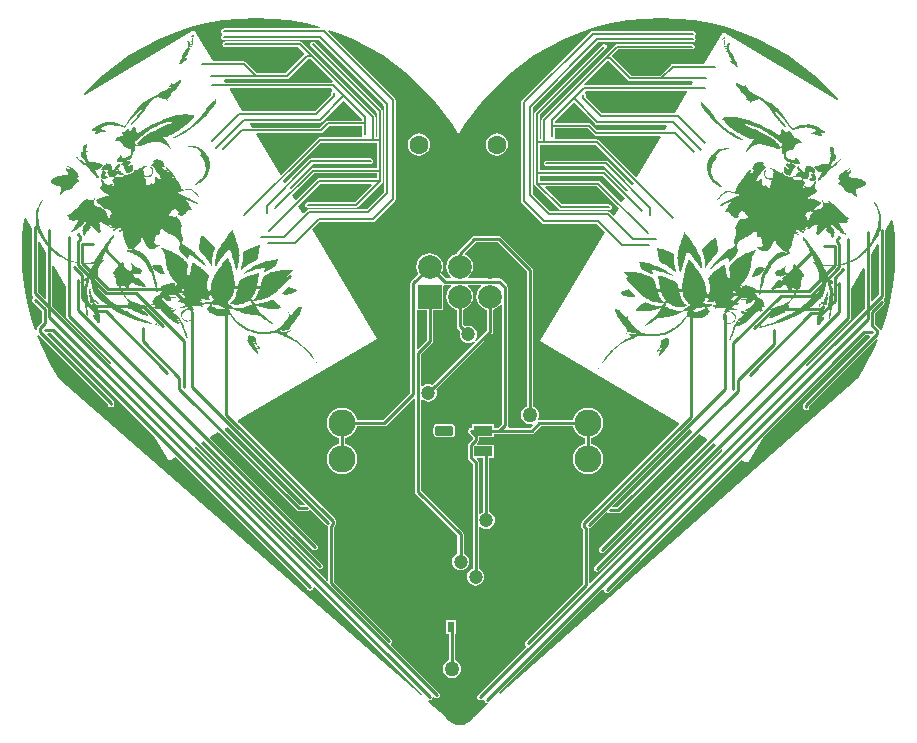
<source format=gtl>
G04 Layer_Physical_Order=1*
G04 Layer_Color=25308*
%FSLAX24Y24*%
%MOIN*%
G70*
G01*
G75*
%ADD10R,0.0236X0.0354*%
G04:AMPARAMS|DCode=11|XSize=63mil|YSize=33.5mil|CornerRadius=8.4mil|HoleSize=0mil|Usage=FLASHONLY|Rotation=0.000|XOffset=0mil|YOffset=0mil|HoleType=Round|Shape=RoundedRectangle|*
%AMROUNDEDRECTD11*
21,1,0.0630,0.0167,0,0,0.0*
21,1,0.0463,0.0335,0,0,0.0*
1,1,0.0167,0.0231,-0.0084*
1,1,0.0167,-0.0231,-0.0084*
1,1,0.0167,-0.0231,0.0084*
1,1,0.0167,0.0231,0.0084*
%
%ADD11ROUNDEDRECTD11*%
%ADD12R,0.0630X0.0335*%
%ADD13C,0.0100*%
%ADD14C,0.0079*%
%ADD15C,0.0787*%
%ADD16R,0.0787X0.0787*%
%ADD17C,0.0900*%
%ADD18C,0.0630*%
%ADD19C,0.0472*%
%ADD20C,0.0500*%
G36*
X41084Y37644D02*
X41093Y37638D01*
X41078Y37634D01*
X41062Y37630D01*
X41026Y37613D01*
X40967Y37556D01*
X40961Y37547D01*
X40955Y37537D01*
X40949Y37527D01*
X40963Y37506D01*
X40973Y37501D01*
X40988Y37504D01*
X41009Y37518D01*
X41021Y37538D01*
X41052Y37545D01*
X41061Y37540D01*
X41067Y37549D01*
X41078Y37569D01*
X41074Y37584D01*
X41084Y37578D01*
X41088Y37563D01*
X41086Y37538D01*
X41079Y37503D01*
X41050Y37455D01*
X41044Y37445D01*
X41022Y37406D01*
X41014Y37372D01*
X41028Y37350D01*
X41037Y37345D01*
X41072Y37337D01*
X41097Y37336D01*
X41142Y37322D01*
X41192Y37319D01*
X41267Y37314D01*
X41277Y37308D01*
X41312Y37300D01*
X41356Y37287D01*
X41416Y37278D01*
X41528Y37225D01*
X41567Y37202D01*
X41594Y37160D01*
X41598Y37144D01*
X41585Y37100D01*
X41568Y37071D01*
X41526Y37043D01*
X41478Y37006D01*
X41395Y36977D01*
X41380Y36973D01*
X41333Y36961D01*
X41287Y36949D01*
X41266Y36935D01*
X41260Y36926D01*
X41255Y36916D01*
X41253Y36891D01*
X41261Y36860D01*
X41265Y36845D01*
X41273Y36814D01*
X41284Y36768D01*
X41291Y36712D01*
X41285Y36702D01*
X41283Y36677D01*
X41268Y36673D01*
X41254Y36694D01*
X41244Y36700D01*
X41221Y36727D01*
X41188Y36759D01*
X41136Y36803D01*
X41126Y36809D01*
X41097Y36826D01*
X41072Y36828D01*
X41056Y36824D01*
X41041Y36820D01*
X41016Y36822D01*
X40977Y36845D01*
X40968Y36850D01*
X40939Y36868D01*
X40905Y36900D01*
X40869Y36948D01*
X40859Y36954D01*
X40855Y36969D01*
X40808Y37023D01*
X40799Y37029D01*
X40779Y37040D01*
X40727Y37084D01*
X40717Y37090D01*
X40698Y37101D01*
X40669Y37118D01*
X40665Y37134D01*
X40661Y37149D01*
X40666Y37159D01*
X40693Y37182D01*
X40699Y37192D01*
X40720Y37206D01*
X40722Y37231D01*
X40699Y37258D01*
X40689Y37263D01*
X40669Y37275D01*
X40662Y37305D01*
X40679Y37335D01*
X40684Y37344D01*
X40696Y37364D01*
X40707Y37383D01*
X40709Y37408D01*
X40715Y37418D01*
X40726Y37437D01*
X40780Y37484D01*
X40813Y37517D01*
X40870Y37548D01*
X40876Y37558D01*
X40891Y37562D01*
X40949Y37593D01*
X41022Y37628D01*
X41043Y37642D01*
X41074Y37650D01*
X41084Y37644D01*
D02*
G37*
G36*
X20494Y35559D02*
X20505Y35523D01*
X20521Y35481D01*
X20541Y35432D01*
X20556Y35383D01*
X20572Y35341D01*
X20579Y35317D01*
X20583Y35305D01*
X20608Y35221D01*
X20635Y35142D01*
X20652Y35076D01*
X20665Y35017D01*
X20681Y34975D01*
X20686Y34939D01*
X20695Y34921D01*
X20694Y34915D01*
X20704Y34840D01*
X20711Y34781D01*
X20713Y34758D01*
X20715Y34741D01*
X20714Y34735D01*
X20714Y34729D01*
X20708Y34662D01*
X20701Y34589D01*
X20696Y34556D01*
X20692Y34534D01*
X20689Y34517D01*
X20688Y34511D01*
X20675Y34434D01*
X20665Y34373D01*
X20652Y34329D01*
X20640Y34297D01*
X20637Y34275D01*
X20628Y34259D01*
X20622Y34254D01*
X20609Y34245D01*
X20602Y34241D01*
X20592Y34248D01*
X20594Y34259D01*
X20595Y34265D01*
X20590Y34300D01*
X20575Y34348D01*
X20562Y34407D01*
X20543Y34462D01*
X20530Y34521D01*
X20515Y34569D01*
X20503Y34600D01*
X20499Y34606D01*
X20500Y34612D01*
X20469Y34702D01*
X20448Y34780D01*
X20429Y34835D01*
X20414Y34883D01*
X20402Y34913D01*
X20395Y34937D01*
X20385Y34945D01*
X20386Y34950D01*
X20374Y34947D01*
X20353Y34927D01*
X20326Y34903D01*
X20305Y34878D01*
X20277Y34849D01*
X20257Y34829D01*
X20242Y34809D01*
X20236Y34804D01*
X20148Y34688D01*
X20105Y34638D01*
X20073Y34587D01*
X20044Y34546D01*
X20021Y34516D01*
X20012Y34494D01*
X20006Y34490D01*
X19919Y34350D01*
X19904Y34427D01*
X19898Y34496D01*
X19905Y34569D01*
X19919Y34653D01*
X19944Y34734D01*
X19975Y34814D01*
X20012Y34899D01*
X20096Y35056D01*
X20137Y35129D01*
X20182Y35196D01*
X20221Y35258D01*
X20258Y35308D01*
X20289Y35354D01*
X20311Y35385D01*
X20327Y35411D01*
X20333Y35415D01*
X20432Y35530D01*
X20460Y35559D01*
X20474Y35574D01*
X20480Y35579D01*
X20494Y35559D01*
D02*
G37*
G36*
X36989Y38299D02*
X36999Y38293D01*
X37015Y38297D01*
X37019Y38281D01*
X37003Y38278D01*
X36972Y38270D01*
X36916Y38263D01*
X36901Y38259D01*
X36870Y38252D01*
X36834Y38234D01*
X36772Y38218D01*
X36672Y38159D01*
X36624Y38123D01*
X36586Y38080D01*
X36580Y38070D01*
X36563Y38041D01*
X36561Y38016D01*
X36577Y38020D01*
X36592Y38024D01*
X36607Y38028D01*
X36637Y38011D01*
X36640Y37995D01*
X36635Y37986D01*
X36608Y37962D01*
X36602Y37953D01*
X36570Y37920D01*
X36531Y37877D01*
X36497Y37819D01*
X36486Y37799D01*
X36472Y37755D01*
X36452Y37676D01*
X36445Y37575D01*
X36439Y37566D01*
X36443Y37550D01*
X36443Y37485D01*
X36454Y37413D01*
X36483Y37331D01*
X36487Y37315D01*
X36524Y37267D01*
X36590Y37202D01*
X36691Y37130D01*
X36701Y37124D01*
X36720Y37112D01*
X36763Y37074D01*
X36805Y37036D01*
X36819Y37015D01*
X36813Y37005D01*
X36798Y37001D01*
X36773Y37003D01*
X36728Y37016D01*
X36660Y37056D01*
X36651Y37062D01*
X36641Y37067D01*
X36593Y37096D01*
X36536Y37155D01*
X36461Y37226D01*
X36451Y37232D01*
X36447Y37247D01*
X36410Y37295D01*
X36365Y37374D01*
X36322Y37478D01*
X36306Y37605D01*
X36305Y37736D01*
X36340Y37885D01*
X36371Y37959D01*
X36416Y38036D01*
X36422Y38046D01*
X36434Y38065D01*
X36460Y38089D01*
X36493Y38122D01*
X36579Y38201D01*
X36695Y38264D01*
X36716Y38277D01*
X36787Y38288D01*
X36879Y38311D01*
X36989Y38299D01*
D02*
G37*
G36*
X21992Y34599D02*
X21989Y34583D01*
X21977Y34545D01*
X21966Y34512D01*
X21958Y34502D01*
X21958Y34497D01*
X21946Y34464D01*
X21935Y34432D01*
X21918Y34395D01*
X21907Y34368D01*
X21906Y34363D01*
X21887Y34349D01*
X21861Y34330D01*
X21798Y34295D01*
X21768Y34283D01*
X21743Y34271D01*
X21724Y34262D01*
X21718Y34258D01*
X21668Y34232D01*
X21630Y34210D01*
X21594Y34199D01*
X21569Y34186D01*
X21551Y34183D01*
X21539Y34179D01*
X21532Y34175D01*
X21528Y34181D01*
X21529Y34187D01*
X21533Y34209D01*
X21543Y34236D01*
X21544Y34241D01*
X21545Y34247D01*
X21556Y34279D01*
X21559Y34296D01*
X21555Y34308D01*
X21556Y34313D01*
X21551Y34320D01*
X21535Y34323D01*
X21523Y34319D01*
X21517Y34320D01*
X21482Y34315D01*
X21447Y34309D01*
X21358Y34290D01*
X21316Y34280D01*
X21280Y34269D01*
X21257Y34267D01*
X21251Y34262D01*
X21184Y34239D01*
X21118Y34222D01*
X21063Y34197D01*
X21020Y34181D01*
X20978Y34166D01*
X20953Y34153D01*
X20935Y34150D01*
X20929Y34146D01*
X20782Y34085D01*
X20912Y34183D01*
X20990Y34238D01*
X21067Y34288D01*
X21143Y34332D01*
X21211Y34366D01*
X21268Y34396D01*
X21312Y34423D01*
X21337Y34436D01*
X21349Y34440D01*
X21434Y34471D01*
X21519Y34502D01*
X21598Y34529D01*
X21669Y34545D01*
X21728Y34558D01*
X21776Y34567D01*
X21805Y34574D01*
X21817Y34577D01*
X21987Y34606D01*
X21992Y34599D01*
D02*
G37*
G36*
X39580Y35606D02*
X39609Y35589D01*
X39616Y35591D01*
X39587Y35575D01*
X39533Y35555D01*
X39532Y35569D01*
X39528Y35585D01*
X39539Y35604D01*
X39560Y35618D01*
X39580Y35606D01*
D02*
G37*
G36*
X36580Y35304D02*
X36587Y35294D01*
X36598Y35267D01*
X36616Y35225D01*
X36618Y35214D01*
X36622Y35192D01*
X36628Y35153D01*
X36636Y35108D01*
X36637Y35103D01*
X36638Y35097D01*
X36643Y35064D01*
X36651Y35020D01*
X36653Y34974D01*
X36654Y34969D01*
X36650Y34957D01*
X36653Y34940D01*
X36651Y34917D01*
X36648Y34865D01*
X36646Y34848D01*
X36643Y34830D01*
X36638Y34824D01*
X36625Y34799D01*
X36601Y34772D01*
X36557Y34730D01*
X36547Y34723D01*
X36528Y34702D01*
X36499Y34669D01*
X36456Y34622D01*
X36413Y34569D01*
X36366Y34510D01*
X36321Y34439D01*
X36277Y34363D01*
X36272Y34357D01*
X36264Y34338D01*
X36250Y34319D01*
X36241Y34306D01*
X36236Y34299D01*
X36231Y34299D01*
X36235Y34305D01*
X36234Y34311D01*
X36238Y34323D01*
X36235Y34339D01*
X36236Y34368D01*
X36235Y34408D01*
X36233Y34453D01*
X36224Y34508D01*
X36219Y34570D01*
X36218Y34576D01*
X36214Y34598D01*
X36209Y34631D01*
X36203Y34665D01*
X36183Y34752D01*
X36171Y34790D01*
X36158Y34828D01*
X36151Y34838D01*
X36142Y34860D01*
X36132Y34886D01*
X36132Y34915D01*
X36131Y34921D01*
X36141Y34934D01*
X36158Y34965D01*
X36192Y34999D01*
X36198Y35000D01*
X36202Y35012D01*
X36216Y35026D01*
X36236Y35047D01*
X36285Y35095D01*
X36354Y35158D01*
X36359Y35159D01*
X36369Y35172D01*
X36389Y35187D01*
X36408Y35207D01*
X36464Y35250D01*
X36525Y35289D01*
X36530Y35296D01*
X36546Y35304D01*
X36562Y35307D01*
X36579Y35310D01*
X36580Y35304D01*
D02*
G37*
G36*
X35550Y35495D02*
X35564Y35481D01*
X35591Y35451D01*
X35691Y35337D01*
X35697Y35332D01*
X35713Y35306D01*
X35735Y35276D01*
X35766Y35230D01*
X35803Y35179D01*
X35842Y35117D01*
X35887Y35050D01*
X35928Y34978D01*
X36011Y34820D01*
X36049Y34736D01*
X36079Y34655D01*
X36104Y34574D01*
X36119Y34491D01*
X36125Y34418D01*
X36120Y34348D01*
X36104Y34271D01*
X36018Y34411D01*
X36011Y34416D01*
X36002Y34437D01*
X35980Y34467D01*
X35950Y34508D01*
X35919Y34560D01*
X35876Y34609D01*
X35788Y34726D01*
X35781Y34730D01*
X35767Y34751D01*
X35746Y34770D01*
X35718Y34800D01*
X35697Y34824D01*
X35670Y34848D01*
X35650Y34868D01*
X35638Y34871D01*
X35639Y34866D01*
X35629Y34859D01*
X35621Y34834D01*
X35609Y34804D01*
X35595Y34756D01*
X35575Y34701D01*
X35554Y34624D01*
X35524Y34533D01*
X35525Y34527D01*
X35520Y34521D01*
X35508Y34490D01*
X35494Y34442D01*
X35481Y34383D01*
X35461Y34328D01*
X35449Y34269D01*
X35434Y34221D01*
X35428Y34186D01*
X35429Y34180D01*
X35431Y34169D01*
X35421Y34162D01*
X35415Y34166D01*
X35402Y34176D01*
X35395Y34180D01*
X35387Y34196D01*
X35383Y34218D01*
X35372Y34251D01*
X35359Y34294D01*
X35349Y34355D01*
X35336Y34433D01*
X35335Y34438D01*
X35332Y34455D01*
X35328Y34477D01*
X35322Y34510D01*
X35316Y34583D01*
X35310Y34651D01*
X35309Y34656D01*
X35308Y34662D01*
X35311Y34679D01*
X35313Y34703D01*
X35320Y34761D01*
X35330Y34837D01*
X35329Y34842D01*
X35337Y34861D01*
X35343Y34896D01*
X35358Y34938D01*
X35371Y34998D01*
X35389Y35063D01*
X35415Y35142D01*
X35441Y35226D01*
X35445Y35238D01*
X35452Y35262D01*
X35468Y35305D01*
X35482Y35353D01*
X35503Y35402D01*
X35518Y35444D01*
X35529Y35481D01*
X35543Y35500D01*
X35550Y35495D01*
D02*
G37*
G36*
X41877Y36509D02*
X41886Y36504D01*
X41914Y36461D01*
X41960Y36408D01*
X41995Y36335D01*
X42009Y36314D01*
X42025Y36252D01*
X42051Y36185D01*
X42084Y36086D01*
X42088Y36071D01*
X42096Y36040D01*
X42096Y35975D01*
X42106Y35903D01*
X42105Y35813D01*
X42092Y35703D01*
X42080Y35593D01*
X42036Y35475D01*
X42030Y35465D01*
X42017Y35421D01*
X41977Y35353D01*
X41931Y35275D01*
X41874Y35178D01*
X41802Y35078D01*
X41708Y34963D01*
X41599Y34845D01*
X41593Y34835D01*
X41551Y34808D01*
X41497Y34761D01*
X41438Y34705D01*
X41347Y34640D01*
X41263Y34586D01*
X41044Y34480D01*
X41028Y34476D01*
X40992Y34459D01*
X40930Y34443D01*
X40838Y34419D01*
X40736Y34401D01*
X40624Y34388D01*
X40497Y34372D01*
X40356Y34377D01*
X40174Y34380D01*
X40259Y34212D01*
X40268Y34207D01*
X40272Y34191D01*
X40298Y34124D01*
X40343Y34045D01*
X40384Y33982D01*
X40388Y33966D01*
X40411Y33939D01*
X40444Y33907D01*
X40487Y33869D01*
X40496Y33863D01*
X40500Y33847D01*
X40514Y33826D01*
X40518Y33811D01*
X40512Y33801D01*
X40516Y33786D01*
X40535Y33774D01*
X40545Y33769D01*
X40555Y33763D01*
X40565Y33757D01*
X40580Y33761D01*
X40595Y33765D01*
X40611Y33769D01*
X40651Y33771D01*
X40661Y33766D01*
X40680Y33754D01*
X40700Y33743D01*
X40723Y33716D01*
X40717Y33706D01*
X40686Y33698D01*
X40667Y33710D01*
X40632Y33717D01*
X40623Y33723D01*
X40607Y33719D01*
X40598Y33725D01*
X40582Y33721D01*
X40572Y33726D01*
X40553Y33738D01*
X40524Y33755D01*
X40514Y33761D01*
X40495Y33772D01*
X40481Y33793D01*
X40473Y33824D01*
X40464Y33830D01*
X40460Y33845D01*
X40446Y33866D01*
X40432Y33888D01*
X40417Y33884D01*
X40415Y33858D01*
X40421Y33803D01*
X40425Y33787D01*
X40437Y33741D01*
X40453Y33679D01*
X40488Y33606D01*
X40492Y33591D01*
X40506Y33570D01*
X40508Y33529D01*
X40506Y33504D01*
X40501Y33494D01*
X40495Y33485D01*
X40499Y33469D01*
X40507Y33439D01*
X40511Y33423D01*
X40517Y33433D01*
X40518Y33458D01*
X40524Y33468D01*
X40514Y33473D01*
X40530Y33477D01*
X40538Y33447D01*
X40542Y33431D01*
X40546Y33416D01*
X40534Y33396D01*
X40529Y33387D01*
X40502Y33363D01*
X40500Y33338D01*
X40492Y33303D01*
X40479Y33259D01*
X40480Y33193D01*
X40474Y33184D01*
X40478Y33168D01*
X40473Y33093D01*
X40460Y32983D01*
X40440Y32838D01*
X40434Y32828D01*
X40432Y32803D01*
X40417Y32734D01*
X40391Y32645D01*
X40374Y32616D01*
X40366Y32581D01*
X40357Y32587D01*
X40347Y32593D01*
X40349Y32618D01*
X40369Y32762D01*
X40375Y32772D01*
X40371Y32788D01*
X40386Y32857D01*
X40391Y32932D01*
X40396Y33008D01*
X40392Y33023D01*
X40394Y33048D01*
X40390Y33064D01*
X40375Y33060D01*
X40369Y33050D01*
X40363Y33040D01*
X40367Y33025D01*
X40375Y32994D01*
X40369Y32984D01*
X40373Y32969D01*
X40346Y32946D01*
X40320Y32922D01*
X40304Y32918D01*
X40289Y32914D01*
X40273Y32910D01*
X40279Y32920D01*
X40300Y32934D01*
X40306Y32943D01*
X40317Y32963D01*
X40336Y33017D01*
X40338Y33042D01*
X40342Y33092D01*
X40356Y33162D01*
X40358Y33187D01*
X40371Y33231D01*
X40377Y33306D01*
X40384Y33407D01*
X40385Y33432D01*
X40379Y33488D01*
X40379Y33553D01*
X40369Y33625D01*
X40340Y33798D01*
X40337Y33814D01*
X40333Y33829D01*
X40322Y33900D01*
X40313Y33906D01*
X40314Y33931D01*
X40293Y33983D01*
X40289Y33998D01*
X40266Y34025D01*
X40256Y34031D01*
X40260Y34016D01*
X40268Y33985D01*
X40272Y33969D01*
X40268Y33919D01*
X40263Y33844D01*
X40256Y33744D01*
X40250Y33734D01*
X40254Y33718D01*
X40239Y33649D01*
X40219Y33570D01*
X40194Y33506D01*
X40188Y33496D01*
X40181Y33461D01*
X40173Y33427D01*
X40166Y33392D01*
X40160Y33382D01*
X40164Y33367D01*
X40158Y33357D01*
X40149Y33363D01*
X40133Y33359D01*
X40097Y33341D01*
X40085Y33322D01*
X40053Y33289D01*
X40041Y33269D01*
X40009Y33236D01*
X39949Y33180D01*
X39869Y33110D01*
X39767Y33026D01*
X39644Y32929D01*
X39502Y32843D01*
X39339Y32744D01*
X39318Y32730D01*
X39250Y32705D01*
X39147Y32661D01*
X39022Y32605D01*
X38856Y32546D01*
X38660Y32479D01*
X38438Y32413D01*
X38207Y32354D01*
X38028Y32316D01*
X38013Y32312D01*
X37997Y32308D01*
X38003Y32318D01*
X38024Y32332D01*
X38051Y32355D01*
X38074Y32394D01*
X38080Y32403D01*
X38085Y32413D01*
X38084Y32388D01*
X38093Y32382D01*
X38103Y32376D01*
X38143Y32379D01*
X38153Y32373D01*
X38184Y32381D01*
X38236Y32402D01*
X38319Y32432D01*
X38334Y32436D01*
X38386Y32457D01*
X38459Y32493D01*
X38557Y32526D01*
X38667Y32579D01*
X38797Y32645D01*
X38938Y32706D01*
X39074Y32782D01*
X39090Y32786D01*
X39132Y32814D01*
X39195Y32855D01*
X39280Y32909D01*
X39374Y32958D01*
X39470Y33032D01*
X39560Y33096D01*
X39641Y33166D01*
X39884Y33401D01*
X39890Y33411D01*
X39911Y33425D01*
X39955Y33477D01*
X40026Y33553D01*
X40072Y33630D01*
X40077Y33640D01*
X40090Y33685D01*
X40105Y33754D01*
X40120Y33824D01*
X40116Y33839D01*
X40118Y33864D01*
X40110Y33895D01*
X40091Y33906D01*
X40072Y33918D01*
X40044Y33960D01*
X40042Y34001D01*
X40036Y34056D01*
X40028Y34087D01*
X40018Y34159D01*
X39994Y34251D01*
X39964Y34334D01*
X39951Y34355D01*
X39933Y34391D01*
X39887Y34445D01*
X39844Y34483D01*
X39834Y34489D01*
X39815Y34501D01*
X39830Y34505D01*
X39855Y34503D01*
X39865Y34497D01*
X39880Y34501D01*
X39896Y34505D01*
X39901Y34515D01*
X39888Y34536D01*
X39870Y34572D01*
X39849Y34624D01*
X39839Y34630D01*
X39841Y34655D01*
X39817Y34682D01*
X39806Y34728D01*
X39743Y34843D01*
X39663Y34995D01*
X39653Y35001D01*
X39645Y35032D01*
X39600Y35111D01*
X39546Y35195D01*
X39522Y35222D01*
X39509Y35243D01*
X39499Y35249D01*
X39489Y35254D01*
X39485Y35270D01*
X39487Y35295D01*
X39489Y35320D01*
X39495Y35330D01*
X39506Y35349D01*
X39516Y35343D01*
X39525Y35338D01*
X39549Y35311D01*
X39582Y35278D01*
X39615Y35246D01*
X39665Y35177D01*
X39726Y35102D01*
X39730Y35086D01*
X39753Y35060D01*
X39790Y35012D01*
X39831Y34948D01*
X39882Y34879D01*
X39936Y34795D01*
X40049Y34610D01*
X40157Y34416D01*
X40367Y34396D01*
X40377Y34391D01*
X40392Y34395D01*
X40473Y34399D01*
X40579Y34402D01*
X40728Y34432D01*
X40897Y34475D01*
X41078Y34538D01*
X41262Y34651D01*
X41439Y34795D01*
X41445Y34805D01*
X41472Y34828D01*
X41504Y34861D01*
X41548Y34914D01*
X41598Y34976D01*
X41653Y35048D01*
X41781Y35220D01*
X41787Y35230D01*
X41804Y35259D01*
X41833Y35307D01*
X41857Y35371D01*
X41928Y35512D01*
X41964Y35596D01*
X41979Y35665D01*
X41985Y35675D01*
X41986Y35700D01*
X41990Y35750D01*
X41999Y35810D01*
X42014Y35945D01*
X42018Y36086D01*
X42024Y36096D01*
X42010Y36117D01*
X41991Y36194D01*
X41963Y36302D01*
X41906Y36427D01*
X41892Y36448D01*
X41875Y36484D01*
X41867Y36515D01*
X41877Y36509D01*
D02*
G37*
G36*
X38136Y34329D02*
X38183Y34320D01*
X38201Y34318D01*
X38213Y34314D01*
X38214Y34308D01*
X38216Y34297D01*
X38209Y34268D01*
X38201Y34249D01*
X38187Y34230D01*
X38183Y34223D01*
X38178Y34217D01*
X38164Y34197D01*
X38145Y34177D01*
X38102Y34130D01*
X38041Y34085D01*
X38035Y34084D01*
X38025Y34077D01*
X38009Y34068D01*
X37982Y34058D01*
X37929Y34038D01*
X37862Y34026D01*
X37771Y34028D01*
X37821Y34105D01*
X37859Y34180D01*
X37864Y34186D01*
X37867Y34204D01*
X37887Y34253D01*
X37890Y34265D01*
X37904Y34285D01*
X37917Y34310D01*
X37938Y34324D01*
X38073Y34330D01*
X38079Y34331D01*
X38091Y34327D01*
X38113Y34331D01*
X38136Y34329D01*
D02*
G37*
G36*
X36140Y39846D02*
X36173Y39813D01*
X36229Y39754D01*
X36420Y39524D01*
X36433Y39502D01*
X36466Y39470D01*
X36517Y39401D01*
X36577Y39326D01*
X36727Y39159D01*
X36787Y39084D01*
X36853Y39019D01*
X36863Y39013D01*
X36877Y38992D01*
X36915Y38969D01*
X36958Y38931D01*
X37010Y38887D01*
X37088Y38841D01*
X37165Y38796D01*
X37262Y38738D01*
X37272Y38733D01*
X37291Y38721D01*
X37330Y38698D01*
X37369Y38676D01*
X37456Y38624D01*
X37485Y38607D01*
X37514Y38590D01*
X37518Y38574D01*
X37512Y38565D01*
X37478Y38572D01*
X37468Y38578D01*
X37452Y38574D01*
X37423Y38591D01*
X37389Y38598D01*
X37340Y38627D01*
X37276Y38652D01*
X37209Y38692D01*
X37131Y38738D01*
X37121Y38743D01*
X37092Y38760D01*
X37054Y38783D01*
X36996Y38818D01*
X36871Y38917D01*
X36738Y39022D01*
X36718Y39034D01*
X36685Y39066D01*
X36613Y39122D01*
X36543Y39202D01*
X36534Y39208D01*
X36530Y39223D01*
X36468Y39273D01*
X36407Y39348D01*
X36337Y39428D01*
X36328Y39434D01*
X36314Y39455D01*
X36291Y39482D01*
X36258Y39515D01*
X36197Y39590D01*
X36170Y39632D01*
X36147Y39659D01*
X36143Y39674D01*
X36119Y39701D01*
X36108Y39747D01*
X36105Y39788D01*
X36101Y39803D01*
X36103Y39828D01*
X36105Y39853D01*
X36120Y39857D01*
X36140Y39846D01*
D02*
G37*
G36*
X37154Y39351D02*
X37270Y39348D01*
X37409Y39318D01*
X37558Y39283D01*
X37577Y39271D01*
X37621Y39258D01*
X37710Y39232D01*
X37813Y39184D01*
X37941Y39135D01*
X38097Y39068D01*
X38248Y38992D01*
X38413Y38895D01*
X38742Y38700D01*
X38761Y38820D01*
X38762Y38845D01*
X38776Y38890D01*
X38789Y38934D01*
X38800Y38954D01*
X38820Y38942D01*
X38849Y38925D01*
X38895Y38871D01*
X38969Y38775D01*
X38978Y38835D01*
X38984Y38845D01*
X38996Y38864D01*
X39017Y38878D01*
X39061Y38865D01*
X39071Y38859D01*
X39090Y38848D01*
X39137Y38794D01*
X39141Y38778D01*
X39155Y38757D01*
X39196Y38694D01*
X39209Y38673D01*
X39227Y38636D01*
X39264Y38588D01*
X39293Y38571D01*
X39299Y38581D01*
X39285Y38602D01*
X39277Y38633D01*
X39259Y38669D01*
X39250Y38675D01*
X39251Y38700D01*
X39224Y38742D01*
X39210Y38763D01*
X39220Y38758D01*
X39234Y38737D01*
X39271Y38689D01*
X39275Y38673D01*
X39308Y38641D01*
X39331Y38614D01*
X39366Y38606D01*
X39376Y38601D01*
X39395Y38589D01*
X39422Y38547D01*
X39452Y38464D01*
X39382Y38479D01*
X39367Y38475D01*
X39326Y38473D01*
X39290Y38455D01*
X39263Y38432D01*
X39225Y38389D01*
X39190Y38331D01*
X39185Y38322D01*
X39162Y38283D01*
X39135Y38259D01*
X39119Y38256D01*
X39110Y38261D01*
X39089Y38248D01*
X39058Y38240D01*
X39000Y38208D01*
X38985Y38204D01*
X38954Y38196D01*
X38923Y38189D01*
X38929Y38198D01*
X38925Y38214D01*
X38931Y38223D01*
X38923Y38254D01*
X38905Y38291D01*
X38889Y38352D01*
X38846Y38456D01*
X38917Y38179D01*
X38921Y38163D01*
X38924Y38123D01*
X38930Y38067D01*
X38928Y38042D01*
X38922Y38032D01*
X38917Y38023D01*
X38930Y38001D01*
X38979Y37973D01*
X38988Y37967D01*
X39017Y37950D01*
X39072Y37931D01*
X39135Y37906D01*
X39145Y37901D01*
X39180Y37893D01*
X39211Y37901D01*
X39234Y37940D01*
X39239Y37950D01*
X39241Y37975D01*
X39262Y37988D01*
X39278Y37992D01*
X39287Y37987D01*
X39297Y37981D01*
X39330Y37948D01*
X39367Y37900D01*
X39371Y37885D01*
X39394Y37858D01*
X39408Y37837D01*
X39416Y37806D01*
X39410Y37796D01*
X39395Y37792D01*
X39358Y37775D01*
X39327Y37767D01*
X39312Y37763D01*
X39287Y37765D01*
X39252Y37772D01*
X39198Y37791D01*
X39188Y37797D01*
X39179Y37803D01*
X39149Y37820D01*
X39140Y37825D01*
X39144Y37810D01*
X39173Y37793D01*
X39183Y37787D01*
X39196Y37766D01*
X39253Y37707D01*
X39256Y37691D01*
X39260Y37676D01*
X39245Y37672D01*
X39235Y37678D01*
X39220Y37674D01*
X39193Y37650D01*
X39170Y37612D01*
X39164Y37602D01*
X39147Y37573D01*
X39130Y37544D01*
X39128Y37519D01*
X39123Y37509D01*
X39127Y37494D01*
X39102Y37430D01*
X39096Y37420D01*
X39075Y37406D01*
X39054Y37393D01*
X39029Y37395D01*
X39019Y37400D01*
X39004Y37396D01*
X38950Y37415D01*
X38926Y37442D01*
X38903Y37469D01*
X38876Y37511D01*
X38864Y37557D01*
X38860Y37573D01*
X38856Y37588D01*
X38855Y37654D01*
X38857Y37679D01*
X38869Y37698D01*
X38898Y37681D01*
X38946Y37652D01*
X38956Y37647D01*
X38995Y37624D01*
X39024Y37607D01*
X39049Y37605D01*
X39045Y37620D01*
X39031Y37641D01*
X39004Y37684D01*
X38994Y37689D01*
X38961Y37722D01*
X38932Y37739D01*
X38928Y37755D01*
X38934Y37764D01*
X38940Y37774D01*
X38982Y37801D01*
X38997Y37805D01*
X39007Y37799D01*
X39026Y37788D01*
X39036Y37782D01*
X39051Y37786D01*
X39063Y37806D01*
X39059Y37821D01*
X39055Y37836D01*
X39020Y37844D01*
X39010Y37850D01*
X38995Y37846D01*
X38976Y37857D01*
X38956Y37869D01*
X38947Y37874D01*
X38937Y37880D01*
X38900Y37928D01*
X38896Y37943D01*
X38878Y37980D01*
X38866Y38026D01*
X38855Y38072D01*
X38851Y38088D01*
X38847Y38103D01*
X38833Y38124D01*
X38810Y38151D01*
X38800Y38157D01*
X38786Y38178D01*
X38782Y38193D01*
X38790Y38228D01*
X38795Y38238D01*
X38801Y38248D01*
X38803Y38273D01*
X38789Y38294D01*
X38780Y38299D01*
X38770Y38305D01*
X38745Y38307D01*
X38724Y38293D01*
X38718Y38284D01*
X38693Y38285D01*
X38643Y38289D01*
X38608Y38296D01*
X38564Y38310D01*
X38554Y38315D01*
X38509Y38328D01*
X38446Y38353D01*
X38372Y38383D01*
X38188Y38427D01*
X38094Y38443D01*
X38013Y38439D01*
X37997Y38435D01*
X37982Y38431D01*
X37936Y38419D01*
X37884Y38397D01*
X37826Y38366D01*
X37769Y38335D01*
X37699Y38284D01*
X37634Y38218D01*
X37552Y38123D01*
X37618Y38280D01*
X37624Y38290D01*
X37647Y38328D01*
X37681Y38386D01*
X37716Y38444D01*
X37721Y38454D01*
X37748Y38478D01*
X37787Y38520D01*
X37840Y38567D01*
X37846Y38577D01*
X37861Y38581D01*
X37867Y38590D01*
X37873Y38600D01*
X37848Y38602D01*
X37813Y38609D01*
X37763Y38613D01*
X37753Y38618D01*
X37738Y38614D01*
X37709Y38632D01*
X37655Y38650D01*
X37606Y38679D01*
X37533Y38709D01*
X37465Y38749D01*
X37378Y38801D01*
X37368Y38807D01*
X37339Y38824D01*
X37290Y38852D01*
X37232Y38887D01*
X37099Y38992D01*
X36974Y39091D01*
X36965Y39097D01*
X36951Y39118D01*
X36899Y39162D01*
X36848Y39231D01*
X36825Y39258D01*
X36811Y39279D01*
X36813Y39304D01*
X36834Y39318D01*
X36880Y39330D01*
X36896Y39334D01*
X36926Y39342D01*
X36982Y39348D01*
X37063Y39352D01*
X37154Y39351D01*
D02*
G37*
G36*
X36881Y42007D02*
X36895Y41986D01*
X36912Y41950D01*
X36906Y41940D01*
X36910Y41925D01*
X36909Y41900D01*
X36903Y41890D01*
X36897Y41880D01*
X36895Y41855D01*
X36907Y41809D01*
X36911Y41794D01*
X36910Y41768D01*
X36908Y41743D01*
X36898Y41749D01*
X36888Y41755D01*
X36879Y41761D01*
X36867Y41741D01*
X36862Y41732D01*
X36881Y41720D01*
X36900Y41709D01*
X36916Y41713D01*
X36925Y41707D01*
X36920Y41697D01*
X36914Y41687D01*
X36903Y41668D01*
X36916Y41647D01*
X36926Y41641D01*
X36930Y41626D01*
X36941Y41645D01*
X36947Y41655D01*
X36945Y41695D01*
X36947Y41721D01*
X36954Y41755D01*
X36965Y41775D01*
X37008Y41802D01*
X37013Y41812D01*
X37044Y41820D01*
X37054Y41814D01*
X37052Y41789D01*
X37035Y41760D01*
X37029Y41750D01*
X37032Y41710D01*
X37032Y41644D01*
X37036Y41563D01*
X37040Y41548D01*
X37047Y41492D01*
X37058Y41445D01*
X37076Y41409D01*
X37082Y41419D01*
X37087Y41428D01*
X37076Y41474D01*
X37062Y41496D01*
X37060Y41536D01*
X37052Y41567D01*
X37061Y41561D01*
X37071Y41555D01*
X37089Y41519D01*
X37135Y41465D01*
X37163Y41423D01*
X37194Y41365D01*
X37198Y41350D01*
X37212Y41329D01*
X37241Y41246D01*
X37280Y41158D01*
X37298Y41121D01*
X37306Y41090D01*
X37310Y41075D01*
X37314Y41059D01*
X37327Y41038D01*
X37316Y41019D01*
X37301Y41015D01*
X37275Y41017D01*
X37256Y41028D01*
X37246Y41034D01*
X37227Y41045D01*
X37180Y41099D01*
X37171Y41105D01*
X37157Y41126D01*
X37128Y41143D01*
X37099Y41160D01*
X37089Y41166D01*
X37070Y41177D01*
X37051Y41189D01*
X37047Y41204D01*
X37052Y41214D01*
X37058Y41224D01*
X37093Y41216D01*
X37102Y41210D01*
X37118Y41214D01*
X37133Y41218D01*
X37149Y41222D01*
X37145Y41238D01*
X37131Y41259D01*
X37098Y41291D01*
X37094Y41307D01*
X37071Y41334D01*
X37038Y41366D01*
X37024Y41387D01*
X37014Y41393D01*
X37016Y41418D01*
X37022Y41428D01*
X37012Y41434D01*
X37003Y41439D01*
X36993Y41445D01*
X36983Y41451D01*
X36985Y41476D01*
X36991Y41485D01*
X36987Y41501D01*
X36967Y41512D01*
X36958Y41518D01*
X36948Y41524D01*
X36944Y41539D01*
X36965Y41553D01*
X36971Y41562D01*
X36977Y41572D01*
X36982Y41582D01*
X36963Y41593D01*
X36953Y41599D01*
X36934Y41610D01*
X36905Y41628D01*
X36887Y41664D01*
X36883Y41680D01*
X36870Y41701D01*
X36858Y41747D01*
X36851Y41803D01*
X36847Y41818D01*
X36849Y41843D01*
X36857Y41878D01*
X36868Y41897D01*
X36884Y41901D01*
X36889Y41911D01*
X36901Y41930D01*
X36891Y41936D01*
X36872Y41948D01*
X36851Y41934D01*
X36835Y41930D01*
X36820Y41926D01*
X36810Y41932D01*
X36806Y41947D01*
X36818Y41967D01*
X36829Y41986D01*
X36850Y42000D01*
X36871Y42013D01*
X36881Y42007D01*
D02*
G37*
G36*
X37279Y40492D02*
X37304Y40490D01*
X37314Y40485D01*
X37333Y40473D01*
X37362Y40456D01*
X37401Y40433D01*
X37420Y40422D01*
X37449Y40405D01*
X37498Y40376D01*
X37533Y40368D01*
X37542Y40363D01*
X37563Y40376D01*
X37575Y40396D01*
X37604Y40444D01*
X37594Y40384D01*
X37589Y40375D01*
X37597Y40344D01*
X37599Y40303D01*
X37611Y40257D01*
X37615Y40242D01*
X37628Y40221D01*
X37652Y40194D01*
X37675Y40167D01*
X37681Y40177D01*
X37667Y40198D01*
X37655Y40244D01*
X37651Y40259D01*
X37628Y40286D01*
X37620Y40317D01*
X37622Y40342D01*
X37631Y40336D01*
X37649Y40300D01*
X37653Y40284D01*
X37667Y40263D01*
X37709Y40225D01*
X37771Y40175D01*
X37791Y40164D01*
X37820Y40147D01*
X37858Y40124D01*
X37917Y40089D01*
X37984Y40049D01*
X38072Y39998D01*
X38184Y39945D01*
X38193Y39939D01*
X38223Y39922D01*
X38271Y39893D01*
X38339Y39853D01*
X38484Y39767D01*
X38628Y39656D01*
X38637Y39651D01*
X38651Y39630D01*
X38694Y39591D01*
X38731Y39543D01*
X38781Y39474D01*
X38841Y39399D01*
X38970Y39219D01*
X39134Y38965D01*
X39153Y38954D01*
X39174Y38968D01*
X39195Y38981D01*
X39211Y38985D01*
X39253Y39013D01*
X39311Y39044D01*
X39403Y39068D01*
X39419Y39072D01*
X39480Y39087D01*
X39561Y39092D01*
X39648Y39106D01*
X39663Y39110D01*
X39708Y39097D01*
X39768Y39088D01*
X39828Y39078D01*
X39837Y39073D01*
X39882Y39059D01*
X39930Y39031D01*
X40004Y39000D01*
X40139Y38920D01*
X40149Y38915D01*
X40168Y38903D01*
X40197Y38886D01*
X40217Y38875D01*
X40226Y38869D01*
X40230Y38853D01*
X40219Y38834D01*
X40207Y38815D01*
X40202Y38805D01*
X40177Y38807D01*
X40152Y38809D01*
X40117Y38816D01*
X40107Y38822D01*
X40078Y38839D01*
X40072Y38829D01*
X40082Y38824D01*
X40096Y38802D01*
X40105Y38797D01*
X40119Y38776D01*
X40127Y38745D01*
X40125Y38720D01*
X40119Y38710D01*
X40098Y38696D01*
X40073Y38698D01*
X40019Y38717D01*
X40009Y38723D01*
X39990Y38734D01*
X39936Y38753D01*
X39926Y38759D01*
X39901Y38761D01*
X39841Y38770D01*
X39832Y38775D01*
X39816Y38772D01*
X39781Y38779D01*
X39777Y38794D01*
X39773Y38810D01*
X39795Y38823D01*
X39847Y38845D01*
X39941Y38894D01*
X39863Y38940D01*
X39844Y38951D01*
X39790Y38970D01*
X39710Y38991D01*
X39610Y38998D01*
X39600Y39003D01*
X39585Y38999D01*
X39514Y38989D01*
X39417Y38981D01*
X39309Y38953D01*
X39125Y38906D01*
X39019Y39059D01*
X39010Y39065D01*
X38992Y39101D01*
X38955Y39149D01*
X38899Y39209D01*
X38879Y39220D01*
X38852Y39263D01*
X38805Y39316D01*
X38759Y39370D01*
X38749Y39376D01*
X38735Y39397D01*
X38683Y39441D01*
X38607Y39512D01*
X38545Y39561D01*
X38522Y39588D01*
X38503Y39600D01*
X38487Y39596D01*
X38497Y39590D01*
X38514Y39553D01*
X38551Y39505D01*
X38602Y39436D01*
X38682Y39350D01*
X38691Y39344D01*
X38715Y39318D01*
X38742Y39275D01*
X38775Y39243D01*
X38849Y39147D01*
X38886Y39099D01*
X38909Y39072D01*
X38913Y39057D01*
X38927Y39035D01*
X38941Y39014D01*
X38945Y38999D01*
X38919Y39001D01*
X38890Y39018D01*
X38857Y39050D01*
X38848Y39056D01*
X38815Y39089D01*
X38772Y39127D01*
X38721Y39196D01*
X38702Y39207D01*
X38675Y39250D01*
X38618Y39309D01*
X38558Y39384D01*
X38548Y39390D01*
X38544Y39405D01*
X38517Y39447D01*
X38470Y39501D01*
X38429Y39564D01*
X38426Y39580D01*
X38408Y39616D01*
X38371Y39664D01*
X38334Y39712D01*
X38324Y39718D01*
X38291Y39751D01*
X38249Y39789D01*
X38202Y39843D01*
X38192Y39848D01*
X38182Y39854D01*
X38134Y39883D01*
X38086Y39911D01*
X38047Y39934D01*
X38037Y39940D01*
X38022Y39936D01*
X37991Y39928D01*
X37954Y39910D01*
X37816Y39875D01*
X37810Y39865D01*
X37789Y39851D01*
X37731Y39820D01*
X37726Y39810D01*
X37710Y39806D01*
X37700Y39812D01*
X37706Y39822D01*
X37718Y39841D01*
X37723Y39851D01*
X37719Y39866D01*
X37706Y39887D01*
X37667Y39910D01*
X37657Y39916D01*
X37623Y39923D01*
X37603Y39935D01*
X37609Y39945D01*
X37615Y39954D01*
X37616Y39979D01*
X37608Y40010D01*
X37599Y40016D01*
X37581Y40052D01*
X37548Y40085D01*
X37496Y40129D01*
X37476Y40140D01*
X37439Y40188D01*
X37383Y40248D01*
X37328Y40332D01*
X37319Y40338D01*
X37315Y40353D01*
X37278Y40401D01*
X37256Y40453D01*
X37252Y40469D01*
X37254Y40494D01*
X37260Y40504D01*
X37279Y40492D01*
D02*
G37*
G36*
X40477Y38342D02*
X40496Y38331D01*
X40520Y38304D01*
X40528Y38273D01*
X40530Y38232D01*
X40534Y38217D01*
X40526Y38182D01*
X40544Y38146D01*
X40571Y38103D01*
X40585Y38082D01*
X40597Y38036D01*
X40591Y37961D01*
X40553Y37918D01*
X40515Y37875D01*
X40509Y37866D01*
X40477Y37833D01*
X40454Y37794D01*
X40441Y37750D01*
X40435Y37740D01*
X40439Y37724D01*
X40433Y37715D01*
X40443Y37709D01*
X40464Y37723D01*
X40491Y37746D01*
X40539Y37783D01*
X40544Y37793D01*
X40571Y37816D01*
X40613Y37843D01*
X40656Y37871D01*
X40661Y37880D01*
X40683Y37894D01*
X40709Y37917D01*
X40746Y37935D01*
X40761Y37939D01*
X40788Y37962D01*
X40804Y37966D01*
X40646Y37811D01*
X40641Y37801D01*
X40620Y37787D01*
X40587Y37754D01*
X40555Y37721D01*
X40549Y37712D01*
X40528Y37698D01*
X40491Y37680D01*
X40464Y37657D01*
X40449Y37653D01*
X40433Y37649D01*
X40407Y37626D01*
X40374Y37593D01*
X40368Y37583D01*
X40342Y37560D01*
X40292Y37498D01*
X40286Y37488D01*
X40280Y37478D01*
X40236Y37426D01*
X40171Y37360D01*
X40106Y37294D01*
X40100Y37284D01*
X40085Y37280D01*
X40052Y37247D01*
X40010Y37220D01*
X39989Y37206D01*
X39979Y37212D01*
X39981Y37237D01*
X39983Y37262D01*
X40000Y37291D01*
X40023Y37330D01*
X40051Y37378D01*
X40057Y37388D01*
X40063Y37398D01*
X40101Y37441D01*
X40136Y37499D01*
X40141Y37508D01*
X40137Y37524D01*
X40128Y37529D01*
X40118Y37535D01*
X40103Y37531D01*
X40097Y37521D01*
X40091Y37512D01*
X40076Y37508D01*
X40051Y37510D01*
X40025Y37511D01*
X40016Y37517D01*
X39996Y37529D01*
X39958Y37551D01*
X39921Y37599D01*
X39911Y37605D01*
X39888Y37632D01*
X39874Y37653D01*
X39876Y37678D01*
X39882Y37688D01*
X39912Y37696D01*
X39964Y37717D01*
X40057Y37741D01*
X40072Y37745D01*
X40134Y37761D01*
X40205Y37771D01*
X40271Y37772D01*
X40357Y37786D01*
X40387Y37925D01*
X40389Y37950D01*
X40402Y37994D01*
X40421Y38048D01*
X40425Y38099D01*
X40415Y38104D01*
X40396Y38116D01*
X40374Y38102D01*
X40369Y38092D01*
X40359Y38098D01*
X40365Y38108D01*
X40370Y38118D01*
X40392Y38131D01*
X40397Y38141D01*
X40414Y38170D01*
X40412Y38210D01*
X40391Y38262D01*
X40381Y38268D01*
X40383Y38293D01*
X40379Y38309D01*
X40381Y38334D01*
X40386Y38343D01*
X40392Y38353D01*
X40417Y38351D01*
X40432Y38355D01*
X40477Y38342D01*
D02*
G37*
G36*
X16860Y34428D02*
X16873Y34384D01*
X16880Y34349D01*
X16886Y34339D01*
X16892Y34330D01*
X16946Y34283D01*
X16967Y34269D01*
X16972Y34260D01*
X17030Y34228D01*
X17071Y34226D01*
X17100Y34243D01*
X17113Y34264D01*
X17129Y34326D01*
X17127Y34351D01*
X17122Y34361D01*
X17098Y34490D01*
X17189Y34401D01*
X17253Y34360D01*
X17268Y34356D01*
X17274Y34346D01*
X17311Y34329D01*
X17341Y34321D01*
X17372Y34313D01*
X17424Y34291D01*
X17457Y34258D01*
X17468Y34239D01*
X17460Y34208D01*
X17439Y34156D01*
X17429Y34150D01*
X17419Y34145D01*
X17380Y34122D01*
X17336Y34109D01*
X17311Y34107D01*
X17301Y34101D01*
X17255Y34113D01*
X17209Y34125D01*
X17172Y34142D01*
X17157Y34146D01*
X17111Y34158D01*
X17090Y34172D01*
X17080Y34166D01*
X17101Y34153D01*
X17128Y34129D01*
X17143Y34125D01*
X17149Y34116D01*
X17197Y34079D01*
X17203Y34069D01*
X17214Y34050D01*
X17210Y34034D01*
X17206Y34019D01*
X17196Y34013D01*
X17183Y33992D01*
X17194Y33973D01*
X17200Y33963D01*
X17225Y33965D01*
X17270Y33978D01*
X17279Y33984D01*
X17289Y33989D01*
X17324Y33997D01*
X17339Y33993D01*
X17360Y33979D01*
X17387Y33956D01*
X17425Y33913D01*
X17452Y33890D01*
X17464Y33870D01*
X17552Y33766D01*
X17569Y33737D01*
X17580Y33717D01*
X17586Y33707D01*
X17578Y33677D01*
X17574Y33661D01*
X17534Y33663D01*
X17497Y33681D01*
X17482Y33685D01*
X17445Y33703D01*
X17414Y33711D01*
X17399Y33715D01*
X17389Y33709D01*
X17349Y33711D01*
X17297Y33733D01*
X17255Y33760D01*
X17239Y33764D01*
X17233Y33774D01*
X17170Y33815D01*
X17128Y33842D01*
X17097Y33850D01*
X17093Y33834D01*
X17079Y33813D01*
X17066Y33792D01*
X17062Y33777D01*
X17044Y33675D01*
X17026Y33638D01*
X17022Y33623D01*
X16967Y33538D01*
X16930Y33646D01*
X16901Y33695D01*
X16884Y33724D01*
X16863Y33738D01*
X16857Y33747D01*
X16842Y33751D01*
X16832Y33746D01*
X16828Y33730D01*
X16830Y33705D01*
X16805Y33703D01*
X16789Y33707D01*
X16784Y33717D01*
X16778Y33727D01*
X16768Y33721D01*
X16770Y33696D01*
X16772Y33671D01*
X16791Y33617D01*
X16787Y33601D01*
X16792Y33591D01*
X16823Y33518D01*
X16863Y33450D01*
X16935Y33349D01*
X16974Y33307D01*
X17000Y33283D01*
X17022Y33270D01*
X17027Y33260D01*
X17106Y33215D01*
X17185Y33170D01*
X17350Y33111D01*
X17427Y33091D01*
X17479Y33070D01*
X17520Y33068D01*
X17535Y33064D01*
X17618Y33034D01*
X17664Y33022D01*
X17695Y33014D01*
X17701Y33005D01*
X17676Y33003D01*
X17660Y33007D01*
X17585Y33001D01*
X17540Y32988D01*
X17506Y32981D01*
X17496Y32975D01*
X17473Y32948D01*
X17474Y32923D01*
X17480Y32913D01*
X17486Y32904D01*
X17522Y32886D01*
X17538Y32882D01*
X17553Y32878D01*
X17569Y32874D01*
X17601Y32841D01*
X17618Y32812D01*
X17624Y32803D01*
X17647Y32764D01*
X17658Y32744D01*
X17664Y32735D01*
X17654Y32729D01*
X17645Y32723D01*
X17629Y32727D01*
X17620Y32722D01*
X17558Y32737D01*
X17543Y32741D01*
X17527Y32745D01*
X17444Y32775D01*
X17408Y32792D01*
X17393Y32796D01*
X17200Y32879D01*
X17173Y32902D01*
X17141Y32935D01*
X17124Y32964D01*
X17118Y32974D01*
X17116Y32999D01*
X17105Y33018D01*
X17095Y33013D01*
X17091Y32997D01*
X17097Y32987D01*
X17089Y32957D01*
X17079Y32951D01*
X17073Y32961D01*
X17058Y32965D01*
X17043Y32969D01*
X17033Y32963D01*
X17023Y32957D01*
X17004Y32946D01*
X16988Y32950D01*
X16983Y32959D01*
X16981Y32984D01*
X16983Y33025D01*
X16991Y33056D01*
X16995Y33071D01*
X17007Y33117D01*
X17009Y33158D01*
X17013Y33173D01*
X17007Y33183D01*
X16990Y33212D01*
X16973Y33241D01*
X16956Y33270D01*
X16950Y33280D01*
X16918Y33313D01*
X16901Y33342D01*
X16868Y33375D01*
X16862Y33385D01*
X16828Y33443D01*
X16799Y33491D01*
X16776Y33530D01*
X16771Y33540D01*
X16742Y33588D01*
X16719Y33627D01*
X16708Y33646D01*
X16702Y33656D01*
X16685Y33685D01*
X16679Y33694D01*
X16664Y33698D01*
X16648Y33702D01*
X16631Y33731D01*
X16614Y33761D01*
X16608Y33770D01*
X16599Y33830D01*
X16596Y33880D01*
X16588Y33915D01*
X16592Y33930D01*
X16594Y33971D01*
X16583Y33990D01*
X16571Y34010D01*
X16562Y34004D01*
X16546Y34008D01*
X16541Y34018D01*
X16545Y34033D01*
X16549Y34048D01*
X16556Y34079D01*
X16545Y34099D01*
X16539Y34108D01*
X16530Y34103D01*
X16499Y34110D01*
X16503Y34126D01*
X16497Y34136D01*
X16501Y34151D01*
X16550Y34245D01*
X16573Y34272D01*
X16577Y34287D01*
X16614Y34335D01*
X16657Y34374D01*
X16671Y34395D01*
X16680Y34400D01*
X16742Y34450D01*
X16766Y34477D01*
X16775Y34483D01*
X16822Y34536D01*
X16860Y34428D01*
D02*
G37*
G36*
X17933Y34406D02*
X17945Y34410D01*
X17950Y34409D01*
X18086Y34403D01*
X18106Y34388D01*
X18119Y34363D01*
X18133Y34344D01*
X18137Y34332D01*
X18157Y34283D01*
X18160Y34265D01*
X18164Y34259D01*
X18203Y34184D01*
X18253Y34107D01*
X18161Y34105D01*
X18095Y34116D01*
X18041Y34137D01*
X18014Y34147D01*
X17999Y34155D01*
X17989Y34163D01*
X17983Y34164D01*
X17922Y34208D01*
X17879Y34256D01*
X17859Y34276D01*
X17845Y34295D01*
X17841Y34302D01*
X17836Y34308D01*
X17822Y34328D01*
X17814Y34346D01*
X17808Y34376D01*
X17810Y34387D01*
X17811Y34393D01*
X17823Y34396D01*
X17840Y34399D01*
X17887Y34408D01*
X17910Y34410D01*
X17933Y34406D01*
D02*
G37*
G36*
X18143Y34975D02*
X18148Y34974D01*
X18154Y34973D01*
X18192Y34961D01*
X18235Y34948D01*
X18321Y34917D01*
X18359Y34905D01*
X18390Y34888D01*
X18412Y34879D01*
X18417Y34878D01*
X18481Y34850D01*
X18538Y34817D01*
X18585Y34792D01*
X18627Y34768D01*
X18664Y34750D01*
X18690Y34735D01*
X18704Y34721D01*
X18710Y34720D01*
X18751Y34690D01*
X18791Y34660D01*
X18816Y34639D01*
X18821Y34633D01*
X18826Y34632D01*
X18865Y34591D01*
X18894Y34558D01*
X18913Y34537D01*
X18918Y34531D01*
X18951Y34491D01*
X18974Y34459D01*
X18981Y34434D01*
X18980Y34429D01*
X18982Y34406D01*
X18984Y34383D01*
X18980Y34326D01*
X18976Y34304D01*
X18973Y34282D01*
X18971Y34271D01*
X18970Y34265D01*
X18958Y34193D01*
X18951Y34120D01*
X18952Y34057D01*
X18950Y34030D01*
X19028Y34076D01*
X19067Y34099D01*
X19069Y34112D01*
X19073Y34168D01*
X19081Y34218D01*
X19088Y34257D01*
X19092Y34279D01*
X19094Y34290D01*
X19103Y34345D01*
X19111Y34390D01*
X19116Y34423D01*
X19120Y34445D01*
X19124Y34467D01*
X19125Y34479D01*
X19126Y34484D01*
X19139Y34493D01*
X19157Y34496D01*
X19173Y34488D01*
X19178Y34487D01*
X19215Y34469D01*
X19257Y34445D01*
X19333Y34392D01*
X19368Y34363D01*
X19394Y34348D01*
X19415Y34333D01*
X19419Y34326D01*
X19469Y34284D01*
X19514Y34248D01*
X19554Y34212D01*
X19578Y34185D01*
X19603Y34164D01*
X19618Y34150D01*
X19621Y34138D01*
X19627Y34137D01*
X19679Y34043D01*
X19645Y33803D01*
X19633Y33737D01*
X19629Y33675D01*
X19625Y33619D01*
X19625Y33605D01*
X19636Y33599D01*
X19651Y33595D01*
X19657Y33585D01*
X19674Y33556D01*
X19686Y33537D01*
X19701Y33533D01*
X19722Y33519D01*
X19742Y33502D01*
X19742Y33502D01*
X19740Y33525D01*
X19745Y33553D01*
X19750Y33615D01*
X19748Y33638D01*
X19752Y33660D01*
X19754Y33677D01*
X19755Y33682D01*
X19769Y33765D01*
X19775Y33799D01*
X19780Y33826D01*
X19783Y33848D01*
X19792Y33864D01*
X19794Y33875D01*
X19795Y33881D01*
X19822Y33945D01*
X19850Y34008D01*
X19867Y34040D01*
X19876Y34061D01*
X19885Y34077D01*
X19886Y34082D01*
X19925Y34150D01*
X19964Y34211D01*
X19986Y34236D01*
X19995Y34258D01*
X20009Y34272D01*
X20010Y34278D01*
X20063Y34355D01*
X20092Y34390D01*
X20114Y34420D01*
X20130Y34446D01*
X20144Y34466D01*
X20157Y34475D01*
X20158Y34481D01*
X20324Y34687D01*
X20378Y34535D01*
X20418Y34431D01*
X20446Y34330D01*
X20471Y34240D01*
X20492Y34162D01*
X20510Y34097D01*
X20518Y34044D01*
X20524Y34014D01*
X20528Y34002D01*
X20542Y33914D01*
X20551Y33833D01*
X20550Y33759D01*
X20551Y33702D01*
X20549Y33651D01*
X20548Y33617D01*
X20545Y33594D01*
X20544Y33589D01*
X20527Y33523D01*
X20511Y33463D01*
X20486Y33416D01*
X20461Y33369D01*
X20438Y33333D01*
X20422Y33307D01*
X20407Y33287D01*
X20401Y33282D01*
X20359Y33238D01*
X20313Y33200D01*
X20267Y33168D01*
X20249Y33157D01*
X20267Y33149D01*
X20350Y33119D01*
X20398Y33082D01*
X20419Y33069D01*
X20479Y33012D01*
X20501Y32974D01*
X20604Y32968D01*
X20689Y32965D01*
X20730Y32970D01*
X20765Y32975D01*
X20788Y32977D01*
X20812Y32985D01*
X20825Y32988D01*
X20830Y32987D01*
X20902Y33009D01*
X20957Y33029D01*
X20988Y33046D01*
X21001Y33055D01*
X21034Y33078D01*
X21052Y33087D01*
X21060Y33097D01*
X21065Y33096D01*
X21101Y33073D01*
X21136Y33044D01*
X21166Y33016D01*
X21175Y33003D01*
X21181Y33002D01*
X21186Y32997D01*
X21152Y33044D01*
X21139Y33089D01*
X21116Y33128D01*
X21105Y33147D01*
X21099Y33157D01*
X21056Y33264D01*
X21007Y33225D01*
X20955Y33189D01*
X20911Y33162D01*
X20861Y33136D01*
X20813Y33121D01*
X20730Y33101D01*
X20665Y33089D01*
X20636Y33089D01*
X20619Y33086D01*
X20607Y33088D01*
X20602Y33089D01*
X20562Y33090D01*
X20529Y33095D01*
X20507Y33099D01*
X20496Y33101D01*
X20462Y33106D01*
X20440Y33110D01*
X20430Y33118D01*
X20424Y33119D01*
X20414Y33126D01*
X20410Y33132D01*
X20405Y33139D01*
X20406Y33144D01*
X20413Y33155D01*
X20427Y33169D01*
X20440Y33179D01*
X20447Y33183D01*
X20501Y33231D01*
X20543Y33281D01*
X20559Y33307D01*
X20568Y33328D01*
X20576Y33338D01*
X20577Y33344D01*
X20595Y33386D01*
X20608Y33430D01*
X20631Y33529D01*
X20643Y33567D01*
X20648Y33600D01*
X20652Y33622D01*
X20654Y33633D01*
X20700Y33871D01*
X20791Y33941D01*
X20829Y33963D01*
X20873Y33984D01*
X20909Y33995D01*
X20916Y34005D01*
X20922Y34004D01*
X20989Y34033D01*
X21044Y34052D01*
X21069Y34065D01*
X21087Y34068D01*
X21100Y34077D01*
X21105Y34076D01*
X21267Y34123D01*
X21309Y34133D01*
X21332Y34135D01*
X21344Y34138D01*
X21349Y34137D01*
X21354Y34131D01*
X21359Y34124D01*
X21358Y34090D01*
X21351Y34046D01*
X21342Y33990D01*
X21332Y33935D01*
X21325Y33891D01*
X21319Y33857D01*
X21318Y33852D01*
X21317Y33846D01*
X21307Y33785D01*
X21299Y33735D01*
X21286Y33692D01*
X21279Y33653D01*
X21274Y33625D01*
X21266Y33610D01*
X21264Y33598D01*
X21263Y33593D01*
X21242Y33534D01*
X21222Y33486D01*
X21205Y33454D01*
X21199Y33450D01*
X21198Y33444D01*
X21153Y33378D01*
X21111Y33320D01*
X21131Y33280D01*
X21151Y33246D01*
X21195Y33291D01*
X21252Y33355D01*
X21296Y33416D01*
X21312Y33442D01*
X21321Y33463D01*
X21329Y33479D01*
X21330Y33485D01*
X21369Y33581D01*
X21388Y33623D01*
X21402Y33672D01*
X21409Y33711D01*
X21420Y33743D01*
X21423Y33765D01*
X21424Y33771D01*
X21441Y33837D01*
X21456Y33891D01*
X21470Y33940D01*
X21481Y33972D01*
X21491Y33999D01*
X21494Y34016D01*
X21501Y34021D01*
X21502Y34026D01*
X21516Y34046D01*
X21541Y34059D01*
X21592Y34091D01*
X21617Y34103D01*
X21636Y34112D01*
X21648Y34115D01*
X21654Y34120D01*
X21752Y34161D01*
X21849Y34190D01*
X21944Y34214D01*
X22032Y34227D01*
X22109Y34243D01*
X22167Y34250D01*
X22190Y34252D01*
X22207Y34249D01*
X22213Y34254D01*
X22219Y34253D01*
X22264Y34251D01*
X22305Y34256D01*
X22328Y34257D01*
X22339Y34255D01*
X22379Y34254D01*
X22401Y34251D01*
X22417Y34248D01*
X22423Y34247D01*
X22485Y34242D01*
X22389Y34144D01*
X22353Y34105D01*
X22325Y34070D01*
X22301Y34034D01*
X22295Y34029D01*
X22294Y34023D01*
X22255Y33962D01*
X22229Y33909D01*
X22221Y33893D01*
X22212Y33878D01*
X22205Y33867D01*
X22204Y33862D01*
X22141Y33758D01*
X22074Y33667D01*
X22009Y33587D01*
X21941Y33518D01*
X21887Y33470D01*
X21841Y33433D01*
X21808Y33410D01*
X21795Y33400D01*
X21694Y33343D01*
X21596Y33303D01*
X21494Y33269D01*
X21404Y33244D01*
X21322Y33229D01*
X21258Y33223D01*
X21234Y33216D01*
X21217Y33219D01*
X21205Y33215D01*
X21199Y33216D01*
X21170Y33213D01*
X21193Y33173D01*
X21216Y33135D01*
X21217Y33133D01*
X21275Y33123D01*
X21338Y33124D01*
X21402Y33130D01*
X21430Y33131D01*
X21454Y33139D01*
X21467Y33142D01*
X21472Y33141D01*
X21555Y33161D01*
X21622Y33184D01*
X21646Y33192D01*
X21670Y33199D01*
X21677Y33209D01*
X21683Y33208D01*
X21732Y33229D01*
X21768Y33240D01*
X21791Y33241D01*
X21797Y33240D01*
X21813Y33238D01*
X21835Y33228D01*
X21881Y33198D01*
X21902Y33188D01*
X21917Y33175D01*
X21927Y33167D01*
X21933Y33166D01*
X21988Y33123D01*
X22028Y33087D01*
X22053Y33066D01*
X22063Y33059D01*
X22091Y33025D01*
X22105Y33006D01*
X22114Y32993D01*
X22113Y32987D01*
X22100Y32978D01*
X22088Y32975D01*
X22070Y32966D01*
X22064Y32967D01*
X22035Y32961D01*
X22000Y32955D01*
X21976Y32948D01*
X21970Y32949D01*
X21964Y32950D01*
X21832Y32944D01*
X21769Y32943D01*
X21714Y32952D01*
X21663Y32955D01*
X21624Y32962D01*
X21602Y32965D01*
X21591Y32967D01*
X21524Y32978D01*
X21465Y33000D01*
X21411Y33015D01*
X21368Y33033D01*
X21337Y33050D01*
X21316Y33059D01*
X21301Y33073D01*
X21295Y33074D01*
X21226Y33118D01*
X21302Y32989D01*
X21375Y32888D01*
X21398Y32850D01*
X21430Y32817D01*
X21436Y32807D01*
X21442Y32797D01*
X21495Y32751D01*
X21555Y32694D01*
X21689Y32578D01*
X21743Y32531D01*
X21791Y32494D01*
X21833Y32467D01*
X21839Y32457D01*
X21835Y32442D01*
X21819Y32446D01*
X21794Y32444D01*
X21779Y32448D01*
X21721Y32479D01*
X21652Y32530D01*
X21589Y32571D01*
X21573Y32575D01*
X21567Y32584D01*
X21466Y32668D01*
X21405Y32724D01*
X21384Y32723D01*
X21368Y32725D01*
X21350Y32723D01*
X21306Y32730D01*
X21271Y32730D01*
X21260Y32732D01*
X21255Y32733D01*
X21187Y32739D01*
X21121Y32750D01*
X21093Y32755D01*
X21071Y32758D01*
X21060Y32760D01*
X21054Y32761D01*
X20999Y32771D01*
X20954Y32778D01*
X20911Y32791D01*
X20878Y32797D01*
X20850Y32801D01*
X20829Y32811D01*
X20818Y32813D01*
X20812Y32814D01*
X20747Y32836D01*
X20689Y32863D01*
X20662Y32873D01*
X20641Y32882D01*
X20631Y32890D01*
X20626Y32891D01*
X20506Y32950D01*
X20503Y32949D01*
X20478Y32947D01*
X20432Y32959D01*
X20391Y32961D01*
X20376Y32965D01*
X20366Y32967D01*
X20373Y32950D01*
X20381Y32926D01*
X20388Y32902D01*
X20392Y32890D01*
X20391Y32885D01*
X20392Y32862D01*
X20396Y32850D01*
X20395Y32844D01*
X20400Y32835D01*
X20461Y32754D01*
X20517Y32682D01*
X20561Y32630D01*
X20567Y32620D01*
X20572Y32610D01*
X20664Y32521D01*
X20754Y32457D01*
X20797Y32429D01*
X20824Y32406D01*
X20845Y32393D01*
X20850Y32383D01*
X20971Y32311D01*
X21096Y32254D01*
X21189Y32230D01*
X21204Y32226D01*
X21220Y32222D01*
X21383Y32188D01*
X21530Y32183D01*
X21580Y32187D01*
X21630Y32190D01*
X21661Y32182D01*
X21671Y32188D01*
X21756Y32199D01*
X21816Y32208D01*
X21850Y32216D01*
X21860Y32222D01*
X21905Y32235D01*
X21943Y32258D01*
X21963Y32269D01*
X21972Y32275D01*
X22116Y32386D01*
X22163Y32439D01*
X22176Y32460D01*
X22186Y32466D01*
X22237Y32535D01*
X22250Y32556D01*
X22260Y32562D01*
X22291Y32620D01*
X22314Y32647D01*
X22318Y32662D01*
X22334Y32658D01*
X22330Y32643D01*
X22326Y32627D01*
X22332Y32618D01*
X22333Y32592D01*
X22345Y32573D01*
X22355Y32579D01*
X22353Y32604D01*
X22357Y32619D01*
X22369Y32731D01*
X22362Y32766D01*
X22366Y32781D01*
X22339Y32870D01*
X22425Y32725D01*
X22480Y32809D01*
X22536Y32869D01*
X22583Y32923D01*
X22625Y32961D01*
X22645Y32972D01*
X22683Y32995D01*
X22712Y33012D01*
X22757Y33026D01*
X22782Y33027D01*
X22784Y33002D01*
X22782Y32962D01*
X22762Y32885D01*
X22727Y32812D01*
X22723Y32796D01*
X22713Y32791D01*
X22637Y32654D01*
X22553Y32552D01*
X22526Y32510D01*
X22493Y32478D01*
X22479Y32456D01*
X22469Y32451D01*
X22442Y32408D01*
X22419Y32382D01*
X22407Y32335D01*
X22393Y32314D01*
X22399Y32305D01*
X22401Y32280D01*
X22397Y32264D01*
X22372Y32262D01*
X22362Y32257D01*
X22327Y32249D01*
X22302Y32247D01*
X22277Y32246D01*
X22262Y32250D01*
X22233Y32232D01*
X22213Y32221D01*
X22203Y32215D01*
X22169Y32208D01*
X22138Y32216D01*
X22117Y32229D01*
X22111Y32239D01*
X22094Y32268D01*
X22084Y32262D01*
X22074Y32257D01*
X22082Y32222D01*
X22103Y32208D01*
X22140Y32191D01*
X22180Y32188D01*
X22271Y32190D01*
X22296Y32192D01*
X22306Y32197D01*
X22464Y32239D01*
X22358Y32176D01*
X22309Y32147D01*
X22295Y32126D01*
X22276Y32114D01*
X22288Y32095D01*
X22314Y32072D01*
X22335Y32058D01*
X22351Y32054D01*
X22387Y32037D01*
X22430Y32009D01*
X22514Y31955D01*
X22556Y31927D01*
X22593Y31910D01*
X22614Y31896D01*
X22620Y31886D01*
X22737Y31799D01*
X22833Y31725D01*
X22865Y31692D01*
X22892Y31668D01*
X22908Y31665D01*
X22913Y31655D01*
X22973Y31598D01*
X23022Y31536D01*
X23118Y31397D01*
X23168Y31335D01*
X23196Y31286D01*
X23219Y31248D01*
X23225Y31238D01*
X23410Y30968D01*
X23259Y31180D01*
X23165Y31294D01*
X23077Y31399D01*
X22995Y31494D01*
X22924Y31570D01*
X22859Y31636D01*
X22821Y31679D01*
X22779Y31706D01*
X22773Y31716D01*
X22692Y31786D01*
X22608Y31840D01*
X22529Y31885D01*
X22466Y31926D01*
X22408Y31957D01*
X22372Y31975D01*
X22350Y31989D01*
X22335Y31993D01*
X22289Y32004D01*
X22243Y32016D01*
X22212Y32024D01*
X22196Y32028D01*
X22118Y32073D01*
X22096Y32087D01*
X22081Y32091D01*
X22014Y32116D01*
X21993Y32130D01*
X21977Y32134D01*
X21921Y32140D01*
X21906Y32144D01*
X21896Y32138D01*
X21636Y32115D01*
X21495Y32110D01*
X21358Y32121D01*
X21240Y32143D01*
X21133Y32171D01*
X21050Y32200D01*
X20982Y32226D01*
X20946Y32243D01*
X20931Y32247D01*
X20825Y32315D01*
X20729Y32389D01*
X20643Y32469D01*
X20566Y32555D01*
X20501Y32621D01*
X20457Y32673D01*
X20434Y32712D01*
X20423Y32731D01*
X20378Y32806D01*
X20364Y32792D01*
X20318Y32760D01*
X20276Y32744D01*
X20263Y32735D01*
X20257Y32736D01*
X20163Y32718D01*
X20077Y32715D01*
X20037Y32716D01*
X20008Y32715D01*
X19986Y32719D01*
X19981Y32720D01*
X19904Y32739D01*
X19839Y32761D01*
X19782Y32794D01*
X19741Y32818D01*
X19711Y32845D01*
X19687Y32872D01*
X19678Y32885D01*
X19673Y32892D01*
X19633Y32956D01*
X19663Y33002D01*
X19679Y33028D01*
X19692Y33037D01*
X19694Y33048D01*
X19717Y33084D01*
X19727Y33097D01*
X19655Y33101D01*
X19640Y33105D01*
X19625Y33109D01*
X19602Y33115D01*
X19452Y33091D01*
X19466Y33068D01*
X19472Y33058D01*
X19499Y33035D01*
X19510Y33015D01*
X19516Y33005D01*
X19506Y33000D01*
X19485Y33013D01*
X19470Y33017D01*
X19402Y33043D01*
X19372Y33051D01*
X19366Y33061D01*
X19341Y33059D01*
X19300Y33061D01*
X19266Y33054D01*
X19250Y33057D01*
X19181Y33043D01*
X19115Y33043D01*
X19071Y33030D01*
X19045Y33028D01*
X18831Y32993D01*
X18771Y32984D01*
X18746Y32982D01*
X18721Y32980D01*
X18715Y32990D01*
X18744Y33007D01*
X18779Y33014D01*
X18828Y33043D01*
X18872Y33056D01*
X18916Y33069D01*
X18951Y33077D01*
X18961Y33083D01*
X19020Y33105D01*
X19008Y33107D01*
X19002Y33108D01*
X18925Y33121D01*
X18864Y33131D01*
X18837Y33141D01*
X18820Y33144D01*
X18809Y33146D01*
X18804Y33147D01*
X18749Y33162D01*
X18710Y33168D01*
X18689Y33178D01*
X18684Y33179D01*
X18620Y33206D01*
X18722Y33235D01*
X18751Y33241D01*
X18776Y33254D01*
X18788Y33258D01*
X18795Y33263D01*
X18820Y33275D01*
X18833Y33285D01*
X18839Y33289D01*
X18840Y33295D01*
X18853Y33304D01*
X18867Y33319D01*
X18880Y33328D01*
X18886Y33333D01*
X18918Y33350D01*
X18930Y33355D01*
X18905Y33376D01*
X18890Y33380D01*
X18847Y33407D01*
X18826Y33421D01*
X18805Y33435D01*
X18825Y33469D01*
X18824Y33469D01*
X18760Y33462D01*
X18697Y33461D01*
X18641Y33465D01*
X18632Y33466D01*
X18632Y33463D01*
X18653Y33449D01*
X18649Y33434D01*
X18639Y33428D01*
X18630Y33423D01*
X18585Y33409D01*
X18525Y33400D01*
X18469Y33406D01*
X18454Y33410D01*
X18444Y33404D01*
X18394Y33401D01*
X18369Y33399D01*
X18334Y33392D01*
X18340Y33382D01*
X18473Y33356D01*
X18579Y33353D01*
X18610Y33345D01*
X18600Y33340D01*
X18571Y33323D01*
X18536Y33315D01*
X18511Y33313D01*
X18496Y33317D01*
X18461Y33310D01*
X18436Y33308D01*
X18426Y33302D01*
X18422Y33287D01*
X18428Y33277D01*
X18424Y33262D01*
X18422Y33221D01*
X18418Y33206D01*
X18398Y33195D01*
X18383Y33199D01*
X18341Y33226D01*
X18325Y33230D01*
X18320Y33239D01*
X18291Y33288D01*
X18270Y33302D01*
X18249Y33315D01*
X18245Y33300D01*
X18256Y33280D01*
X18273Y33251D01*
X18279Y33242D01*
X18291Y33222D01*
X18275Y33226D01*
X18248Y33250D01*
X18243Y33259D01*
X18237Y33269D01*
X18183Y33316D01*
X18147Y33333D01*
X18131Y33337D01*
X18122Y33331D01*
X18118Y33316D01*
X18125Y33281D01*
X18169Y33229D01*
X18203Y33171D01*
X18219Y33167D01*
X18225Y33157D01*
X18317Y33068D01*
X18401Y33013D01*
X18459Y32982D01*
X18480Y32968D01*
X18511Y32960D01*
X18516Y32951D01*
X18522Y32941D01*
X18497Y32939D01*
X18482Y32943D01*
X18395Y32957D01*
X18374Y32971D01*
X18358Y32975D01*
X18327Y32983D01*
X18333Y32973D01*
X18339Y32963D01*
X18375Y32946D01*
X18412Y32928D01*
X18437Y32930D01*
X18452Y32926D01*
X18503Y32930D01*
X18543Y32927D01*
X18563Y32939D01*
X18572Y32944D01*
X18592Y32956D01*
X18601Y32962D01*
X18607Y32952D01*
X18603Y32937D01*
X18593Y32931D01*
X18547Y32877D01*
X18527Y32866D01*
X18518Y32860D01*
X18498Y32849D01*
X18479Y32837D01*
X18485Y32827D01*
X18500Y32823D01*
X18573Y32788D01*
X18642Y32738D01*
X18696Y32691D01*
X18702Y32681D01*
X18707Y32672D01*
X18776Y32555D01*
X18829Y32443D01*
X18852Y32404D01*
X18865Y32360D01*
X18867Y32335D01*
X18873Y32325D01*
X18929Y32163D01*
X18948Y32109D01*
X18956Y32074D01*
X18962Y32064D01*
X18967Y32054D01*
X18984Y32025D01*
X18986Y32000D01*
X18982Y31985D01*
X18973Y31979D01*
X18963Y31973D01*
X18942Y31987D01*
X18925Y32016D01*
X18883Y32109D01*
X18864Y32163D01*
X18856Y32198D01*
X18849Y32233D01*
X18843Y32242D01*
X18788Y32380D01*
X18745Y32498D01*
X18722Y32536D01*
X18710Y32556D01*
X18699Y32575D01*
X18693Y32585D01*
X18647Y32662D01*
X18603Y32715D01*
X18571Y32748D01*
X18565Y32757D01*
X18550Y32761D01*
X18561Y32742D01*
X18578Y32713D01*
X18590Y32694D01*
X18624Y32635D01*
X18636Y32616D01*
X18641Y32606D01*
X18676Y32548D01*
X18677Y32523D01*
X18683Y32514D01*
X18708Y32450D01*
X18610Y32483D01*
X18536Y32518D01*
X18458Y32563D01*
X18404Y32610D01*
X18389Y32614D01*
X18383Y32624D01*
X18297Y32703D01*
X18226Y32779D01*
X18166Y32835D01*
X18161Y32845D01*
X18155Y32855D01*
X18122Y32888D01*
X18096Y32911D01*
X18084Y32931D01*
X18069Y32934D01*
X18053Y32938D01*
X18044Y32933D01*
X18034Y32927D01*
X18018Y32931D01*
X18005Y32975D01*
X17986Y33030D01*
X17990Y33045D01*
X17985Y33055D01*
X17977Y33089D01*
X17975Y33115D01*
X17960Y33118D01*
X17956Y33103D01*
X17948Y33072D01*
X17956Y33037D01*
X17952Y33022D01*
X17959Y32987D01*
X17961Y32962D01*
X17947Y32941D01*
X17937Y32935D01*
X17916Y32949D01*
X17880Y32967D01*
X17859Y32980D01*
X17843Y32984D01*
X17822Y32998D01*
X17816Y33008D01*
X17832Y33004D01*
X17863Y32996D01*
X17882Y33007D01*
X17911Y33024D01*
X17909Y33049D01*
X17904Y33059D01*
X17882Y33073D01*
X17852Y33081D01*
X17827Y33079D01*
X17811Y33083D01*
X17786Y33081D01*
X17771Y33085D01*
X17775Y33100D01*
X17804Y33118D01*
X17827Y33144D01*
X17841Y33166D01*
X17845Y33181D01*
X17858Y33202D01*
X17853Y33212D01*
X17833Y33200D01*
X17824Y33195D01*
X17814Y33189D01*
X17808Y33199D01*
X17822Y33220D01*
X17839Y33256D01*
X17853Y33277D01*
X17904Y33347D01*
X17942Y33369D01*
X17962Y33381D01*
X17987Y33383D01*
X18006Y33394D01*
X18016Y33400D01*
X18026Y33405D01*
X18039Y33427D01*
X18053Y33448D01*
X18047Y33457D01*
X18051Y33473D01*
X18080Y33490D01*
X18109Y33507D01*
X18152Y33545D01*
X18191Y33568D01*
X18217Y33584D01*
X18190Y33598D01*
X18148Y33623D01*
X18127Y33632D01*
X18117Y33639D01*
X18060Y33672D01*
X18123Y33707D01*
X18148Y33720D01*
X18173Y33733D01*
X18197Y33740D01*
X18203Y33745D01*
X18245Y33755D01*
X18275Y33767D01*
X18299Y33774D01*
X18311Y33778D01*
X18353Y33788D01*
X18383Y33800D01*
X18408Y33807D01*
X18431Y33809D01*
X18454Y33811D01*
X18459Y33810D01*
X18486Y33799D01*
X18510Y33773D01*
X18511Y33772D01*
X18567Y33816D01*
X18595Y33845D01*
X18557Y33879D01*
X18523Y33919D01*
X18499Y33945D01*
X18475Y33972D01*
X18466Y33985D01*
X18462Y33992D01*
X18403Y34082D01*
X18359Y34163D01*
X18347Y34194D01*
X18334Y34219D01*
X18331Y34231D01*
X18326Y34237D01*
X18311Y34285D01*
X18298Y34339D01*
X18276Y34445D01*
X18267Y34492D01*
X18261Y34528D01*
X18259Y34551D01*
X18256Y34563D01*
X18238Y34663D01*
X18213Y34747D01*
X18190Y34813D01*
X18169Y34862D01*
X18148Y34906D01*
X18130Y34932D01*
X18121Y34945D01*
X18116Y34951D01*
X18107Y34964D01*
X18108Y34970D01*
X18109Y34975D01*
X18121Y34979D01*
X18143Y34975D01*
D02*
G37*
G36*
X38133Y37846D02*
X38167Y37838D01*
X38177Y37832D01*
X38200Y37805D01*
X38183Y37776D01*
X38162Y37763D01*
X38156Y37753D01*
X38126Y37745D01*
X38135Y37739D01*
X38151Y37743D01*
X38191Y37746D01*
X38211Y37734D01*
X38224Y37713D01*
X38234Y37707D01*
X38242Y37677D01*
X38246Y37661D01*
X38234Y37642D01*
X38208Y37618D01*
X38175Y37585D01*
X38142Y37552D01*
X38137Y37543D01*
X38081Y37471D01*
X38032Y37409D01*
X37997Y37351D01*
X37969Y37302D01*
X37961Y37268D01*
X37944Y37238D01*
X37942Y37213D01*
X37931Y37194D01*
X37935Y37179D01*
X37950Y37183D01*
X37971Y37196D01*
X37992Y37210D01*
X38019Y37233D01*
X38035Y37237D01*
X38067Y37270D01*
X38098Y37278D01*
X38119Y37292D01*
X38129Y37286D01*
X38123Y37276D01*
X38127Y37261D01*
X38121Y37251D01*
X38130Y37155D01*
X38138Y37124D01*
X38142Y37109D01*
X38154Y37062D01*
X38157Y37047D01*
X38171Y37026D01*
X38187Y37030D01*
X38202Y37034D01*
X38208Y37044D01*
X38213Y37053D01*
X38235Y37067D01*
X38260Y37065D01*
X38289Y37048D01*
X38298Y37042D01*
X38331Y37010D01*
X38355Y36983D01*
X38363Y36952D01*
X38372Y36946D01*
X38396Y36919D01*
X38405Y36914D01*
X38411Y36923D01*
X38407Y36939D01*
X38411Y36989D01*
X38407Y37004D01*
X38412Y37014D01*
X38412Y37080D01*
X38414Y37105D01*
X38419Y37114D01*
X38429Y37174D01*
X38440Y37194D01*
X38446Y37203D01*
X38486Y37271D01*
X38409Y37251D01*
X38349Y37261D01*
X38304Y37274D01*
X38266Y37297D01*
X38242Y37323D01*
X38221Y37375D01*
X38207Y37397D01*
X38201Y37452D01*
X38199Y37493D01*
X38208Y37553D01*
X38231Y37592D01*
X38246Y37596D01*
X38267Y37609D01*
X38277Y37603D01*
X38281Y37588D01*
X38270Y37569D01*
X38264Y37559D01*
X38239Y37495D01*
X38226Y37451D01*
X38224Y37426D01*
X38228Y37410D01*
X38246Y37374D01*
X38279Y37341D01*
X38308Y37324D01*
X38318Y37318D01*
X38362Y37305D01*
X38397Y37298D01*
X38422Y37296D01*
X38437Y37300D01*
X38474Y37317D01*
X38489Y37321D01*
X38501Y37341D01*
X38497Y37356D01*
X38493Y37372D01*
X38489Y37387D01*
X38495Y37397D01*
X38492Y37437D01*
X38494Y37462D01*
X38506Y37482D01*
X38511Y37491D01*
X38519Y37526D01*
X38505Y37547D01*
X38507Y37572D01*
X38497Y37578D01*
X38458Y37601D01*
X38424Y37608D01*
X38399Y37610D01*
X38389Y37616D01*
X38364Y37618D01*
X38339Y37619D01*
X38344Y37629D01*
X38370Y37627D01*
X38385Y37631D01*
X38435Y37628D01*
X38485Y37624D01*
X38520Y37617D01*
X38530Y37611D01*
X38627Y37554D01*
X38685Y37519D01*
X38729Y37506D01*
X38739Y37501D01*
X38768Y37483D01*
X38783Y37487D01*
X38789Y37497D01*
X38795Y37507D01*
X38800Y37516D01*
X38820Y37505D01*
X38834Y37484D01*
X38843Y37478D01*
X38870Y37436D01*
X38904Y37403D01*
X38933Y37386D01*
X38942Y37380D01*
X38987Y37367D01*
X39031Y37354D01*
X39066Y37347D01*
X39081Y37351D01*
X39132Y37347D01*
X39151Y37336D01*
X39174Y37309D01*
X39178Y37293D01*
X39192Y37272D01*
X39205Y37251D01*
X39221Y37255D01*
X39231Y37249D01*
X39271Y37252D01*
X39337Y37252D01*
X39377Y37254D01*
X39402Y37252D01*
X39497Y37262D01*
X39489Y37267D01*
X39475Y37288D01*
X39413Y37337D01*
X39404Y37343D01*
X39384Y37355D01*
X39374Y37360D01*
X39359Y37356D01*
X39344Y37352D01*
X39313Y37344D01*
X39257Y37338D01*
X39242Y37334D01*
X39207Y37342D01*
X39172Y37349D01*
X39162Y37355D01*
X39168Y37365D01*
X39174Y37374D01*
X39205Y37382D01*
X39220Y37386D01*
X39247Y37410D01*
X39275Y37458D01*
X39287Y37477D01*
X39314Y37501D01*
X39341Y37524D01*
X39354Y37503D01*
X39368Y37482D01*
X39372Y37466D01*
X39382Y37461D01*
X39391Y37455D01*
X39407Y37459D01*
X39428Y37473D01*
X39433Y37482D01*
X39424Y37488D01*
X39404Y37499D01*
X39395Y37505D01*
X39379Y37501D01*
X39375Y37517D01*
X39391Y37520D01*
X39396Y37530D01*
X39377Y37542D01*
X39367Y37547D01*
X39358Y37553D01*
X39329Y37570D01*
X39321Y37601D01*
X39311Y37607D01*
X39307Y37622D01*
X39297Y37628D01*
X39288Y37634D01*
X39278Y37639D01*
X39284Y37649D01*
X39301Y37678D01*
X39307Y37688D01*
X39322Y37692D01*
X39337Y37696D01*
X39353Y37700D01*
X39367Y37678D01*
X39390Y37652D01*
X39437Y37598D01*
X39446Y37592D01*
X39460Y37571D01*
X39507Y37517D01*
X39526Y37506D01*
X39551Y37504D01*
X39568Y37533D01*
X39572Y37583D01*
X39568Y37599D01*
X39569Y37624D01*
X39583Y37668D01*
X39590Y37703D01*
X39596Y37713D01*
X39611Y37717D01*
X39631Y37705D01*
X39650Y37694D01*
X39681Y37702D01*
X39717Y37719D01*
X39723Y37729D01*
X39748Y37727D01*
X39758Y37722D01*
X39762Y37706D01*
X39760Y37681D01*
X39754Y37672D01*
X39753Y37646D01*
X39747Y37637D01*
X39762Y37641D01*
X39768Y37650D01*
X39774Y37660D01*
X39779Y37670D01*
X39795Y37674D01*
X39820Y37672D01*
X39839Y37661D01*
X39876Y37613D01*
X39880Y37597D01*
X39884Y37582D01*
X39888Y37566D01*
X39877Y37547D01*
X39871Y37537D01*
X39906Y37530D01*
X39915Y37524D01*
X39925Y37518D01*
X39904Y37505D01*
X39889Y37501D01*
X39852Y37483D01*
X39837Y37479D01*
X39856Y37468D01*
X39885Y37451D01*
X39889Y37435D01*
X39899Y37429D01*
X39907Y37399D01*
X39919Y37352D01*
X39921Y37312D01*
X39925Y37297D01*
X39922Y37181D01*
X39914Y37146D01*
X39918Y37131D01*
X39912Y37121D01*
X39901Y37102D01*
X39894Y37067D01*
X39892Y37042D01*
X39896Y37026D01*
X39892Y36976D01*
X39916Y36949D01*
X39935Y36938D01*
X39945Y36932D01*
X39974Y36915D01*
X39972Y36890D01*
X39960Y36870D01*
X39955Y36861D01*
X39874Y36791D01*
X39799Y36730D01*
X39726Y36695D01*
X39711Y36691D01*
X39705Y36682D01*
X39617Y36642D01*
X39711Y36626D01*
X39752Y36628D01*
X39787Y36620D01*
X39821Y36613D01*
X39831Y36607D01*
X39876Y36594D01*
X39914Y36571D01*
X39949Y36564D01*
X39959Y36558D01*
X40023Y36533D01*
X40052Y36516D01*
X40077Y36514D01*
X40086Y36509D01*
X40099Y36508D01*
X40102Y36513D01*
X40115Y36513D01*
X40112Y36507D01*
X40099Y36508D01*
X40085Y36484D01*
X40062Y36445D01*
X40056Y36435D01*
X40039Y36406D01*
X40027Y36387D01*
X40016Y36367D01*
X40006Y36373D01*
X39997Y36379D01*
X39966Y36371D01*
X39933Y36338D01*
X39901Y36305D01*
X39857Y36252D01*
X39828Y36204D01*
X39820Y36189D01*
X39832Y36189D01*
X39878Y36200D01*
X39899Y36214D01*
X39911Y36234D01*
X39917Y36243D01*
X39922Y36253D01*
X39949Y36276D01*
X39990Y36278D01*
X39999Y36273D01*
X40015Y36277D01*
X40076Y36293D01*
X40113Y36310D01*
X40130Y36339D01*
X40153Y36378D01*
X40162Y36438D01*
X40158Y36453D01*
X40166Y36488D01*
X40165Y36508D01*
X40152Y36509D01*
X40142Y36515D01*
X40115Y36513D01*
X40123Y36526D01*
X40129Y36536D01*
X40134Y36546D01*
X40136Y36571D01*
X40146Y36565D01*
X40156Y36559D01*
X40163Y36528D01*
X40165Y36508D01*
X40177Y36507D01*
X40231Y36488D01*
X40297Y36489D01*
X40307Y36483D01*
X40347Y36485D01*
X40362Y36489D01*
X40368Y36499D01*
X40354Y36520D01*
X40345Y36526D01*
X40341Y36541D01*
X40347Y36551D01*
X40362Y36555D01*
X40372Y36549D01*
X40401Y36532D01*
X40430Y36515D01*
X40468Y36492D01*
X40511Y36454D01*
X40564Y36410D01*
X40573Y36404D01*
X40587Y36383D01*
X40620Y36350D01*
X40663Y36312D01*
X40762Y36214D01*
X40884Y36090D01*
X40894Y36084D01*
X40907Y36063D01*
X40975Y36023D01*
X40985Y36017D01*
X40995Y36011D01*
X41033Y35989D01*
X41105Y35999D01*
X40999Y35930D01*
X40984Y35926D01*
X40957Y35903D01*
X40936Y35890D01*
X40945Y35884D01*
X40961Y35888D01*
X40970Y35882D01*
X40986Y35886D01*
X40995Y35880D01*
X40999Y35865D01*
X40994Y35855D01*
X40973Y35842D01*
X40936Y35824D01*
X40880Y35818D01*
X40865Y35814D01*
X40824Y35812D01*
X40789Y35819D01*
X40755Y35827D01*
X40745Y35832D01*
X40720Y35834D01*
X40705Y35830D01*
X40689Y35826D01*
X40683Y35816D01*
X40697Y35795D01*
X40719Y35743D01*
X40746Y35701D01*
X40773Y35659D01*
X40783Y35653D01*
X40787Y35638D01*
X40818Y35580D01*
X40865Y35526D01*
X40911Y35473D01*
X40921Y35467D01*
X40925Y35452D01*
X40945Y35440D01*
X40939Y35430D01*
X40923Y35426D01*
X40889Y35434D01*
X40825Y35459D01*
X40776Y35487D01*
X40734Y35525D01*
X40724Y35531D01*
X40705Y35543D01*
X40681Y35569D01*
X40643Y35592D01*
X40567Y35663D01*
X40497Y35744D01*
X40493Y35759D01*
X40470Y35786D01*
X40442Y35828D01*
X40429Y35849D01*
X40419Y35855D01*
X40413Y35845D01*
X40417Y35830D01*
X40411Y35820D01*
X40415Y35805D01*
X40419Y35789D01*
X40437Y35753D01*
X40441Y35738D01*
X40445Y35722D01*
X40480Y35649D01*
X40490Y35643D01*
X40513Y35617D01*
X40531Y35580D01*
X40548Y35543D01*
X40543Y35534D01*
X40551Y35503D01*
X40543Y35468D01*
X40530Y35424D01*
X40524Y35414D01*
X40517Y35379D01*
X40503Y35335D01*
X40486Y35306D01*
X40471Y35302D01*
X40461Y35308D01*
X40453Y35338D01*
X40449Y35354D01*
X40445Y35369D01*
X40432Y35390D01*
X40422Y35396D01*
X40412Y35402D01*
X40424Y35421D01*
X40420Y35436D01*
X40396Y35463D01*
X40387Y35469D01*
X40377Y35475D01*
X40352Y35477D01*
X40337Y35473D01*
X40342Y35482D01*
X40338Y35498D01*
X40340Y35523D01*
X40328Y35569D01*
X40324Y35584D01*
X40311Y35605D01*
X40305Y35596D01*
X40313Y35565D01*
X40317Y35550D01*
X40315Y35524D01*
X40305Y35530D01*
X40296Y35536D01*
X40282Y35557D01*
X40272Y35563D01*
X40274Y35588D01*
X40270Y35603D01*
X40282Y35623D01*
X40287Y35632D01*
X40278Y35638D01*
X40258Y35649D01*
X40243Y35646D01*
X40222Y35632D01*
X40189Y35599D01*
X40139Y35537D01*
X40134Y35527D01*
X40107Y35504D01*
X40063Y35451D01*
X40057Y35442D01*
X40036Y35428D01*
X40015Y35414D01*
X39999Y35410D01*
X39984Y35406D01*
X39965Y35418D01*
X39951Y35439D01*
X39941Y35445D01*
X39943Y35470D01*
X39945Y35495D01*
X39958Y35539D01*
X39964Y35549D01*
X39966Y35574D01*
X39973Y35609D01*
X39971Y35649D01*
X39961Y35655D01*
X39963Y35680D01*
X39965Y35705D01*
X39982Y35734D01*
X39988Y35744D01*
X39978Y35750D01*
X39974Y35765D01*
X39933Y35763D01*
X39918Y35759D01*
X39887Y35751D01*
X39860Y35728D01*
X39839Y35714D01*
X39833Y35704D01*
X39803Y35696D01*
X39755Y35660D01*
X39666Y35620D01*
X39661Y35611D01*
X39645Y35607D01*
X39626Y35596D01*
X39624Y35593D01*
X39616Y35591D01*
X39626Y35596D01*
X39635Y35612D01*
X39654Y35667D01*
X39650Y35682D01*
X39658Y35717D01*
X39661Y35767D01*
X39661Y35832D01*
X39657Y35848D01*
X39655Y35863D01*
X39640Y35819D01*
X39636Y35769D01*
X39635Y35744D01*
X39633Y35718D01*
X39631Y35693D01*
X39620Y35674D01*
X39604Y35670D01*
X39598Y35660D01*
X39572Y35637D01*
X39556Y35633D01*
X39550Y35623D01*
X39524Y35600D01*
X39518Y35590D01*
X39481Y35573D01*
X39476Y35563D01*
X39470Y35553D01*
X39474Y35538D01*
X39489Y35542D01*
X39520Y35550D01*
X39533Y35555D01*
X39538Y35513D01*
X39530Y35479D01*
X39525Y35469D01*
X39490Y35476D01*
X39451Y35499D01*
X39412Y35522D01*
X39393Y35534D01*
X39341Y35578D01*
X39296Y35591D01*
X39277Y35602D01*
X39261Y35598D01*
X39254Y35563D01*
X39258Y35548D01*
X39271Y35527D01*
X39300Y35510D01*
X39310Y35504D01*
X39320Y35498D01*
X39339Y35487D01*
X39333Y35477D01*
X39328Y35468D01*
X39312Y35464D01*
X39316Y35448D01*
X39332Y35452D01*
X39341Y35446D01*
X39361Y35435D01*
X39370Y35429D01*
X39374Y35414D01*
X39349Y35416D01*
X39324Y35417D01*
X39295Y35435D01*
X39286Y35440D01*
X39208Y35486D01*
X39198Y35335D01*
X39175Y35231D01*
X39128Y35129D01*
X39114Y35084D01*
X39107Y35049D01*
X39095Y35030D01*
X39090Y35020D01*
X39055Y34962D01*
X39036Y34908D01*
X39019Y34879D01*
X38992Y34856D01*
X38982Y34849D01*
X38977Y34852D01*
X38911Y34851D01*
X38896Y34852D01*
X38906Y34842D01*
X38935Y34824D01*
X38950Y34828D01*
X38956Y34838D01*
X38966Y34832D01*
X38971Y34842D01*
X38982Y34849D01*
X38987Y34846D01*
X39012Y34844D01*
X39047Y34837D01*
X39070Y34810D01*
X39064Y34800D01*
X39059Y34790D01*
X39016Y34763D01*
X38970Y34751D01*
X38918Y34730D01*
X38903Y34726D01*
X38872Y34718D01*
X38835Y34700D01*
X38783Y34679D01*
X38768Y34675D01*
X38732Y34657D01*
X38689Y34630D01*
X38647Y34602D01*
X38632Y34598D01*
X38605Y34575D01*
X38557Y34538D01*
X38518Y34495D01*
X38507Y34476D01*
X38474Y34443D01*
X38423Y34356D01*
X38394Y34307D01*
X38354Y34240D01*
X38349Y34230D01*
X38337Y34211D01*
X38314Y34172D01*
X38291Y34133D01*
X38244Y34031D01*
X38206Y33922D01*
X38200Y33913D01*
X38189Y33893D01*
X38181Y33858D01*
X38168Y33814D01*
X38153Y33744D01*
X38133Y33665D01*
X38110Y33561D01*
X38082Y33447D01*
X38076Y33437D01*
X38071Y33428D01*
X38065Y33418D01*
X38055Y33424D01*
X38042Y33445D01*
X38039Y33485D01*
X38035Y33501D01*
X38037Y33526D01*
X38046Y33586D01*
X38056Y33645D01*
X38057Y33670D01*
X38067Y33730D01*
X38093Y33819D01*
X38111Y33939D01*
X38145Y34063D01*
X38200Y34200D01*
X38255Y34337D01*
X38314Y34459D01*
X38320Y34469D01*
X38343Y34508D01*
X38387Y34560D01*
X38437Y34622D01*
X38502Y34688D01*
X38577Y34749D01*
X38661Y34803D01*
X38765Y34846D01*
X38780Y34850D01*
X38836Y34856D01*
X38896Y34852D01*
X38882Y34868D01*
X38873Y34874D01*
X38716Y35006D01*
X38663Y35050D01*
X38659Y35066D01*
X38650Y35071D01*
X38609Y35135D01*
X38605Y35150D01*
X38601Y35165D01*
X38567Y35264D01*
X38503Y35132D01*
X38462Y35064D01*
X38428Y35006D01*
X38396Y34973D01*
X38384Y34954D01*
X38330Y34907D01*
X38288Y34880D01*
X38267Y34866D01*
X38252Y34862D01*
X38201Y34866D01*
X38157Y34879D01*
X38122Y34886D01*
X38113Y34892D01*
X38054Y34926D01*
X38016Y34949D01*
X37992Y34976D01*
X37983Y34982D01*
X37969Y35003D01*
X37975Y35013D01*
X37980Y35022D01*
X37990Y35017D01*
X38025Y35009D01*
X38050Y35007D01*
X38081Y35015D01*
X38096Y35019D01*
X38133Y35037D01*
X38144Y35056D01*
X38156Y35076D01*
X38161Y35085D01*
X38163Y35110D01*
X38153Y35116D01*
X38144Y35122D01*
X38119Y35124D01*
X38124Y35133D01*
X38130Y35143D01*
X38132Y35168D01*
X38130Y35208D01*
X38131Y35234D01*
X38127Y35249D01*
X38106Y35301D01*
X38083Y35328D01*
X38057Y35329D01*
X38048Y35335D01*
X38007Y35333D01*
X37984Y35360D01*
X37970Y35381D01*
X37966Y35396D01*
X37954Y35443D01*
X37950Y35458D01*
X37952Y35483D01*
X37948Y35498D01*
X37944Y35514D01*
X37940Y35529D01*
X37946Y35539D01*
X37938Y35570D01*
X37928Y35576D01*
X37919Y35581D01*
X37898Y35568D01*
X37886Y35548D01*
X37859Y35525D01*
X37854Y35515D01*
X37800Y35469D01*
X37767Y35436D01*
X37731Y35418D01*
X37725Y35408D01*
X37667Y35377D01*
X37616Y35355D01*
X37573Y35328D01*
X37558Y35324D01*
X37485Y35289D01*
X37427Y35258D01*
X37385Y35230D01*
X37379Y35221D01*
X37341Y35178D01*
X37318Y35139D01*
X37311Y35104D01*
X37305Y35095D01*
X37292Y35050D01*
X37288Y35043D01*
X37300Y35027D01*
X37303Y35010D01*
X37306Y34988D01*
X37307Y34982D01*
X37309Y34971D01*
X37312Y34955D01*
X37316Y34932D01*
X37314Y34875D01*
X37300Y34821D01*
X37301Y34816D01*
X37291Y34808D01*
X37282Y34795D01*
X37268Y34776D01*
X37250Y34750D01*
X37227Y34718D01*
X37192Y34683D01*
X37153Y34648D01*
X37015Y34517D01*
X37013Y34596D01*
X37011Y34607D01*
X37009Y34624D01*
X37004Y34652D01*
X37001Y34668D01*
X36989Y34672D01*
X36978Y34670D01*
X36962Y34662D01*
X36957Y34661D01*
X36941Y34652D01*
X36921Y34637D01*
X36895Y34622D01*
X36827Y34582D01*
X36750Y34534D01*
X36744Y34534D01*
X36730Y34520D01*
X36709Y34505D01*
X36683Y34489D01*
X36653Y34467D01*
X36618Y34438D01*
X36538Y34373D01*
X36532Y34372D01*
X36527Y34366D01*
X36498Y34338D01*
X36462Y34315D01*
X36426Y34292D01*
X36415Y34290D01*
X36409Y34289D01*
X36407Y34300D01*
X36411Y34312D01*
X36429Y34338D01*
X36453Y34370D01*
X36490Y34417D01*
X36537Y34476D01*
X36542Y34482D01*
X36556Y34502D01*
X36585Y34530D01*
X36614Y34563D01*
X36653Y34604D01*
X36691Y34644D01*
X36785Y34734D01*
X36789Y34741D01*
X36805Y34749D01*
X36830Y34770D01*
X36859Y34798D01*
X36900Y34828D01*
X36945Y34864D01*
X37042Y34932D01*
X37047Y34938D01*
X37074Y34948D01*
X37099Y34964D01*
X37135Y34987D01*
X37177Y35012D01*
X37214Y35029D01*
X37245Y35046D01*
X37251Y35048D01*
X37243Y35079D01*
X37230Y35100D01*
X37226Y35115D01*
X37198Y35158D01*
X37190Y35188D01*
X37186Y35204D01*
X37232Y35347D01*
X37252Y35426D01*
X37262Y35486D01*
X37269Y35521D01*
X37267Y35561D01*
X37259Y35592D01*
X37255Y35608D01*
X37241Y35629D01*
X37233Y35659D01*
X37247Y35704D01*
X37269Y35743D01*
X37283Y35787D01*
X37306Y35826D01*
X37317Y35845D01*
X37323Y35855D01*
X37357Y35913D01*
X37390Y35946D01*
X37411Y35960D01*
X37420Y35954D01*
X37455Y35946D01*
X37496Y35949D01*
X37536Y35951D01*
X37552Y35955D01*
X37613Y35971D01*
X37644Y35979D01*
X37655Y35998D01*
X37603Y36108D01*
X37575Y36150D01*
X37562Y36171D01*
X37552Y36177D01*
X37537Y36173D01*
X37527Y36178D01*
X37508Y36190D01*
X37488Y36201D01*
X37463Y36203D01*
X37405Y36172D01*
X37363Y36145D01*
X37357Y36135D01*
X37352Y36125D01*
X37329Y36086D01*
X37327Y36061D01*
X37346Y36050D01*
X37356Y36044D01*
X37376Y36033D01*
X37364Y36013D01*
X37349Y36009D01*
X37333Y36005D01*
X37297Y35988D01*
X37276Y35974D01*
X37270Y35965D01*
X37245Y35966D01*
X37220Y35968D01*
X37196Y35995D01*
X37187Y36001D01*
X37144Y36039D01*
X37111Y36071D01*
X37097Y36093D01*
X37088Y36098D01*
X37064Y36125D01*
X37051Y36146D01*
X37037Y36167D01*
X37043Y36177D01*
X37029Y36198D01*
X37019Y36204D01*
X37004Y36200D01*
X36998Y36190D01*
X36962Y36173D01*
X36946Y36169D01*
X36921Y36170D01*
X36896Y36172D01*
X36892Y36188D01*
X36898Y36197D01*
X36904Y36207D01*
X36927Y36246D01*
X36955Y36294D01*
X36984Y36343D01*
X36989Y36352D01*
X36995Y36362D01*
X37123Y36534D01*
X36900Y36444D01*
X36842Y36413D01*
X36790Y36391D01*
X36775Y36387D01*
X36760Y36383D01*
X36729Y36376D01*
X36704Y36377D01*
X36727Y36416D01*
X36769Y36443D01*
X36900Y36510D01*
X36963Y36551D01*
X37015Y36572D01*
X37051Y36590D01*
X37067Y36594D01*
X37171Y36637D01*
X37244Y36672D01*
X37301Y36704D01*
X37338Y36721D01*
X37365Y36744D01*
X37371Y36754D01*
X37376Y36764D01*
X37372Y36779D01*
X37347Y36781D01*
X37332Y36777D01*
X37322Y36783D01*
X37282Y36781D01*
X37257Y36782D01*
X37237Y36794D01*
X37193Y36807D01*
X37148Y36820D01*
X37098Y36824D01*
X37088Y36829D01*
X37029Y36839D01*
X36978Y36842D01*
X36957Y36828D01*
X36942Y36825D01*
X36911Y36817D01*
X36878Y36784D01*
X36809Y36733D01*
X36765Y36681D01*
X36744Y36667D01*
X36738Y36657D01*
X36690Y36620D01*
X36664Y36597D01*
X36643Y36583D01*
X36639Y36599D01*
X36644Y36608D01*
X36694Y36670D01*
X36738Y36723D01*
X36776Y36766D01*
X36792Y36769D01*
X36797Y36779D01*
X36867Y36830D01*
X36924Y36861D01*
X36955Y36869D01*
X36970Y36873D01*
X37021Y36869D01*
X37071Y36866D01*
X37115Y36853D01*
X37131Y36857D01*
X37175Y36844D01*
X37206Y36851D01*
X37231Y36850D01*
X37242Y36869D01*
X37250Y36904D01*
X37252Y36929D01*
X37257Y36939D01*
X37282Y37002D01*
X37328Y37080D01*
X37418Y37210D01*
X37458Y37278D01*
X37496Y37320D01*
X37519Y37359D01*
X37524Y37369D01*
X37586Y37450D01*
X37635Y37512D01*
X37683Y37549D01*
X37710Y37573D01*
X37731Y37586D01*
X37747Y37590D01*
X37756Y37584D01*
X37760Y37569D01*
X37749Y37550D01*
X37720Y37501D01*
X37682Y37459D01*
X37676Y37449D01*
X37671Y37439D01*
X37577Y37325D01*
X37510Y37234D01*
X37493Y37204D01*
X37487Y37195D01*
X37497Y37189D01*
X37508Y37208D01*
X37541Y37241D01*
X37547Y37251D01*
X37552Y37261D01*
X37602Y37323D01*
X37640Y37366D01*
X37679Y37408D01*
X37705Y37432D01*
X37738Y37465D01*
X37744Y37474D01*
X37765Y37488D01*
X37790Y37486D01*
X37794Y37471D01*
X37804Y37465D01*
X37827Y37438D01*
X37840Y37417D01*
X37850Y37411D01*
X37856Y37421D01*
X37842Y37442D01*
X37838Y37458D01*
X37830Y37488D01*
X37822Y37519D01*
X37828Y37529D01*
X37840Y37548D01*
X37866Y37572D01*
X37888Y37585D01*
X37893Y37595D01*
X37920Y37618D01*
X37941Y37632D01*
X37947Y37642D01*
X37937Y37647D01*
X37932Y37638D01*
X37916Y37634D01*
X37880Y37616D01*
X37859Y37602D01*
X37853Y37593D01*
X37837Y37589D01*
X37828Y37595D01*
X37818Y37600D01*
X37810Y37631D01*
X37818Y37666D01*
X37831Y37710D01*
X37836Y37720D01*
X37859Y37759D01*
X37877Y37788D01*
X37898Y37801D01*
X37903Y37811D01*
X37924Y37825D01*
X37961Y37842D01*
X37986Y37841D01*
X38002Y37845D01*
X38073Y37855D01*
X38133Y37846D01*
D02*
G37*
G36*
X18770Y40573D02*
X18771Y40547D01*
X18767Y40532D01*
X18746Y40480D01*
X18709Y40432D01*
X18705Y40417D01*
X18695Y40411D01*
X18641Y40327D01*
X18584Y40267D01*
X18547Y40219D01*
X18528Y40208D01*
X18475Y40164D01*
X18442Y40131D01*
X18425Y40095D01*
X18415Y40089D01*
X18407Y40058D01*
X18409Y40033D01*
X18415Y40023D01*
X18420Y40014D01*
X18401Y40002D01*
X18366Y39995D01*
X18357Y39989D01*
X18318Y39966D01*
X18304Y39945D01*
X18300Y39930D01*
X18306Y39920D01*
X18317Y39901D01*
X18323Y39891D01*
X18313Y39885D01*
X18298Y39889D01*
X18292Y39899D01*
X18235Y39930D01*
X18214Y39944D01*
X18208Y39953D01*
X18069Y39989D01*
X18033Y40007D01*
X18002Y40015D01*
X17986Y40019D01*
X17977Y40013D01*
X17938Y39990D01*
X17890Y39961D01*
X17841Y39933D01*
X17831Y39927D01*
X17822Y39921D01*
X17775Y39868D01*
X17732Y39829D01*
X17699Y39797D01*
X17690Y39791D01*
X17653Y39743D01*
X17616Y39695D01*
X17598Y39659D01*
X17594Y39643D01*
X17553Y39580D01*
X17507Y39526D01*
X17479Y39484D01*
X17475Y39468D01*
X17466Y39463D01*
X17405Y39388D01*
X17349Y39328D01*
X17322Y39286D01*
X17302Y39275D01*
X17252Y39206D01*
X17209Y39167D01*
X17176Y39135D01*
X17166Y39129D01*
X17133Y39097D01*
X17104Y39079D01*
X17079Y39078D01*
X17083Y39093D01*
X17097Y39114D01*
X17110Y39135D01*
X17114Y39151D01*
X17138Y39178D01*
X17175Y39226D01*
X17249Y39321D01*
X17282Y39354D01*
X17309Y39396D01*
X17332Y39423D01*
X17342Y39429D01*
X17422Y39515D01*
X17472Y39584D01*
X17509Y39632D01*
X17527Y39669D01*
X17536Y39674D01*
X17521Y39678D01*
X17502Y39667D01*
X17478Y39640D01*
X17416Y39590D01*
X17341Y39520D01*
X17288Y39476D01*
X17275Y39454D01*
X17265Y39449D01*
X17218Y39395D01*
X17172Y39341D01*
X17144Y39299D01*
X17125Y39288D01*
X17069Y39228D01*
X17032Y39180D01*
X17014Y39144D01*
X17004Y39138D01*
X16899Y38984D01*
X16714Y39032D01*
X16606Y39060D01*
X16510Y39068D01*
X16439Y39078D01*
X16423Y39082D01*
X16414Y39076D01*
X16313Y39069D01*
X16234Y39049D01*
X16180Y39030D01*
X16160Y39018D01*
X16083Y38973D01*
X16177Y38924D01*
X16229Y38902D01*
X16250Y38889D01*
X16246Y38873D01*
X16242Y38858D01*
X16207Y38850D01*
X16192Y38854D01*
X16182Y38849D01*
X16123Y38839D01*
X16097Y38838D01*
X16088Y38832D01*
X16034Y38813D01*
X16014Y38801D01*
X16005Y38796D01*
X15950Y38777D01*
X15925Y38775D01*
X15904Y38789D01*
X15898Y38798D01*
X15897Y38823D01*
X15905Y38854D01*
X15918Y38875D01*
X15928Y38881D01*
X15942Y38902D01*
X15951Y38908D01*
X15946Y38918D01*
X15917Y38900D01*
X15907Y38895D01*
X15872Y38887D01*
X15847Y38886D01*
X15822Y38884D01*
X15816Y38893D01*
X15805Y38913D01*
X15793Y38932D01*
X15797Y38948D01*
X15807Y38953D01*
X15826Y38965D01*
X15855Y38982D01*
X15875Y38993D01*
X15884Y38999D01*
X16020Y39079D01*
X16094Y39110D01*
X16142Y39138D01*
X16186Y39151D01*
X16196Y39157D01*
X16256Y39166D01*
X16316Y39176D01*
X16360Y39189D01*
X16376Y39185D01*
X16462Y39171D01*
X16543Y39166D01*
X16605Y39150D01*
X16620Y39146D01*
X16713Y39123D01*
X16770Y39091D01*
X16813Y39064D01*
X16828Y39060D01*
X16849Y39046D01*
X16870Y39033D01*
X16890Y39044D01*
X17054Y39298D01*
X17182Y39478D01*
X17242Y39553D01*
X17293Y39622D01*
X17330Y39670D01*
X17373Y39708D01*
X17386Y39729D01*
X17396Y39735D01*
X17540Y39846D01*
X17685Y39932D01*
X17753Y39972D01*
X17801Y40001D01*
X17830Y40018D01*
X17840Y40023D01*
X17952Y40077D01*
X18039Y40128D01*
X18107Y40168D01*
X18165Y40203D01*
X18204Y40225D01*
X18233Y40243D01*
X18252Y40254D01*
X18314Y40304D01*
X18357Y40342D01*
X18371Y40363D01*
X18375Y40379D01*
X18392Y40415D01*
X18402Y40421D01*
X18404Y40396D01*
X18396Y40365D01*
X18373Y40338D01*
X18369Y40323D01*
X18357Y40276D01*
X18343Y40255D01*
X18349Y40246D01*
X18372Y40272D01*
X18395Y40299D01*
X18409Y40320D01*
X18413Y40336D01*
X18425Y40382D01*
X18427Y40423D01*
X18435Y40453D01*
X18429Y40463D01*
X18420Y40523D01*
X18449Y40474D01*
X18460Y40455D01*
X18481Y40441D01*
X18491Y40447D01*
X18526Y40455D01*
X18574Y40483D01*
X18603Y40500D01*
X18623Y40512D01*
X18661Y40535D01*
X18690Y40552D01*
X18710Y40563D01*
X18719Y40569D01*
X18744Y40571D01*
X18764Y40582D01*
X18770Y40573D01*
D02*
G37*
G36*
X19041Y39427D02*
X19097Y39421D01*
X19128Y39413D01*
X19144Y39409D01*
X19190Y39397D01*
X19211Y39383D01*
X19213Y39358D01*
X19199Y39337D01*
X19176Y39310D01*
X19125Y39241D01*
X19073Y39197D01*
X19059Y39176D01*
X19049Y39170D01*
X18925Y39071D01*
X18791Y38966D01*
X18733Y38931D01*
X18685Y38903D01*
X18656Y38885D01*
X18646Y38880D01*
X18559Y38828D01*
X18491Y38788D01*
X18418Y38758D01*
X18369Y38729D01*
X18315Y38710D01*
X18286Y38693D01*
X18271Y38697D01*
X18261Y38691D01*
X18211Y38688D01*
X18176Y38680D01*
X18151Y38679D01*
X18156Y38669D01*
X18162Y38659D01*
X18178Y38655D01*
X18183Y38646D01*
X18237Y38599D01*
X18275Y38556D01*
X18302Y38533D01*
X18308Y38523D01*
X18342Y38465D01*
X18377Y38407D01*
X18399Y38368D01*
X18405Y38359D01*
X18472Y38202D01*
X18389Y38297D01*
X18324Y38363D01*
X18255Y38414D01*
X18197Y38445D01*
X18140Y38476D01*
X18088Y38498D01*
X18042Y38510D01*
X18026Y38514D01*
X18011Y38518D01*
X17930Y38522D01*
X17835Y38505D01*
X17652Y38462D01*
X17578Y38432D01*
X17514Y38407D01*
X17470Y38394D01*
X17460Y38388D01*
X17416Y38375D01*
X17381Y38368D01*
X17331Y38364D01*
X17306Y38362D01*
X17300Y38372D01*
X17279Y38386D01*
X17254Y38384D01*
X17244Y38378D01*
X17234Y38372D01*
X17221Y38351D01*
X17222Y38326D01*
X17228Y38317D01*
X17234Y38307D01*
X17241Y38272D01*
X17237Y38257D01*
X17224Y38236D01*
X17214Y38230D01*
X17191Y38203D01*
X17177Y38182D01*
X17173Y38166D01*
X17169Y38151D01*
X17157Y38105D01*
X17145Y38059D01*
X17128Y38022D01*
X17124Y38007D01*
X17087Y37959D01*
X17077Y37953D01*
X17067Y37947D01*
X17048Y37936D01*
X17029Y37924D01*
X17013Y37928D01*
X17004Y37923D01*
X16969Y37915D01*
X16965Y37900D01*
X16961Y37884D01*
X16972Y37865D01*
X16988Y37861D01*
X16997Y37867D01*
X17017Y37878D01*
X17026Y37884D01*
X17042Y37880D01*
X17084Y37853D01*
X17090Y37843D01*
X17096Y37833D01*
X17092Y37818D01*
X17063Y37801D01*
X17029Y37768D01*
X17020Y37762D01*
X16993Y37720D01*
X16979Y37699D01*
X16975Y37684D01*
X17000Y37685D01*
X17029Y37703D01*
X17068Y37725D01*
X17077Y37731D01*
X17126Y37760D01*
X17155Y37777D01*
X17166Y37758D01*
X17168Y37732D01*
X17168Y37667D01*
X17164Y37651D01*
X17160Y37636D01*
X17148Y37590D01*
X17121Y37548D01*
X17097Y37521D01*
X17074Y37494D01*
X17020Y37475D01*
X17004Y37479D01*
X16995Y37473D01*
X16970Y37471D01*
X16948Y37485D01*
X16927Y37499D01*
X16922Y37508D01*
X16897Y37572D01*
X16901Y37588D01*
X16895Y37597D01*
X16893Y37622D01*
X16876Y37652D01*
X16859Y37681D01*
X16853Y37690D01*
X16831Y37729D01*
X16804Y37752D01*
X16788Y37756D01*
X16779Y37751D01*
X16763Y37755D01*
X16767Y37770D01*
X16771Y37785D01*
X16827Y37845D01*
X16841Y37866D01*
X16851Y37872D01*
X16880Y37889D01*
X16884Y37904D01*
X16874Y37898D01*
X16845Y37881D01*
X16835Y37876D01*
X16826Y37870D01*
X16772Y37851D01*
X16737Y37843D01*
X16712Y37842D01*
X16696Y37846D01*
X16665Y37854D01*
X16629Y37871D01*
X16614Y37875D01*
X16608Y37885D01*
X16616Y37916D01*
X16629Y37937D01*
X16653Y37964D01*
X16657Y37979D01*
X16694Y38027D01*
X16727Y38060D01*
X16736Y38065D01*
X16746Y38071D01*
X16761Y38067D01*
X16783Y38053D01*
X16784Y38028D01*
X16790Y38019D01*
X16813Y37980D01*
X16844Y37972D01*
X16879Y37979D01*
X16888Y37985D01*
X16952Y38010D01*
X17006Y38029D01*
X17035Y38046D01*
X17045Y38052D01*
X17093Y38080D01*
X17107Y38101D01*
X17101Y38111D01*
X17096Y38121D01*
X17094Y38146D01*
X17100Y38202D01*
X17102Y38242D01*
X17106Y38258D01*
X17178Y38535D01*
X17134Y38431D01*
X17119Y38369D01*
X17101Y38333D01*
X17093Y38302D01*
X17099Y38292D01*
X17095Y38277D01*
X17100Y38267D01*
X17070Y38275D01*
X17039Y38283D01*
X17023Y38287D01*
X16966Y38318D01*
X16935Y38326D01*
X16914Y38340D01*
X16904Y38334D01*
X16889Y38338D01*
X16862Y38362D01*
X16839Y38400D01*
X16833Y38410D01*
X16799Y38468D01*
X16761Y38511D01*
X16734Y38534D01*
X16697Y38552D01*
X16657Y38554D01*
X16641Y38558D01*
X16572Y38543D01*
X16601Y38626D01*
X16629Y38668D01*
X16648Y38679D01*
X16658Y38685D01*
X16693Y38693D01*
X16716Y38719D01*
X16749Y38752D01*
X16753Y38767D01*
X16790Y38815D01*
X16803Y38836D01*
X16813Y38842D01*
X16799Y38821D01*
X16772Y38779D01*
X16774Y38754D01*
X16764Y38748D01*
X16747Y38711D01*
X16739Y38681D01*
X16725Y38660D01*
X16731Y38650D01*
X16760Y38667D01*
X16797Y38715D01*
X16814Y38752D01*
X16828Y38773D01*
X16869Y38836D01*
X16883Y38857D01*
X16887Y38873D01*
X16933Y38926D01*
X16953Y38938D01*
X16962Y38943D01*
X17007Y38957D01*
X17028Y38943D01*
X17039Y38924D01*
X17045Y38914D01*
X17054Y38854D01*
X17128Y38950D01*
X17175Y39004D01*
X17204Y39021D01*
X17223Y39032D01*
X17235Y39013D01*
X17248Y38968D01*
X17261Y38924D01*
X17263Y38899D01*
X17281Y38779D01*
X17611Y38974D01*
X17775Y39071D01*
X17926Y39147D01*
X18083Y39213D01*
X18211Y39263D01*
X18313Y39310D01*
X18402Y39337D01*
X18447Y39350D01*
X18466Y39361D01*
X18615Y39397D01*
X18754Y39427D01*
X18870Y39430D01*
X18960Y39431D01*
X19041Y39427D01*
D02*
G37*
G36*
X35029Y31906D02*
X35033Y31890D01*
X35037Y31875D01*
X35045Y31844D01*
X35038Y31809D01*
X35032Y31800D01*
X35015Y31771D01*
X34981Y31712D01*
X34919Y31631D01*
X34908Y31612D01*
X34885Y31573D01*
X34851Y31515D01*
X34807Y31462D01*
X34801Y31453D01*
X34774Y31429D01*
X34742Y31396D01*
X34715Y31373D01*
X34709Y31363D01*
X34694Y31359D01*
X34688Y31350D01*
X34684Y31365D01*
X34680Y31381D01*
X34687Y31415D01*
X34706Y31469D01*
X34712Y31479D01*
X34720Y31514D01*
X34742Y31553D01*
X34777Y31611D01*
X34782Y31620D01*
X34796Y31665D01*
X34824Y31713D01*
X34849Y31777D01*
X34855Y31787D01*
X34860Y31797D01*
X34883Y31835D01*
X34912Y31884D01*
X34918Y31893D01*
X34795Y31730D01*
X34784Y31711D01*
X34767Y31682D01*
X34723Y31630D01*
X34694Y31581D01*
X34661Y31548D01*
X34635Y31525D01*
X34625Y31531D01*
X34631Y31540D01*
X34638Y31575D01*
X34644Y31585D01*
X34655Y31604D01*
X34667Y31623D01*
X34682Y31627D01*
X34698Y31631D01*
X34713Y31635D01*
X34736Y31674D01*
X34742Y31684D01*
X34743Y31709D01*
X34749Y31784D01*
X34750Y31809D01*
X34760Y31869D01*
X34777Y31898D01*
X34804Y31922D01*
X34846Y31949D01*
X34907Y31965D01*
X35000Y31988D01*
X35029Y31906D01*
D02*
G37*
G36*
X19174Y42078D02*
X19195Y42065D01*
X19206Y42045D01*
X19218Y42026D01*
X19214Y42011D01*
X19204Y42005D01*
X19188Y42009D01*
X19173Y42013D01*
X19152Y42026D01*
X19133Y42015D01*
X19123Y42009D01*
X19134Y41990D01*
X19140Y41980D01*
X19155Y41976D01*
X19167Y41957D01*
X19174Y41922D01*
X19176Y41897D01*
X19172Y41882D01*
X19166Y41826D01*
X19162Y41810D01*
D01*
D01*
X19154Y41779D01*
X19140Y41758D01*
X19136Y41743D01*
X19119Y41706D01*
X19090Y41689D01*
X19070Y41678D01*
X19061Y41672D01*
X19041Y41661D01*
X19047Y41651D01*
X19053Y41641D01*
X19059Y41632D01*
X19080Y41618D01*
X19076Y41603D01*
X19066Y41597D01*
X19056Y41591D01*
X19037Y41580D01*
X19033Y41564D01*
X19039Y41555D01*
X19040Y41529D01*
X19031Y41524D01*
X19021Y41518D01*
X19011Y41512D01*
X19002Y41507D01*
X19007Y41497D01*
X19009Y41472D01*
X19000Y41466D01*
X18986Y41445D01*
X18953Y41412D01*
X18930Y41386D01*
X18926Y41370D01*
X18893Y41338D01*
X18879Y41316D01*
X18875Y41301D01*
X18890Y41297D01*
X18906Y41293D01*
X18921Y41289D01*
X18931Y41295D01*
X18966Y41302D01*
X18971Y41293D01*
X18977Y41283D01*
X18973Y41268D01*
X18954Y41256D01*
X18934Y41245D01*
X18925Y41239D01*
X18896Y41222D01*
X18867Y41205D01*
X18853Y41184D01*
X18843Y41178D01*
X18797Y41124D01*
X18777Y41113D01*
X18767Y41107D01*
X18748Y41095D01*
X18723Y41094D01*
X18708Y41098D01*
X18696Y41117D01*
X18710Y41138D01*
X18714Y41154D01*
X18718Y41169D01*
X18726Y41200D01*
X18743Y41236D01*
X18783Y41325D01*
X18812Y41408D01*
X18826Y41429D01*
X18830Y41444D01*
X18861Y41502D01*
X18888Y41544D01*
X18935Y41598D01*
X18952Y41634D01*
X18962Y41640D01*
X18972Y41646D01*
X18964Y41615D01*
X18962Y41574D01*
X18948Y41553D01*
X18936Y41507D01*
X18942Y41497D01*
X18948Y41488D01*
X18965Y41524D01*
X18977Y41570D01*
X18983Y41626D01*
X18987Y41642D01*
X18992Y41723D01*
X18992Y41788D01*
X18994Y41829D01*
X18989Y41838D01*
X18971Y41867D01*
X18970Y41893D01*
X18979Y41898D01*
X19010Y41890D01*
X19016Y41881D01*
X19058Y41853D01*
X19070Y41834D01*
X19077Y41799D01*
X19079Y41774D01*
X19077Y41734D01*
X19082Y41724D01*
X19094Y41705D01*
X19098Y41720D01*
X19107Y41726D01*
X19121Y41747D01*
X19110Y41766D01*
X19104Y41776D01*
X19098Y41786D01*
X19108Y41791D01*
X19123Y41787D01*
X19143Y41799D01*
X19162Y41810D01*
D01*
X19156Y41820D01*
X19145Y41839D01*
X19135Y41834D01*
X19125Y41828D01*
X19116Y41822D01*
X19114Y41847D01*
X19112Y41872D01*
X19116Y41888D01*
X19128Y41934D01*
X19126Y41959D01*
X19121Y41969D01*
X19115Y41978D01*
X19113Y42003D01*
X19117Y42019D01*
X19111Y42029D01*
X19129Y42065D01*
X19143Y42086D01*
X19152Y42092D01*
X19174Y42078D01*
D02*
G37*
G36*
X19919Y39932D02*
X19921Y39907D01*
X19922Y39882D01*
X19918Y39866D01*
X19916Y39826D01*
X19904Y39780D01*
X19881Y39753D01*
X19877Y39737D01*
X19854Y39711D01*
X19826Y39668D01*
X19766Y39593D01*
X19733Y39561D01*
X19710Y39534D01*
X19696Y39513D01*
X19686Y39507D01*
X19616Y39427D01*
X19556Y39352D01*
X19494Y39302D01*
X19490Y39287D01*
X19480Y39281D01*
X19410Y39200D01*
X19338Y39145D01*
X19305Y39112D01*
X19286Y39101D01*
X19152Y38996D01*
X19028Y38896D01*
X18970Y38862D01*
X18931Y38839D01*
X18902Y38822D01*
X18892Y38816D01*
X18815Y38771D01*
X18747Y38730D01*
X18683Y38706D01*
X18635Y38677D01*
X18600Y38670D01*
X18571Y38653D01*
X18556Y38657D01*
X18546Y38651D01*
X18511Y38643D01*
X18506Y38653D01*
X18510Y38668D01*
X18539Y38686D01*
X18568Y38703D01*
X18655Y38754D01*
X18694Y38777D01*
X18732Y38800D01*
X18752Y38811D01*
X18761Y38817D01*
X18858Y38874D01*
X18936Y38920D01*
X19013Y38966D01*
X19066Y39010D01*
X19108Y39048D01*
X19147Y39071D01*
X19161Y39092D01*
X19170Y39098D01*
X19236Y39163D01*
X19297Y39238D01*
X19446Y39405D01*
X19507Y39479D01*
X19557Y39549D01*
X19590Y39581D01*
X19604Y39602D01*
X19795Y39832D01*
X19851Y39892D01*
X19884Y39924D01*
X19903Y39936D01*
X19919Y39932D01*
D02*
G37*
G36*
X18022Y37923D02*
X18038Y37919D01*
X18063Y37921D01*
X18099Y37904D01*
X18120Y37890D01*
X18126Y37880D01*
X18147Y37867D01*
X18164Y37837D01*
X18187Y37799D01*
X18193Y37789D01*
X18206Y37745D01*
X18214Y37710D01*
X18206Y37679D01*
X18196Y37673D01*
X18186Y37668D01*
X18171Y37672D01*
X18165Y37681D01*
X18144Y37695D01*
X18107Y37712D01*
X18092Y37716D01*
X18086Y37726D01*
X18077Y37720D01*
X18082Y37711D01*
X18103Y37697D01*
X18130Y37674D01*
X18136Y37664D01*
X18157Y37650D01*
X18184Y37627D01*
X18195Y37608D01*
X18201Y37598D01*
X18193Y37567D01*
X18185Y37536D01*
X18181Y37521D01*
X18168Y37500D01*
X18173Y37490D01*
X18183Y37496D01*
X18197Y37517D01*
X18220Y37544D01*
X18230Y37550D01*
X18234Y37565D01*
X18259Y37567D01*
X18280Y37553D01*
X18286Y37543D01*
X18318Y37510D01*
X18345Y37487D01*
X18383Y37444D01*
X18422Y37402D01*
X18471Y37340D01*
X18477Y37330D01*
X18483Y37320D01*
X18515Y37287D01*
X18527Y37268D01*
X18537Y37274D01*
X18531Y37283D01*
X18514Y37312D01*
X18447Y37403D01*
X18353Y37518D01*
X18347Y37528D01*
X18342Y37537D01*
X18303Y37580D01*
X18275Y37628D01*
X18263Y37648D01*
X18267Y37663D01*
X18277Y37669D01*
X18292Y37665D01*
X18313Y37651D01*
X18340Y37628D01*
X18388Y37591D01*
X18438Y37529D01*
X18499Y37447D01*
X18505Y37438D01*
X18528Y37399D01*
X18566Y37356D01*
X18606Y37288D01*
X18696Y37159D01*
X18742Y37081D01*
X18766Y37017D01*
X18772Y37008D01*
X18774Y36983D01*
X18781Y36948D01*
X18793Y36928D01*
X18818Y36930D01*
X18849Y36922D01*
X18893Y36935D01*
X18908Y36931D01*
X18953Y36945D01*
X19003Y36948D01*
X19053Y36952D01*
X19069Y36948D01*
X19099Y36940D01*
X19157Y36909D01*
X19226Y36858D01*
X19232Y36848D01*
X19247Y36844D01*
X19286Y36802D01*
X19330Y36749D01*
X19379Y36687D01*
X19385Y36677D01*
X19381Y36662D01*
X19360Y36676D01*
X19333Y36699D01*
X19285Y36736D01*
X19279Y36746D01*
X19258Y36759D01*
X19214Y36812D01*
X19145Y36862D01*
X19113Y36895D01*
X19082Y36903D01*
X19066Y36907D01*
X19045Y36921D01*
X18995Y36917D01*
X18935Y36908D01*
X18926Y36902D01*
X18875Y36899D01*
X18831Y36886D01*
X18786Y36873D01*
X18767Y36861D01*
X18742Y36859D01*
X18702Y36862D01*
X18692Y36856D01*
X18676Y36860D01*
X18651Y36858D01*
X18647Y36843D01*
X18653Y36833D01*
X18659Y36823D01*
X18686Y36800D01*
X18722Y36782D01*
X18780Y36751D01*
X18853Y36716D01*
X18957Y36673D01*
X18972Y36669D01*
X19009Y36651D01*
X19061Y36629D01*
X19124Y36589D01*
X19255Y36522D01*
X19297Y36495D01*
X19320Y36456D01*
X19295Y36454D01*
X19264Y36462D01*
X19249Y36466D01*
X19233Y36470D01*
X19181Y36492D01*
X19124Y36523D01*
X18900Y36613D01*
X19028Y36441D01*
X19034Y36431D01*
X19040Y36421D01*
X19069Y36373D01*
X19097Y36324D01*
X19120Y36286D01*
X19126Y36276D01*
X19131Y36266D01*
X19127Y36251D01*
X19102Y36249D01*
X19077Y36247D01*
X19062Y36251D01*
X19025Y36269D01*
X19020Y36279D01*
X19004Y36283D01*
X18995Y36277D01*
X18981Y36256D01*
X18987Y36246D01*
X18973Y36225D01*
X18959Y36204D01*
X18936Y36177D01*
X18926Y36171D01*
X18913Y36150D01*
X18880Y36118D01*
X18837Y36079D01*
X18827Y36074D01*
X18804Y36047D01*
X18779Y36045D01*
X18754Y36043D01*
X18748Y36053D01*
X18727Y36067D01*
X18690Y36084D01*
X18675Y36088D01*
X18660Y36092D01*
X18648Y36111D01*
X18667Y36123D01*
X18677Y36129D01*
X18697Y36140D01*
X18695Y36165D01*
X18672Y36204D01*
X18666Y36214D01*
X18660Y36223D01*
X18618Y36251D01*
X18561Y36282D01*
X18535Y36280D01*
X18516Y36269D01*
X18497Y36257D01*
X18487Y36251D01*
X18472Y36255D01*
X18462Y36250D01*
X18448Y36229D01*
X18421Y36186D01*
X18368Y36077D01*
X18380Y36057D01*
X18410Y36049D01*
X18472Y36034D01*
X18487Y36030D01*
X18528Y36027D01*
X18568Y36025D01*
X18603Y36033D01*
X18613Y36038D01*
X18634Y36025D01*
X18667Y35992D01*
X18701Y35934D01*
X18707Y35924D01*
X18718Y35905D01*
X18741Y35866D01*
X18754Y35821D01*
X18777Y35783D01*
X18790Y35738D01*
X18782Y35707D01*
X18769Y35686D01*
X18765Y35671D01*
X18757Y35640D01*
X18755Y35600D01*
X18762Y35565D01*
X18771Y35505D01*
X18792Y35426D01*
X18837Y35283D01*
X18833Y35267D01*
X18825Y35236D01*
X18798Y35194D01*
X18794Y35179D01*
X18780Y35158D01*
X18773Y35127D01*
X18778Y35125D01*
X18810Y35108D01*
X18847Y35090D01*
X18888Y35066D01*
X18924Y35043D01*
X18950Y35027D01*
X18977Y35017D01*
X18981Y35010D01*
X19078Y34943D01*
X19124Y34907D01*
X19164Y34877D01*
X19194Y34849D01*
X19219Y34828D01*
X19234Y34820D01*
X19239Y34813D01*
X19332Y34723D01*
X19371Y34682D01*
X19410Y34642D01*
X19438Y34608D01*
X19468Y34580D01*
X19482Y34561D01*
X19486Y34555D01*
X19533Y34495D01*
X19571Y34449D01*
X19594Y34417D01*
X19613Y34391D01*
X19616Y34379D01*
X19614Y34368D01*
X19609Y34368D01*
X19598Y34370D01*
X19562Y34394D01*
X19526Y34417D01*
X19496Y34444D01*
X19492Y34451D01*
X19486Y34452D01*
X19406Y34517D01*
X19371Y34546D01*
X19340Y34568D01*
X19314Y34584D01*
X19294Y34598D01*
X19279Y34612D01*
X19274Y34613D01*
X19196Y34661D01*
X19129Y34700D01*
X19103Y34716D01*
X19083Y34731D01*
X19067Y34739D01*
X19061Y34740D01*
X19046Y34749D01*
X19035Y34751D01*
X19023Y34747D01*
X19020Y34730D01*
X19015Y34703D01*
X19012Y34686D01*
X19010Y34675D01*
X19008Y34595D01*
X18871Y34727D01*
X18831Y34762D01*
X18797Y34796D01*
X18774Y34829D01*
X18756Y34855D01*
X18742Y34874D01*
X18732Y34887D01*
X18722Y34895D01*
X18723Y34900D01*
X18710Y34954D01*
X18708Y35011D01*
X18712Y35033D01*
X18714Y35050D01*
X18716Y35061D01*
X18717Y35067D01*
X18721Y35089D01*
X18724Y35105D01*
X18736Y35122D01*
X18732Y35129D01*
X18719Y35173D01*
X18713Y35183D01*
X18706Y35218D01*
X18683Y35257D01*
X18644Y35299D01*
X18639Y35309D01*
X18596Y35336D01*
X18539Y35368D01*
X18466Y35403D01*
X18450Y35407D01*
X18408Y35434D01*
X18356Y35456D01*
X18298Y35487D01*
X18293Y35497D01*
X18256Y35514D01*
X18224Y35547D01*
X18170Y35594D01*
X18164Y35604D01*
X18137Y35627D01*
X18126Y35646D01*
X18105Y35660D01*
X18095Y35654D01*
X18085Y35649D01*
X18078Y35618D01*
X18083Y35608D01*
X18079Y35593D01*
X18075Y35577D01*
X18071Y35562D01*
X18073Y35537D01*
X18069Y35521D01*
X18057Y35475D01*
X18053Y35460D01*
X18040Y35439D01*
X18016Y35412D01*
X17976Y35414D01*
X17966Y35408D01*
X17941Y35406D01*
X17918Y35380D01*
X17896Y35328D01*
X17892Y35312D01*
X17894Y35287D01*
X17892Y35247D01*
X17893Y35222D01*
X17899Y35212D01*
X17905Y35202D01*
X17880Y35200D01*
X17870Y35195D01*
X17860Y35189D01*
X17862Y35164D01*
X17868Y35154D01*
X17879Y35135D01*
X17891Y35116D01*
X17927Y35098D01*
X17943Y35094D01*
X17974Y35086D01*
X17999Y35088D01*
X18033Y35095D01*
X18043Y35101D01*
X18049Y35091D01*
X18055Y35082D01*
X18041Y35060D01*
X18031Y35055D01*
X18008Y35028D01*
X17969Y35005D01*
X17911Y34971D01*
X17901Y34965D01*
X17867Y34958D01*
X17822Y34944D01*
X17772Y34941D01*
X17757Y34945D01*
X17735Y34958D01*
X17693Y34986D01*
X17639Y35032D01*
X17628Y35052D01*
X17595Y35085D01*
X17561Y35143D01*
X17521Y35211D01*
X17456Y35342D01*
X17423Y35244D01*
X17419Y35229D01*
X17415Y35213D01*
X17374Y35150D01*
X17364Y35144D01*
X17360Y35129D01*
X17308Y35085D01*
X17151Y34953D01*
X17141Y34947D01*
X17127Y34931D01*
X17112Y34930D01*
X17047Y34930D01*
X17042Y34928D01*
X17052Y34921D01*
X17058Y34911D01*
X17068Y34917D01*
X17073Y34907D01*
X17089Y34903D01*
X17118Y34920D01*
X17127Y34931D01*
X17187Y34935D01*
X17243Y34929D01*
X17259Y34925D01*
X17363Y34882D01*
X17447Y34827D01*
X17522Y34767D01*
X17587Y34701D01*
X17637Y34639D01*
X17681Y34586D01*
X17704Y34548D01*
X17709Y34538D01*
X17768Y34416D01*
X17823Y34279D01*
X17878Y34141D01*
X17912Y34018D01*
X17931Y33898D01*
X17957Y33809D01*
X17966Y33749D01*
X17968Y33724D01*
X17977Y33664D01*
X17986Y33604D01*
X17988Y33579D01*
X17984Y33564D01*
X17982Y33523D01*
X17968Y33502D01*
X17959Y33497D01*
X17953Y33506D01*
X17947Y33516D01*
X17942Y33526D01*
X17913Y33640D01*
X17891Y33744D01*
X17870Y33823D01*
X17855Y33893D01*
X17842Y33937D01*
X17835Y33972D01*
X17823Y33991D01*
X17818Y34001D01*
X17780Y34109D01*
X17732Y34212D01*
X17709Y34251D01*
X17686Y34289D01*
X17675Y34309D01*
X17669Y34318D01*
X17629Y34386D01*
X17601Y34435D01*
X17549Y34522D01*
X17517Y34555D01*
X17505Y34574D01*
X17467Y34617D01*
X17419Y34654D01*
X17392Y34677D01*
X17377Y34681D01*
X17334Y34708D01*
X17292Y34736D01*
X17256Y34753D01*
X17240Y34757D01*
X17188Y34779D01*
X17152Y34797D01*
X17121Y34804D01*
X17105Y34808D01*
X17054Y34830D01*
X17007Y34842D01*
X16965Y34869D01*
X16959Y34879D01*
X16954Y34889D01*
X16977Y34915D01*
X17012Y34923D01*
X17037Y34925D01*
X17042Y34928D01*
X17031Y34934D01*
X17004Y34958D01*
X16987Y34987D01*
X16968Y35041D01*
X16934Y35099D01*
X16928Y35109D01*
X16917Y35128D01*
X16909Y35163D01*
X16896Y35207D01*
X16849Y35310D01*
X16826Y35414D01*
X16816Y35565D01*
X16738Y35519D01*
X16728Y35513D01*
X16699Y35496D01*
X16674Y35494D01*
X16649Y35493D01*
X16653Y35508D01*
X16663Y35514D01*
X16682Y35525D01*
X16692Y35531D01*
X16707Y35527D01*
X16711Y35542D01*
X16696Y35546D01*
X16690Y35556D01*
X16684Y35566D01*
X16704Y35577D01*
X16713Y35583D01*
X16723Y35589D01*
X16752Y35606D01*
X16766Y35627D01*
X16770Y35642D01*
X16762Y35677D01*
X16747Y35681D01*
X16728Y35670D01*
X16683Y35656D01*
X16631Y35612D01*
X16611Y35601D01*
X16573Y35578D01*
X16534Y35555D01*
X16499Y35548D01*
X16493Y35557D01*
X16486Y35592D01*
X16490Y35634D01*
X16436Y35654D01*
X16407Y35670D01*
X16415Y35668D01*
X16444Y35685D01*
X16463Y35696D01*
X16485Y35683D01*
X16496Y35663D01*
X16492Y35648D01*
X16490Y35634D01*
X16504Y35629D01*
X16534Y35621D01*
X16550Y35617D01*
X16554Y35632D01*
X16548Y35642D01*
X16542Y35651D01*
X16506Y35669D01*
X16500Y35679D01*
X16473Y35702D01*
X16467Y35712D01*
X16452Y35716D01*
X16425Y35739D01*
X16419Y35749D01*
X16404Y35753D01*
X16393Y35772D01*
X16391Y35797D01*
X16389Y35822D01*
X16387Y35847D01*
X16384Y35898D01*
X16368Y35942D01*
X16367Y35927D01*
X16363Y35911D01*
X16362Y35846D01*
X16366Y35795D01*
X16373Y35761D01*
X16369Y35745D01*
X16388Y35691D01*
X16398Y35675D01*
X16407Y35670D01*
X16400Y35672D01*
X16398Y35675D01*
X16379Y35685D01*
X16363Y35689D01*
X16357Y35699D01*
X16269Y35738D01*
X16221Y35775D01*
X16190Y35783D01*
X16184Y35793D01*
X16163Y35807D01*
X16136Y35830D01*
X16106Y35838D01*
X16090Y35842D01*
X16050Y35844D01*
X16046Y35829D01*
X16036Y35823D01*
X16042Y35813D01*
X16059Y35784D01*
X16061Y35759D01*
X16062Y35734D01*
X16053Y35728D01*
X16051Y35688D01*
X16058Y35653D01*
X16060Y35628D01*
X16066Y35618D01*
X16079Y35574D01*
X16080Y35549D01*
X16082Y35523D01*
X16073Y35518D01*
X16059Y35497D01*
X16040Y35485D01*
X16024Y35489D01*
X16009Y35493D01*
X15988Y35507D01*
X15966Y35520D01*
X15961Y35530D01*
X15917Y35582D01*
X15890Y35606D01*
X15884Y35616D01*
X15834Y35678D01*
X15802Y35711D01*
X15781Y35724D01*
X15765Y35728D01*
X15746Y35717D01*
X15736Y35711D01*
X15742Y35701D01*
X15753Y35682D01*
X15750Y35667D01*
X15751Y35642D01*
X15742Y35636D01*
X15728Y35615D01*
X15718Y35609D01*
X15709Y35603D01*
X15707Y35628D01*
X15711Y35644D01*
X15719Y35675D01*
X15713Y35684D01*
X15699Y35663D01*
X15695Y35648D01*
X15683Y35601D01*
X15685Y35576D01*
X15681Y35561D01*
X15687Y35551D01*
X15672Y35555D01*
X15646Y35554D01*
X15637Y35548D01*
X15627Y35542D01*
X15604Y35515D01*
X15600Y35500D01*
X15611Y35480D01*
X15602Y35475D01*
X15592Y35469D01*
X15578Y35448D01*
X15574Y35432D01*
X15570Y35417D01*
X15562Y35386D01*
X15553Y35381D01*
X15537Y35385D01*
X15520Y35414D01*
X15507Y35458D01*
X15499Y35493D01*
X15494Y35502D01*
X15481Y35547D01*
X15473Y35582D01*
X15481Y35613D01*
X15475Y35622D01*
X15493Y35659D01*
X15511Y35695D01*
X15534Y35722D01*
X15544Y35728D01*
X15579Y35801D01*
X15583Y35816D01*
X15587Y35832D01*
X15604Y35868D01*
X15608Y35884D01*
X15612Y35899D01*
X15606Y35909D01*
X15610Y35924D01*
X15605Y35934D01*
X15595Y35928D01*
X15581Y35907D01*
X15554Y35865D01*
X15531Y35838D01*
X15527Y35822D01*
X15457Y35742D01*
X15381Y35671D01*
X15342Y35648D01*
X15319Y35621D01*
X15300Y35610D01*
X15290Y35604D01*
X15247Y35566D01*
X15199Y35537D01*
X15135Y35513D01*
X15100Y35505D01*
X15085Y35509D01*
X15079Y35519D01*
X15098Y35530D01*
X15102Y35546D01*
X15112Y35551D01*
X15159Y35605D01*
X15205Y35659D01*
X15237Y35716D01*
X15241Y35732D01*
X15250Y35738D01*
X15278Y35780D01*
X15305Y35822D01*
X15327Y35874D01*
X15340Y35895D01*
X15334Y35905D01*
X15319Y35909D01*
X15304Y35913D01*
X15279Y35911D01*
X15269Y35905D01*
X15234Y35898D01*
X15199Y35890D01*
X15159Y35893D01*
X15143Y35896D01*
X15088Y35903D01*
X15051Y35920D01*
X15030Y35934D01*
X15024Y35944D01*
X15028Y35959D01*
X15038Y35965D01*
X15053Y35961D01*
X15063Y35966D01*
X15078Y35963D01*
X15088Y35968D01*
X15067Y35982D01*
X15040Y36005D01*
X15025Y36009D01*
X14919Y36077D01*
X14990Y36067D01*
X15029Y36090D01*
X15039Y36096D01*
X15048Y36102D01*
X15116Y36142D01*
X15130Y36163D01*
X15140Y36169D01*
X15262Y36293D01*
X15361Y36391D01*
X15404Y36429D01*
X15437Y36462D01*
X15450Y36483D01*
X15460Y36488D01*
X15512Y36532D01*
X15555Y36571D01*
X15594Y36594D01*
X15623Y36611D01*
X15652Y36628D01*
X15662Y36634D01*
X15677Y36630D01*
X15683Y36620D01*
X15679Y36605D01*
X15669Y36599D01*
X15655Y36578D01*
X15661Y36568D01*
X15677Y36564D01*
X15717Y36562D01*
X15727Y36568D01*
X15792Y36567D01*
X15847Y36586D01*
X15859Y36587D01*
X15860Y36607D01*
X15868Y36638D01*
X15878Y36644D01*
X15887Y36649D01*
X15889Y36624D01*
X15895Y36615D01*
X15901Y36605D01*
X15908Y36592D01*
X15922Y36591D01*
X15925Y36587D01*
X15937Y36587D01*
X15947Y36593D01*
X15972Y36595D01*
X16001Y36612D01*
X16065Y36637D01*
X16075Y36642D01*
X16109Y36650D01*
X16148Y36673D01*
X16193Y36686D01*
X16202Y36692D01*
X16237Y36699D01*
X16272Y36707D01*
X16312Y36704D01*
X16407Y36721D01*
X16318Y36760D01*
X16313Y36770D01*
X16297Y36774D01*
X16224Y36809D01*
X16149Y36870D01*
X16069Y36940D01*
X16063Y36949D01*
X16052Y36969D01*
X16050Y36994D01*
X16079Y37011D01*
X16089Y37017D01*
X16108Y37028D01*
X16131Y37055D01*
X16128Y37105D01*
X16132Y37120D01*
X16130Y37146D01*
X16123Y37180D01*
X16111Y37200D01*
X16105Y37209D01*
X16109Y37225D01*
X16102Y37260D01*
X16099Y37375D01*
X16103Y37391D01*
X16105Y37431D01*
X16117Y37477D01*
X16125Y37508D01*
X16135Y37514D01*
X16139Y37529D01*
X16168Y37546D01*
X16187Y37558D01*
D01*
X16172Y37562D01*
X16135Y37580D01*
X16120Y37583D01*
X16099Y37597D01*
X16108Y37603D01*
X16118Y37609D01*
X16153Y37616D01*
X16147Y37626D01*
X16135Y37645D01*
X16139Y37660D01*
X16143Y37676D01*
X16147Y37691D01*
X16184Y37739D01*
X16204Y37751D01*
X16229Y37752D01*
X16244Y37749D01*
X16250Y37739D01*
X16256Y37729D01*
X16261Y37719D01*
X16277Y37715D01*
X16271Y37725D01*
X16269Y37750D01*
X16264Y37760D01*
X16262Y37785D01*
X16266Y37800D01*
X16275Y37806D01*
X16301Y37808D01*
X16306Y37798D01*
X16343Y37781D01*
X16374Y37773D01*
X16393Y37784D01*
X16412Y37796D01*
X16428Y37792D01*
X16434Y37782D01*
X16441Y37747D01*
X16454Y37703D01*
X16456Y37678D01*
X16452Y37662D01*
X16455Y37612D01*
X16473Y37583D01*
X16498Y37585D01*
X16517Y37596D01*
X16564Y37650D01*
X16577Y37671D01*
X16587Y37677D01*
X16634Y37730D01*
X16657Y37757D01*
X16671Y37778D01*
X16686Y37774D01*
X16702Y37770D01*
X16717Y37766D01*
X16723Y37757D01*
X16740Y37728D01*
X16746Y37718D01*
X16736Y37712D01*
X16726Y37707D01*
X16717Y37701D01*
X16713Y37685D01*
X16703Y37680D01*
X16695Y37649D01*
X16666Y37632D01*
X16656Y37626D01*
X16647Y37620D01*
X16627Y37609D01*
X16633Y37599D01*
X16648Y37595D01*
X16644Y37580D01*
X16629Y37584D01*
X16619Y37578D01*
X16600Y37567D01*
X16590Y37561D01*
X16596Y37551D01*
X16617Y37538D01*
X16632Y37534D01*
X16642Y37539D01*
X16652Y37545D01*
X16656Y37560D01*
X16669Y37582D01*
X16683Y37603D01*
X16710Y37579D01*
X16737Y37556D01*
X16748Y37537D01*
X16777Y37488D01*
X16804Y37465D01*
X16819Y37461D01*
X16850Y37453D01*
X16856Y37443D01*
X16861Y37434D01*
X16852Y37428D01*
X16817Y37420D01*
X16782Y37413D01*
X16767Y37417D01*
X16711Y37423D01*
X16680Y37431D01*
X16665Y37435D01*
X16649Y37439D01*
X16639Y37433D01*
X16620Y37422D01*
X16610Y37416D01*
X16548Y37366D01*
X16535Y37345D01*
X16526Y37340D01*
X16621Y37331D01*
X16646Y37333D01*
X16687Y37331D01*
X16753Y37330D01*
X16793Y37328D01*
X16803Y37334D01*
X16818Y37330D01*
X16832Y37351D01*
X16845Y37372D01*
X16849Y37387D01*
X16873Y37414D01*
X16892Y37426D01*
X16942Y37429D01*
X16958Y37425D01*
X16992Y37433D01*
X17037Y37446D01*
X17081Y37459D01*
X17091Y37465D01*
X17120Y37482D01*
X17153Y37515D01*
X17180Y37557D01*
X17190Y37563D01*
X17204Y37584D01*
X17223Y37595D01*
X17229Y37585D01*
X17235Y37576D01*
X17240Y37566D01*
X17256Y37562D01*
X17285Y37579D01*
X17294Y37585D01*
X17339Y37598D01*
X17397Y37633D01*
X17494Y37690D01*
X17504Y37695D01*
X17538Y37703D01*
X17588Y37706D01*
X17639Y37710D01*
X17654Y37706D01*
X17679Y37708D01*
X17685Y37698D01*
X17660Y37696D01*
X17635Y37695D01*
X17625Y37689D01*
X17600Y37687D01*
X17565Y37680D01*
X17526Y37657D01*
X17517Y37651D01*
X17518Y37626D01*
X17505Y37605D01*
X17512Y37570D01*
X17518Y37560D01*
X17529Y37541D01*
X17531Y37516D01*
X17529Y37475D01*
X17535Y37466D01*
X17531Y37450D01*
X17527Y37435D01*
X17523Y37419D01*
X17534Y37400D01*
X17550Y37396D01*
X17586Y37378D01*
X17602Y37375D01*
X17627Y37376D01*
X17661Y37384D01*
X17706Y37397D01*
X17716Y37403D01*
X17745Y37420D01*
X17778Y37452D01*
X17795Y37489D01*
X17799Y37504D01*
X17798Y37529D01*
X17784Y37574D01*
X17760Y37638D01*
X17754Y37647D01*
X17743Y37667D01*
X17747Y37682D01*
X17756Y37688D01*
X17777Y37674D01*
X17793Y37670D01*
X17816Y37632D01*
X17825Y37572D01*
X17823Y37531D01*
X17816Y37475D01*
X17803Y37454D01*
X17781Y37402D01*
X17758Y37375D01*
X17719Y37352D01*
X17675Y37339D01*
X17615Y37330D01*
X17538Y37350D01*
X17578Y37282D01*
X17584Y37272D01*
X17595Y37253D01*
X17604Y37193D01*
X17610Y37183D01*
X17612Y37158D01*
X17611Y37093D01*
X17617Y37083D01*
X17613Y37068D01*
X17617Y37018D01*
X17613Y37002D01*
X17618Y36992D01*
X17628Y36998D01*
X17651Y37025D01*
X17661Y37031D01*
X17669Y37062D01*
X17692Y37088D01*
X17725Y37121D01*
X17735Y37127D01*
X17764Y37144D01*
X17789Y37146D01*
X17810Y37132D01*
X17816Y37122D01*
X17822Y37113D01*
X17837Y37109D01*
X17852Y37105D01*
X17866Y37126D01*
X17870Y37141D01*
X17882Y37187D01*
X17886Y37203D01*
X17894Y37234D01*
X17902Y37330D01*
X17897Y37340D01*
X17901Y37355D01*
X17895Y37365D01*
X17904Y37371D01*
X17926Y37357D01*
X17956Y37349D01*
X17989Y37316D01*
X18004Y37312D01*
X18031Y37289D01*
X18052Y37275D01*
X18073Y37261D01*
X18089Y37257D01*
X18093Y37273D01*
X18081Y37292D01*
X18080Y37317D01*
X18062Y37346D01*
X18055Y37381D01*
X18026Y37429D01*
X17992Y37488D01*
X17942Y37550D01*
X17887Y37621D01*
X17881Y37631D01*
X17849Y37664D01*
X17816Y37697D01*
X17789Y37720D01*
X17778Y37740D01*
X17782Y37755D01*
X17790Y37786D01*
X17799Y37792D01*
X17813Y37813D01*
X17832Y37824D01*
X17873Y37822D01*
X17888Y37818D01*
X17898Y37824D01*
X17867Y37832D01*
X17861Y37841D01*
X17840Y37855D01*
X17823Y37884D01*
X17846Y37911D01*
X17856Y37917D01*
X17891Y37924D01*
X17951Y37933D01*
X18022Y37923D01*
D02*
G37*
G36*
X14980Y37721D02*
X15002Y37707D01*
X15075Y37672D01*
X15132Y37640D01*
X15148Y37636D01*
X15153Y37627D01*
X15211Y37596D01*
X15244Y37563D01*
X15297Y37516D01*
X15309Y37496D01*
X15315Y37487D01*
X15316Y37462D01*
X15328Y37442D01*
X15339Y37423D01*
X15345Y37413D01*
X15362Y37384D01*
X15354Y37353D01*
X15335Y37342D01*
X15325Y37336D01*
X15302Y37309D01*
X15303Y37284D01*
X15325Y37271D01*
X15330Y37261D01*
X15357Y37238D01*
X15363Y37228D01*
X15359Y37213D01*
X15355Y37197D01*
X15326Y37180D01*
X15307Y37169D01*
X15297Y37163D01*
X15244Y37119D01*
X15225Y37107D01*
X15215Y37102D01*
X15169Y37048D01*
X15165Y37033D01*
X15155Y37027D01*
X15118Y36979D01*
X15085Y36946D01*
X15056Y36929D01*
X15046Y36923D01*
X15008Y36901D01*
X14983Y36899D01*
X14967Y36903D01*
X14952Y36907D01*
X14927Y36905D01*
X14898Y36888D01*
X14888Y36882D01*
X14836Y36838D01*
X14802Y36806D01*
X14779Y36779D01*
X14769Y36773D01*
X14756Y36752D01*
X14740Y36756D01*
X14739Y36781D01*
X14733Y36791D01*
X14739Y36846D01*
X14751Y36893D01*
X14759Y36923D01*
X14763Y36939D01*
X14771Y36970D01*
X14769Y36995D01*
X14763Y37004D01*
X14758Y37014D01*
X14737Y37028D01*
X14690Y37040D01*
X14644Y37052D01*
X14629Y37056D01*
X14546Y37085D01*
X14498Y37122D01*
X14456Y37149D01*
X14439Y37178D01*
X14425Y37223D01*
X14429Y37238D01*
X14457Y37281D01*
X14495Y37303D01*
X14608Y37357D01*
X14667Y37366D01*
X14712Y37379D01*
X14747Y37387D01*
X14756Y37392D01*
X14832Y37398D01*
X14882Y37401D01*
X14926Y37414D01*
X14951Y37416D01*
X14986Y37423D01*
X14996Y37429D01*
X15009Y37450D01*
X15002Y37485D01*
X14979Y37524D01*
X14973Y37534D01*
X14945Y37582D01*
X14937Y37617D01*
X14936Y37642D01*
X14940Y37657D01*
X14949Y37663D01*
X14945Y37648D01*
X14957Y37628D01*
X14962Y37618D01*
X14972Y37624D01*
X15003Y37616D01*
X15014Y37597D01*
X15036Y37583D01*
X15051Y37579D01*
X15061Y37585D01*
X15074Y37606D01*
X15069Y37616D01*
X15063Y37625D01*
X15057Y37635D01*
X14998Y37692D01*
X14961Y37709D01*
X14946Y37713D01*
X14930Y37717D01*
X14940Y37723D01*
X14950Y37729D01*
X14980Y37721D01*
D02*
G37*
G36*
X19237Y38366D02*
X19308Y38356D01*
X19329Y38343D01*
X19444Y38280D01*
X19531Y38200D01*
X19563Y38167D01*
X19590Y38144D01*
X19601Y38125D01*
X19607Y38115D01*
X19653Y38037D01*
X19683Y37964D01*
X19719Y37815D01*
X19718Y37684D01*
X19702Y37557D01*
X19659Y37453D01*
X19614Y37374D01*
X19577Y37326D01*
X19573Y37311D01*
X19563Y37305D01*
X19487Y37234D01*
X19431Y37175D01*
X19383Y37146D01*
X19373Y37140D01*
X19363Y37135D01*
X19295Y37095D01*
X19251Y37081D01*
X19226Y37080D01*
X19210Y37084D01*
X19205Y37093D01*
X19218Y37115D01*
X19261Y37153D01*
X19304Y37191D01*
X19323Y37203D01*
X19333Y37208D01*
X19434Y37281D01*
X19500Y37346D01*
X19537Y37394D01*
X19541Y37409D01*
X19570Y37492D01*
X19580Y37563D01*
X19581Y37629D01*
X19585Y37644D01*
X19579Y37654D01*
X19572Y37754D01*
X19551Y37834D01*
X19538Y37878D01*
X19527Y37898D01*
X19492Y37956D01*
X19454Y37998D01*
X19421Y38031D01*
X19416Y38041D01*
X19389Y38064D01*
X19383Y38074D01*
X19387Y38089D01*
X19416Y38107D01*
X19432Y38103D01*
X19447Y38099D01*
X19462Y38095D01*
X19461Y38120D01*
X19443Y38149D01*
X19438Y38159D01*
X19399Y38201D01*
X19351Y38238D01*
X19252Y38297D01*
X19190Y38313D01*
X19153Y38330D01*
X19123Y38338D01*
X19107Y38342D01*
X19051Y38348D01*
X19020Y38356D01*
X19005Y38360D01*
X19009Y38376D01*
X19024Y38372D01*
X19034Y38377D01*
X19144Y38390D01*
X19237Y38366D01*
D02*
G37*
G36*
X15607Y38430D02*
X15632Y38432D01*
X15637Y38422D01*
X15643Y38412D01*
X15645Y38387D01*
X15641Y38372D01*
X15643Y38347D01*
X15633Y38341D01*
X15611Y38289D01*
X15609Y38249D01*
X15626Y38220D01*
X15632Y38210D01*
X15653Y38196D01*
X15659Y38187D01*
X15665Y38177D01*
X15655Y38171D01*
X15649Y38181D01*
X15628Y38195D01*
X15609Y38183D01*
X15599Y38177D01*
X15603Y38127D01*
X15621Y38073D01*
X15635Y38029D01*
X15636Y38003D01*
X15666Y37864D01*
X15753Y37850D01*
X15819Y37850D01*
X15890Y37840D01*
X15952Y37824D01*
X15967Y37820D01*
X16059Y37796D01*
X16111Y37775D01*
X16142Y37767D01*
X16148Y37757D01*
X16150Y37732D01*
X16136Y37711D01*
X16113Y37684D01*
X16103Y37678D01*
X16066Y37630D01*
X16027Y37607D01*
X16008Y37596D01*
X15998Y37590D01*
X15973Y37588D01*
X15948Y37587D01*
X15933Y37591D01*
X15927Y37600D01*
X15921Y37610D01*
X15906Y37614D01*
X15896Y37608D01*
X15886Y37602D01*
X15882Y37587D01*
X15888Y37577D01*
X15922Y37519D01*
X15961Y37477D01*
X15966Y37467D01*
X15972Y37457D01*
X16001Y37409D01*
X16024Y37370D01*
X16041Y37341D01*
X16043Y37316D01*
X16044Y37291D01*
X16035Y37285D01*
X16013Y37299D01*
X15971Y37326D01*
X15939Y37359D01*
X15923Y37363D01*
X15918Y37373D01*
X15852Y37439D01*
X15787Y37505D01*
X15743Y37557D01*
X15738Y37567D01*
X15732Y37576D01*
X15682Y37639D01*
X15655Y37662D01*
X15650Y37672D01*
X15617Y37705D01*
X15590Y37728D01*
X15575Y37732D01*
X15559Y37736D01*
X15532Y37759D01*
X15496Y37777D01*
X15475Y37790D01*
X15469Y37800D01*
X15437Y37833D01*
X15404Y37866D01*
X15383Y37880D01*
X15377Y37890D01*
X15220Y38045D01*
X15235Y38041D01*
X15262Y38018D01*
X15278Y38014D01*
X15314Y37996D01*
X15341Y37973D01*
X15362Y37959D01*
X15368Y37949D01*
X15410Y37922D01*
X15452Y37895D01*
X15479Y37871D01*
X15485Y37862D01*
X15533Y37825D01*
X15560Y37801D01*
X15581Y37788D01*
X15591Y37794D01*
X15585Y37803D01*
X15589Y37819D01*
X15583Y37828D01*
X15570Y37873D01*
X15547Y37912D01*
X15514Y37945D01*
X15509Y37954D01*
X15470Y37997D01*
X15432Y38040D01*
X15427Y38115D01*
X15439Y38161D01*
X15452Y38182D01*
X15480Y38224D01*
X15497Y38261D01*
X15490Y38296D01*
X15494Y38311D01*
X15496Y38352D01*
X15504Y38382D01*
X15527Y38409D01*
X15547Y38421D01*
X15591Y38434D01*
X15607Y38430D01*
D02*
G37*
G36*
X34206Y34499D02*
X34218Y34495D01*
X34248Y34489D01*
X34295Y34479D01*
X34354Y34467D01*
X34426Y34450D01*
X34504Y34423D01*
X34589Y34392D01*
X34675Y34361D01*
X34687Y34357D01*
X34712Y34344D01*
X34756Y34318D01*
X34813Y34287D01*
X34881Y34253D01*
X34957Y34209D01*
X35034Y34159D01*
X35112Y34104D01*
X35242Y34006D01*
X35095Y34067D01*
X35088Y34071D01*
X35071Y34074D01*
X35046Y34087D01*
X35003Y34103D01*
X34961Y34118D01*
X34905Y34143D01*
X34840Y34161D01*
X34773Y34184D01*
X34766Y34188D01*
X34743Y34190D01*
X34707Y34201D01*
X34666Y34211D01*
X34577Y34230D01*
X34542Y34236D01*
X34507Y34241D01*
X34501Y34240D01*
X34489Y34244D01*
X34472Y34241D01*
X34468Y34235D01*
X34469Y34229D01*
X34465Y34217D01*
X34468Y34201D01*
X34479Y34168D01*
X34480Y34163D01*
X34481Y34157D01*
X34491Y34130D01*
X34495Y34108D01*
X34496Y34103D01*
X34491Y34096D01*
X34485Y34101D01*
X34473Y34104D01*
X34455Y34107D01*
X34430Y34120D01*
X34394Y34131D01*
X34356Y34153D01*
X34306Y34179D01*
X34300Y34184D01*
X34281Y34192D01*
X34256Y34205D01*
X34226Y34217D01*
X34163Y34252D01*
X34137Y34270D01*
X34117Y34284D01*
X34116Y34289D01*
X34106Y34316D01*
X34088Y34353D01*
X34077Y34386D01*
X34066Y34418D01*
X34065Y34423D01*
X34058Y34434D01*
X34047Y34466D01*
X34034Y34504D01*
X34032Y34520D01*
X34036Y34527D01*
X34206Y34499D01*
D02*
G37*
G36*
X37915Y34897D02*
X37916Y34891D01*
X37917Y34886D01*
X37908Y34873D01*
X37903Y34866D01*
X37894Y34853D01*
X37875Y34827D01*
X37854Y34784D01*
X37834Y34735D01*
X37811Y34668D01*
X37785Y34584D01*
X37768Y34484D01*
X37764Y34472D01*
X37763Y34449D01*
X37757Y34414D01*
X37748Y34366D01*
X37726Y34260D01*
X37712Y34206D01*
X37697Y34158D01*
X37693Y34152D01*
X37689Y34140D01*
X37676Y34115D01*
X37664Y34084D01*
X37621Y34003D01*
X37562Y33913D01*
X37557Y33907D01*
X37548Y33894D01*
X37524Y33867D01*
X37500Y33840D01*
X37467Y33800D01*
X37428Y33766D01*
X37457Y33738D01*
X37513Y33693D01*
X37514Y33694D01*
X37538Y33721D01*
X37564Y33731D01*
X37570Y33732D01*
X37593Y33730D01*
X37616Y33728D01*
X37640Y33721D01*
X37671Y33709D01*
X37712Y33699D01*
X37724Y33695D01*
X37748Y33688D01*
X37779Y33676D01*
X37821Y33666D01*
X37827Y33661D01*
X37851Y33654D01*
X37876Y33641D01*
X37901Y33628D01*
X37964Y33593D01*
X37907Y33561D01*
X37897Y33553D01*
X37875Y33544D01*
X37834Y33520D01*
X37806Y33505D01*
X37833Y33490D01*
X37872Y33467D01*
X37914Y33428D01*
X37943Y33411D01*
X37972Y33394D01*
X37976Y33379D01*
X37971Y33369D01*
X37984Y33348D01*
X37998Y33327D01*
X38008Y33321D01*
X38017Y33315D01*
X38037Y33304D01*
X38062Y33302D01*
X38081Y33291D01*
X38120Y33268D01*
X38171Y33199D01*
X38184Y33178D01*
X38202Y33141D01*
X38215Y33120D01*
X38210Y33110D01*
X38200Y33116D01*
X38190Y33122D01*
X38171Y33133D01*
X38165Y33123D01*
X38179Y33102D01*
X38183Y33087D01*
X38197Y33066D01*
X38220Y33039D01*
X38249Y33022D01*
X38253Y33006D01*
X38238Y33002D01*
X38212Y33004D01*
X38197Y33000D01*
X38172Y33002D01*
X38141Y32994D01*
X38120Y32980D01*
X38114Y32971D01*
X38113Y32946D01*
X38142Y32928D01*
X38161Y32917D01*
X38192Y32925D01*
X38207Y32929D01*
X38201Y32919D01*
X38180Y32906D01*
X38165Y32902D01*
X38144Y32888D01*
X38107Y32870D01*
X38086Y32857D01*
X38076Y32862D01*
X38063Y32883D01*
X38065Y32909D01*
X38072Y32943D01*
X38068Y32959D01*
X38076Y32994D01*
X38068Y33024D01*
X38064Y33040D01*
X38048Y33036D01*
X38046Y33011D01*
X38039Y32976D01*
X38033Y32966D01*
X38037Y32951D01*
X38018Y32897D01*
X38005Y32852D01*
X37990Y32848D01*
X37980Y32854D01*
X37970Y32860D01*
X37955Y32856D01*
X37940Y32852D01*
X37928Y32832D01*
X37901Y32809D01*
X37869Y32776D01*
X37863Y32766D01*
X37857Y32757D01*
X37798Y32700D01*
X37727Y32625D01*
X37641Y32545D01*
X37635Y32535D01*
X37620Y32531D01*
X37566Y32485D01*
X37487Y32440D01*
X37414Y32404D01*
X37316Y32371D01*
X37341Y32435D01*
X37346Y32444D01*
X37348Y32470D01*
X37382Y32528D01*
X37388Y32537D01*
X37400Y32557D01*
X37434Y32615D01*
X37445Y32634D01*
X37462Y32663D01*
X37474Y32683D01*
X37458Y32679D01*
X37453Y32669D01*
X37420Y32636D01*
X37376Y32584D01*
X37330Y32506D01*
X37325Y32496D01*
X37313Y32477D01*
X37302Y32458D01*
X37279Y32419D01*
X37235Y32301D01*
X37180Y32164D01*
X37175Y32154D01*
X37167Y32119D01*
X37160Y32084D01*
X37141Y32030D01*
X37099Y31937D01*
X37082Y31908D01*
X37061Y31895D01*
X37051Y31900D01*
X37041Y31906D01*
X37037Y31922D01*
X37039Y31947D01*
X37056Y31976D01*
X37062Y31985D01*
X37068Y31995D01*
X37075Y32030D01*
X37094Y32084D01*
X37151Y32246D01*
X37157Y32256D01*
X37158Y32281D01*
X37172Y32326D01*
X37194Y32364D01*
X37248Y32477D01*
X37316Y32593D01*
X37322Y32603D01*
X37328Y32612D01*
X37381Y32659D01*
X37451Y32709D01*
X37524Y32745D01*
X37539Y32749D01*
X37545Y32758D01*
X37525Y32770D01*
X37506Y32781D01*
X37496Y32787D01*
X37477Y32798D01*
X37430Y32852D01*
X37421Y32858D01*
X37417Y32873D01*
X37422Y32883D01*
X37432Y32877D01*
X37451Y32866D01*
X37461Y32860D01*
X37480Y32849D01*
X37521Y32851D01*
X37571Y32847D01*
X37587Y32851D01*
X37612Y32850D01*
X37648Y32867D01*
X37685Y32885D01*
X37690Y32894D01*
X37696Y32904D01*
X37665Y32896D01*
X37650Y32892D01*
X37629Y32879D01*
X37542Y32864D01*
X37527Y32860D01*
X37502Y32862D01*
X37507Y32872D01*
X37513Y32882D01*
X37544Y32890D01*
X37565Y32903D01*
X37623Y32934D01*
X37707Y32989D01*
X37799Y33078D01*
X37805Y33088D01*
X37820Y33092D01*
X37855Y33150D01*
X37899Y33203D01*
X37906Y33237D01*
X37902Y33253D01*
X37892Y33258D01*
X37877Y33254D01*
X37840Y33237D01*
X37787Y33190D01*
X37781Y33181D01*
X37775Y33171D01*
X37748Y33148D01*
X37733Y33144D01*
X37745Y33163D01*
X37750Y33173D01*
X37767Y33202D01*
X37779Y33221D01*
X37775Y33236D01*
X37754Y33223D01*
X37733Y33209D01*
X37704Y33161D01*
X37698Y33151D01*
X37683Y33147D01*
X37641Y33120D01*
X37625Y33116D01*
X37606Y33127D01*
X37602Y33143D01*
X37600Y33183D01*
X37596Y33199D01*
X37601Y33208D01*
X37597Y33224D01*
X37588Y33229D01*
X37563Y33231D01*
X37528Y33239D01*
X37513Y33235D01*
X37487Y33236D01*
X37453Y33244D01*
X37424Y33261D01*
X37414Y33267D01*
X37445Y33275D01*
X37551Y33277D01*
X37684Y33303D01*
X37689Y33313D01*
X37655Y33320D01*
X37630Y33322D01*
X37579Y33326D01*
X37570Y33331D01*
X37554Y33328D01*
X37498Y33321D01*
X37439Y33331D01*
X37394Y33344D01*
X37384Y33349D01*
X37375Y33355D01*
X37371Y33371D01*
X37392Y33384D01*
X37392Y33387D01*
X37383Y33387D01*
X37327Y33383D01*
X37264Y33384D01*
X37200Y33390D01*
X37199Y33390D01*
X37218Y33356D01*
X37197Y33342D01*
X37176Y33329D01*
X37134Y33301D01*
X37119Y33297D01*
X37094Y33276D01*
X37106Y33271D01*
X37137Y33254D01*
X37144Y33249D01*
X37157Y33240D01*
X37171Y33225D01*
X37184Y33216D01*
X37184Y33210D01*
X37191Y33206D01*
X37204Y33197D01*
X37229Y33184D01*
X37235Y33179D01*
X37247Y33175D01*
X37272Y33163D01*
X37302Y33156D01*
X37404Y33128D01*
X37340Y33100D01*
X37334Y33099D01*
X37313Y33090D01*
X37274Y33083D01*
X37220Y33068D01*
X37214Y33067D01*
X37203Y33065D01*
X37187Y33063D01*
X37160Y33052D01*
X37099Y33042D01*
X37021Y33029D01*
X37016Y33028D01*
X37003Y33026D01*
X37063Y33004D01*
X37072Y32998D01*
X37107Y32991D01*
X37152Y32977D01*
X37196Y32964D01*
X37245Y32936D01*
X37279Y32928D01*
X37308Y32911D01*
X37303Y32901D01*
X37278Y32903D01*
X37252Y32905D01*
X37193Y32914D01*
X36978Y32949D01*
X36953Y32951D01*
X36909Y32964D01*
X36843Y32964D01*
X36774Y32979D01*
X36758Y32975D01*
X36723Y32982D01*
X36683Y32980D01*
X36658Y32982D01*
X36652Y32972D01*
X36621Y32964D01*
X36554Y32939D01*
X36538Y32935D01*
X36517Y32921D01*
X36508Y32927D01*
X36513Y32936D01*
X36525Y32956D01*
X36552Y32979D01*
X36557Y32989D01*
X36571Y33013D01*
X36421Y33036D01*
X36399Y33030D01*
X36384Y33026D01*
X36368Y33022D01*
X36297Y33018D01*
X36307Y33005D01*
X36330Y32969D01*
X36332Y32958D01*
X36345Y32949D01*
X36360Y32923D01*
X36391Y32877D01*
X36350Y32813D01*
X36346Y32807D01*
X36337Y32794D01*
X36313Y32767D01*
X36283Y32739D01*
X36242Y32715D01*
X36184Y32682D01*
X36120Y32660D01*
X36043Y32641D01*
X36037Y32640D01*
X36015Y32637D01*
X35986Y32638D01*
X35947Y32636D01*
X35861Y32639D01*
X35766Y32657D01*
X35761Y32656D01*
X35748Y32666D01*
X35705Y32681D01*
X35660Y32714D01*
X35645Y32727D01*
X35601Y32652D01*
X35590Y32633D01*
X35567Y32594D01*
X35523Y32542D01*
X35458Y32476D01*
X35381Y32390D01*
X35295Y32311D01*
X35199Y32237D01*
X35093Y32169D01*
X35078Y32165D01*
X35041Y32147D01*
X34974Y32121D01*
X34891Y32092D01*
X34783Y32064D01*
X34666Y32042D01*
X34529Y32031D01*
X34388Y32036D01*
X34127Y32060D01*
X34118Y32065D01*
X34102Y32061D01*
X34046Y32055D01*
X34031Y32051D01*
X34010Y32038D01*
X33943Y32012D01*
X33927Y32008D01*
X33906Y31994D01*
X33827Y31949D01*
X33812Y31946D01*
X33781Y31938D01*
X33735Y31926D01*
X33689Y31914D01*
X33673Y31910D01*
X33652Y31896D01*
X33616Y31879D01*
X33558Y31847D01*
X33495Y31806D01*
X33416Y31761D01*
X33331Y31707D01*
X33251Y31637D01*
X33245Y31627D01*
X33203Y31600D01*
X33164Y31557D01*
X33099Y31491D01*
X33028Y31415D01*
X32946Y31320D01*
X32858Y31216D01*
X32764Y31101D01*
X32613Y30890D01*
X32799Y31159D01*
X32804Y31169D01*
X32827Y31208D01*
X32856Y31256D01*
X32906Y31318D01*
X33001Y31458D01*
X33051Y31520D01*
X33110Y31576D01*
X33116Y31586D01*
X33131Y31590D01*
X33158Y31613D01*
X33191Y31646D01*
X33287Y31720D01*
X33404Y31808D01*
X33410Y31817D01*
X33431Y31831D01*
X33467Y31849D01*
X33509Y31876D01*
X33594Y31931D01*
X33636Y31958D01*
X33673Y31975D01*
X33688Y31979D01*
X33709Y31993D01*
X33736Y32016D01*
X33748Y32036D01*
X33728Y32047D01*
X33715Y32068D01*
X33666Y32097D01*
X33560Y32160D01*
X33718Y32118D01*
X33728Y32113D01*
X33753Y32111D01*
X33844Y32110D01*
X33884Y32112D01*
X33921Y32130D01*
X33942Y32143D01*
X33949Y32178D01*
X33939Y32184D01*
X33930Y32189D01*
X33913Y32160D01*
X33907Y32151D01*
X33886Y32137D01*
X33855Y32129D01*
X33820Y32137D01*
X33810Y32142D01*
X33791Y32154D01*
X33762Y32171D01*
X33747Y32167D01*
X33722Y32169D01*
X33696Y32170D01*
X33662Y32178D01*
X33652Y32184D01*
X33627Y32185D01*
X33623Y32201D01*
X33625Y32226D01*
X33630Y32236D01*
X33617Y32257D01*
X33605Y32303D01*
X33582Y32330D01*
X33554Y32372D01*
X33545Y32378D01*
X33531Y32399D01*
X33498Y32431D01*
X33471Y32474D01*
X33387Y32575D01*
X33311Y32712D01*
X33301Y32717D01*
X33297Y32733D01*
X33262Y32806D01*
X33242Y32883D01*
X33240Y32923D01*
X33242Y32949D01*
X33267Y32947D01*
X33311Y32934D01*
X33340Y32916D01*
X33379Y32894D01*
X33398Y32882D01*
X33441Y32844D01*
X33488Y32790D01*
X33544Y32731D01*
X33599Y32646D01*
X33684Y32792D01*
X33658Y32703D01*
X33662Y32687D01*
X33655Y32652D01*
X33667Y32541D01*
X33671Y32525D01*
X33669Y32500D01*
X33679Y32494D01*
X33690Y32514D01*
X33692Y32539D01*
X33698Y32549D01*
X33694Y32564D01*
X33690Y32579D01*
X33705Y32583D01*
X33709Y32568D01*
X33732Y32541D01*
X33764Y32483D01*
X33773Y32478D01*
X33787Y32457D01*
X33838Y32387D01*
X33847Y32382D01*
X33861Y32361D01*
X33908Y32307D01*
X34051Y32196D01*
X34061Y32190D01*
X34080Y32179D01*
X34119Y32156D01*
X34163Y32143D01*
X34173Y32137D01*
X34208Y32130D01*
X34268Y32120D01*
X34353Y32109D01*
X34362Y32104D01*
X34393Y32112D01*
X34443Y32108D01*
X34494Y32105D01*
X34640Y32109D01*
X34804Y32143D01*
X34819Y32147D01*
X34835Y32151D01*
X34927Y32175D01*
X35052Y32232D01*
X35173Y32304D01*
X35179Y32314D01*
X35200Y32327D01*
X35227Y32351D01*
X35269Y32378D01*
X35359Y32442D01*
X35451Y32532D01*
X35457Y32541D01*
X35463Y32551D01*
X35507Y32603D01*
X35562Y32675D01*
X35623Y32757D01*
X35628Y32765D01*
X35627Y32771D01*
X35631Y32783D01*
X35633Y32806D01*
X35632Y32812D01*
X35636Y32824D01*
X35643Y32848D01*
X35650Y32872D01*
X35658Y32889D01*
X35648Y32886D01*
X35632Y32882D01*
X35592Y32880D01*
X35545Y32868D01*
X35520Y32870D01*
X35518Y32871D01*
X35398Y32812D01*
X35393Y32811D01*
X35382Y32804D01*
X35361Y32794D01*
X35334Y32784D01*
X35276Y32757D01*
X35211Y32735D01*
X35206Y32734D01*
X35195Y32732D01*
X35174Y32723D01*
X35146Y32718D01*
X35113Y32712D01*
X35069Y32699D01*
X35025Y32692D01*
X34969Y32683D01*
X34964Y32682D01*
X34953Y32680D01*
X34931Y32676D01*
X34903Y32671D01*
X34836Y32660D01*
X34769Y32654D01*
X34763Y32653D01*
X34752Y32652D01*
X34718Y32651D01*
X34674Y32644D01*
X34656Y32647D01*
X34639Y32644D01*
X34619Y32646D01*
X34558Y32589D01*
X34456Y32506D01*
X34450Y32496D01*
X34435Y32492D01*
X34372Y32451D01*
X34303Y32400D01*
X34245Y32369D01*
X34229Y32365D01*
X34204Y32367D01*
X34189Y32363D01*
X34185Y32378D01*
X34191Y32388D01*
X34233Y32415D01*
X34281Y32452D01*
X34335Y32499D01*
X34469Y32616D01*
X34528Y32672D01*
X34582Y32719D01*
X34588Y32728D01*
X34593Y32738D01*
X34626Y32771D01*
X34649Y32810D01*
X34721Y32911D01*
X34798Y33039D01*
X34728Y32995D01*
X34723Y32994D01*
X34708Y32981D01*
X34687Y32971D01*
X34655Y32955D01*
X34613Y32936D01*
X34558Y32921D01*
X34499Y32900D01*
X34433Y32888D01*
X34422Y32887D01*
X34399Y32883D01*
X34361Y32876D01*
X34310Y32873D01*
X34254Y32864D01*
X34191Y32865D01*
X34059Y32871D01*
X34054Y32870D01*
X34048Y32869D01*
X34024Y32877D01*
X33989Y32882D01*
X33959Y32888D01*
X33954Y32887D01*
X33935Y32896D01*
X33923Y32899D01*
X33910Y32909D01*
X33909Y32914D01*
X33919Y32927D01*
X33932Y32947D01*
X33961Y32980D01*
X33971Y32987D01*
X33996Y33009D01*
X34036Y33044D01*
X34091Y33087D01*
X34097Y33088D01*
X34107Y33096D01*
X34122Y33110D01*
X34143Y33119D01*
X34189Y33150D01*
X34210Y33159D01*
X34227Y33162D01*
X34232Y33163D01*
X34255Y33161D01*
X34292Y33150D01*
X34341Y33130D01*
X34346Y33131D01*
X34354Y33120D01*
X34378Y33113D01*
X34402Y33106D01*
X34468Y33083D01*
X34552Y33063D01*
X34557Y33063D01*
X34569Y33060D01*
X34593Y33052D01*
X34622Y33052D01*
X34686Y33045D01*
X34749Y33044D01*
X34806Y33054D01*
X34807Y33056D01*
X34830Y33095D01*
X34854Y33134D01*
X34824Y33137D01*
X34819Y33136D01*
X34807Y33140D01*
X34790Y33137D01*
X34766Y33144D01*
X34702Y33151D01*
X34620Y33165D01*
X34530Y33190D01*
X34427Y33224D01*
X34329Y33265D01*
X34228Y33322D01*
X34215Y33331D01*
X34183Y33354D01*
X34137Y33392D01*
X34083Y33440D01*
X34014Y33508D01*
X33949Y33588D01*
X33883Y33680D01*
X33820Y33783D01*
X33819Y33789D01*
X33811Y33799D01*
X33803Y33815D01*
X33795Y33830D01*
X33769Y33883D01*
X33730Y33945D01*
X33729Y33950D01*
X33722Y33955D01*
X33699Y33991D01*
X33670Y34026D01*
X33635Y34066D01*
X33539Y34163D01*
X33601Y34168D01*
X33606Y34169D01*
X33623Y34172D01*
X33645Y34176D01*
X33685Y34177D01*
X33696Y34179D01*
X33719Y34177D01*
X33760Y34172D01*
X33805Y34174D01*
X33810Y34175D01*
X33817Y34171D01*
X33834Y34173D01*
X33857Y34172D01*
X33915Y34164D01*
X33992Y34149D01*
X34080Y34135D01*
X34175Y34111D01*
X34271Y34082D01*
X34369Y34041D01*
X34376Y34037D01*
X34388Y34033D01*
X34406Y34025D01*
X34431Y34012D01*
X34482Y33981D01*
X34507Y33968D01*
X34522Y33947D01*
X34523Y33942D01*
X34529Y33937D01*
X34532Y33921D01*
X34542Y33894D01*
X34554Y33861D01*
X34568Y33812D01*
X34582Y33758D01*
X34599Y33692D01*
X34600Y33687D01*
X34604Y33665D01*
X34615Y33632D01*
X34622Y33593D01*
X34636Y33544D01*
X34654Y33502D01*
X34693Y33406D01*
X34694Y33400D01*
X34703Y33385D01*
X34712Y33363D01*
X34728Y33338D01*
X34772Y33277D01*
X34829Y33212D01*
X34873Y33167D01*
X34893Y33201D01*
X34913Y33242D01*
X34871Y33299D01*
X34826Y33365D01*
X34825Y33371D01*
X34818Y33376D01*
X34801Y33407D01*
X34782Y33455D01*
X34761Y33514D01*
X34760Y33520D01*
X34758Y33531D01*
X34749Y33547D01*
X34745Y33574D01*
X34738Y33613D01*
X34725Y33657D01*
X34717Y33706D01*
X34706Y33767D01*
X34705Y33773D01*
X34704Y33779D01*
X34699Y33812D01*
X34691Y33856D01*
X34682Y33912D01*
X34673Y33967D01*
X34665Y34011D01*
X34665Y34046D01*
X34670Y34052D01*
X34674Y34059D01*
X34680Y34060D01*
X34692Y34056D01*
X34715Y34054D01*
X34757Y34044D01*
X34919Y33997D01*
X34924Y33998D01*
X34937Y33989D01*
X34955Y33986D01*
X34980Y33973D01*
X35034Y33954D01*
X35102Y33925D01*
X35107Y33926D01*
X35115Y33916D01*
X35151Y33905D01*
X35194Y33884D01*
X35232Y33862D01*
X35324Y33792D01*
X35370Y33554D01*
X35372Y33543D01*
X35375Y33521D01*
X35381Y33488D01*
X35393Y33450D01*
X35415Y33351D01*
X35428Y33308D01*
X35447Y33265D01*
X35448Y33260D01*
X35455Y33249D01*
X35465Y33228D01*
X35480Y33202D01*
X35523Y33152D01*
X35577Y33104D01*
X35583Y33100D01*
X35596Y33091D01*
X35610Y33076D01*
X35618Y33066D01*
X35619Y33060D01*
X35614Y33054D01*
X35609Y33047D01*
X35599Y33040D01*
X35594Y33039D01*
X35583Y33031D01*
X35561Y33028D01*
X35528Y33022D01*
X35517Y33020D01*
X35495Y33016D01*
X35461Y33011D01*
X35422Y33010D01*
X35416Y33009D01*
X35405Y33007D01*
X35388Y33010D01*
X35359Y33011D01*
X35294Y33023D01*
X35211Y33043D01*
X35163Y33057D01*
X35113Y33083D01*
X35068Y33110D01*
X35016Y33147D01*
X34968Y33186D01*
X34925Y33078D01*
X34919Y33068D01*
X34908Y33049D01*
X34885Y33010D01*
X34872Y32966D01*
X34837Y32918D01*
X34843Y32924D01*
X34849Y32924D01*
X34858Y32937D01*
X34887Y32965D01*
X34922Y32994D01*
X34958Y33017D01*
X34964Y33018D01*
X34971Y33008D01*
X34990Y33000D01*
X35022Y32977D01*
X35035Y32967D01*
X35067Y32950D01*
X35121Y32931D01*
X35194Y32909D01*
X35199Y32910D01*
X35211Y32906D01*
X35235Y32898D01*
X35258Y32897D01*
X35293Y32891D01*
X35334Y32887D01*
X35419Y32890D01*
X35523Y32896D01*
X35545Y32934D01*
X35604Y32990D01*
X35626Y33004D01*
X35674Y33041D01*
X35756Y33070D01*
X35775Y33078D01*
X35756Y33089D01*
X35711Y33121D01*
X35665Y33159D01*
X35623Y33204D01*
X35616Y33208D01*
X35602Y33228D01*
X35586Y33254D01*
X35563Y33290D01*
X35538Y33337D01*
X35512Y33384D01*
X35497Y33445D01*
X35480Y33510D01*
X35479Y33516D01*
X35475Y33538D01*
X35475Y33572D01*
X35472Y33623D01*
X35474Y33680D01*
X35473Y33754D01*
X35482Y33836D01*
X35496Y33923D01*
X35499Y33936D01*
X35506Y33965D01*
X35514Y34018D01*
X35531Y34084D01*
X35552Y34161D01*
X35577Y34251D01*
X35606Y34353D01*
X35645Y34456D01*
X35699Y34608D01*
X35865Y34402D01*
X35866Y34397D01*
X35879Y34388D01*
X35894Y34367D01*
X35910Y34341D01*
X35932Y34311D01*
X35961Y34276D01*
X36014Y34199D01*
X36015Y34194D01*
X36029Y34179D01*
X36038Y34158D01*
X36059Y34133D01*
X36098Y34071D01*
X36138Y34003D01*
X36139Y33998D01*
X36147Y33982D01*
X36157Y33961D01*
X36173Y33930D01*
X36201Y33866D01*
X36229Y33802D01*
X36230Y33797D01*
X36232Y33785D01*
X36240Y33770D01*
X36244Y33748D01*
X36249Y33720D01*
X36254Y33687D01*
X36268Y33603D01*
X36269Y33598D01*
X36272Y33581D01*
X36276Y33559D01*
X36274Y33536D01*
X36279Y33474D01*
X36283Y33446D01*
X36282Y33423D01*
X36282Y33423D01*
X36302Y33440D01*
X36323Y33454D01*
X36338Y33458D01*
X36350Y33477D01*
X36367Y33506D01*
X36372Y33516D01*
X36388Y33520D01*
X36398Y33527D01*
X36399Y33540D01*
X36395Y33596D01*
X36390Y33658D01*
X36379Y33725D01*
X36344Y33964D01*
X36397Y34059D01*
X36402Y34059D01*
X36406Y34071D01*
X36421Y34085D01*
X36446Y34107D01*
X36470Y34134D01*
X36509Y34169D01*
X36555Y34205D01*
X36604Y34248D01*
X36609Y34254D01*
X36629Y34269D01*
X36655Y34285D01*
X36690Y34313D01*
X36767Y34366D01*
X36808Y34390D01*
X36845Y34408D01*
X36851Y34409D01*
X36867Y34417D01*
X36884Y34415D01*
X36897Y34405D01*
X36898Y34400D01*
X36900Y34389D01*
X36904Y34367D01*
X36907Y34344D01*
X36913Y34311D01*
X36921Y34267D01*
X36930Y34211D01*
X36932Y34200D01*
X36936Y34178D01*
X36942Y34139D01*
X36951Y34089D01*
X36954Y34033D01*
X36957Y34020D01*
X36996Y33997D01*
X37074Y33951D01*
X37072Y33979D01*
X37073Y34041D01*
X37066Y34114D01*
X37054Y34187D01*
X37053Y34192D01*
X37051Y34203D01*
X37047Y34225D01*
X37044Y34248D01*
X37040Y34304D01*
X37042Y34327D01*
X37043Y34350D01*
X37042Y34356D01*
X37050Y34380D01*
X37073Y34412D01*
X37106Y34452D01*
X37111Y34459D01*
X37130Y34479D01*
X37159Y34512D01*
X37197Y34553D01*
X37203Y34554D01*
X37208Y34560D01*
X37232Y34582D01*
X37273Y34611D01*
X37314Y34641D01*
X37319Y34642D01*
X37334Y34656D01*
X37360Y34672D01*
X37397Y34689D01*
X37438Y34713D01*
X37485Y34739D01*
X37543Y34771D01*
X37606Y34799D01*
X37612Y34800D01*
X37633Y34809D01*
X37665Y34826D01*
X37703Y34838D01*
X37788Y34870D01*
X37832Y34883D01*
X37870Y34895D01*
X37875Y34896D01*
X37881Y34897D01*
X37903Y34900D01*
X37915Y34897D01*
D02*
G37*
G36*
X34768Y34958D02*
X34780Y34955D01*
X34804Y34947D01*
X34846Y34932D01*
X34906Y34913D01*
X34912Y34914D01*
X34918Y34910D01*
X34955Y34893D01*
X35005Y34873D01*
X35060Y34848D01*
X35210Y34771D01*
X35193Y34671D01*
X35194Y34665D01*
X35190Y34653D01*
X35193Y34637D01*
X35192Y34608D01*
X35192Y34574D01*
X35199Y34529D01*
X35202Y34479D01*
X35212Y34423D01*
X35213Y34418D01*
X35216Y34395D01*
X35221Y34368D01*
X35233Y34330D01*
X35254Y34242D01*
X35266Y34204D01*
X35283Y34167D01*
X35284Y34162D01*
X35285Y34156D01*
X35279Y34161D01*
X35272Y34165D01*
X35254Y34174D01*
X35233Y34193D01*
X35227Y34198D01*
X35200Y34221D01*
X35161Y34249D01*
X35116Y34281D01*
X35057Y34323D01*
X34994Y34363D01*
X34924Y34403D01*
X34850Y34436D01*
X34844Y34441D01*
X34819Y34454D01*
X34793Y34472D01*
X34761Y34490D01*
X34755Y34494D01*
X34742Y34503D01*
X34722Y34517D01*
X34714Y34533D01*
X34713Y34539D01*
X34705Y34554D01*
X34700Y34582D01*
X34692Y34632D01*
X34691Y34637D01*
X34690Y34643D01*
X34684Y34676D01*
X34676Y34726D01*
X34665Y34787D01*
X34636Y34993D01*
X34768Y34958D01*
D02*
G37*
G36*
X39248Y34404D02*
X39258Y34398D01*
X39281Y34371D01*
X39343Y34322D01*
X39353Y34316D01*
X39367Y34295D01*
X39409Y34257D01*
X39446Y34209D01*
X39450Y34193D01*
X39474Y34166D01*
X39523Y34072D01*
X39527Y34057D01*
X39521Y34047D01*
X39525Y34032D01*
X39494Y34024D01*
X39484Y34030D01*
X39479Y34020D01*
X39467Y34000D01*
X39475Y33970D01*
X39479Y33954D01*
X39483Y33939D01*
X39477Y33929D01*
X39462Y33925D01*
X39452Y33931D01*
X39441Y33912D01*
X39429Y33892D01*
X39432Y33852D01*
X39436Y33836D01*
X39428Y33802D01*
X39425Y33751D01*
X39415Y33691D01*
X39410Y33682D01*
X39392Y33653D01*
X39375Y33624D01*
X39360Y33620D01*
X39344Y33616D01*
X39339Y33606D01*
X39322Y33577D01*
X39316Y33567D01*
X39304Y33548D01*
X39281Y33509D01*
X39253Y33461D01*
X39247Y33451D01*
X39224Y33412D01*
X39196Y33364D01*
X39161Y33306D01*
X39156Y33296D01*
X39123Y33263D01*
X39106Y33234D01*
X39073Y33201D01*
X39068Y33191D01*
X39050Y33162D01*
X39033Y33133D01*
X39016Y33104D01*
X39010Y33094D01*
X39014Y33079D01*
X39017Y33039D01*
X39029Y32992D01*
X39032Y32977D01*
X39040Y32946D01*
X39043Y32906D01*
X39041Y32881D01*
X39035Y32871D01*
X39020Y32867D01*
X39000Y32878D01*
X38991Y32884D01*
X38981Y32890D01*
X38966Y32886D01*
X38950Y32882D01*
X38944Y32872D01*
X38935Y32878D01*
X38927Y32909D01*
X38933Y32918D01*
X38929Y32934D01*
X38919Y32940D01*
X38907Y32920D01*
X38906Y32895D01*
X38900Y32885D01*
X38883Y32856D01*
X38850Y32823D01*
X38823Y32800D01*
X38631Y32718D01*
X38616Y32714D01*
X38579Y32696D01*
X38496Y32667D01*
X38481Y32663D01*
X38466Y32659D01*
X38404Y32643D01*
X38394Y32648D01*
X38379Y32645D01*
X38369Y32650D01*
X38360Y32656D01*
X38365Y32666D01*
X38377Y32685D01*
X38400Y32724D01*
X38405Y32733D01*
X38422Y32762D01*
X38455Y32796D01*
X38470Y32799D01*
X38486Y32803D01*
X38501Y32807D01*
X38538Y32825D01*
X38543Y32835D01*
X38549Y32844D01*
X38551Y32869D01*
X38528Y32896D01*
X38518Y32902D01*
X38483Y32910D01*
X38439Y32923D01*
X38363Y32928D01*
X38348Y32924D01*
X38323Y32926D01*
X38329Y32935D01*
X38359Y32943D01*
X38406Y32955D01*
X38488Y32985D01*
X38504Y32989D01*
X38544Y32991D01*
X38596Y33013D01*
X38673Y33032D01*
X38839Y33091D01*
X38918Y33136D01*
X38996Y33181D01*
X39002Y33191D01*
X39023Y33205D01*
X39050Y33228D01*
X39088Y33271D01*
X39161Y33371D01*
X39201Y33439D01*
X39231Y33513D01*
X39237Y33522D01*
X39233Y33538D01*
X39252Y33592D01*
X39254Y33617D01*
X39255Y33642D01*
X39246Y33648D01*
X39240Y33638D01*
X39234Y33628D01*
X39219Y33625D01*
X39194Y33626D01*
X39196Y33651D01*
X39192Y33667D01*
X39182Y33672D01*
X39167Y33669D01*
X39161Y33659D01*
X39140Y33645D01*
X39123Y33616D01*
X39094Y33568D01*
X39056Y33459D01*
X39002Y33544D01*
X38998Y33559D01*
X38980Y33596D01*
X38962Y33698D01*
X38958Y33713D01*
X38944Y33735D01*
X38931Y33756D01*
X38927Y33771D01*
X38896Y33763D01*
X38854Y33736D01*
X38790Y33695D01*
X38785Y33685D01*
X38769Y33681D01*
X38727Y33654D01*
X38675Y33632D01*
X38634Y33630D01*
X38625Y33636D01*
X38609Y33632D01*
X38579Y33624D01*
X38542Y33606D01*
X38527Y33602D01*
X38490Y33585D01*
X38450Y33583D01*
X38446Y33598D01*
X38438Y33629D01*
X38443Y33638D01*
X38455Y33658D01*
X38472Y33687D01*
X38560Y33792D01*
X38571Y33811D01*
X38598Y33834D01*
X38637Y33877D01*
X38663Y33900D01*
X38685Y33914D01*
X38700Y33918D01*
X38735Y33911D01*
X38744Y33905D01*
X38754Y33899D01*
X38799Y33886D01*
X38824Y33884D01*
X38829Y33894D01*
X38841Y33913D01*
X38827Y33934D01*
X38817Y33940D01*
X38814Y33955D01*
X38810Y33971D01*
X38821Y33990D01*
X38827Y34000D01*
X38875Y34037D01*
X38880Y34047D01*
X38896Y34051D01*
X38923Y34074D01*
X38944Y34088D01*
X38934Y34093D01*
X38913Y34080D01*
X38867Y34068D01*
X38851Y34064D01*
X38815Y34046D01*
X38769Y34034D01*
X38722Y34022D01*
X38713Y34028D01*
X38688Y34030D01*
X38643Y34043D01*
X38604Y34066D01*
X38595Y34072D01*
X38585Y34077D01*
X38563Y34129D01*
X38556Y34160D01*
X38567Y34179D01*
X38600Y34212D01*
X38651Y34234D01*
X38682Y34242D01*
X38713Y34250D01*
X38750Y34267D01*
X38755Y34277D01*
X38771Y34281D01*
X38834Y34322D01*
X38926Y34411D01*
X38902Y34282D01*
X38896Y34272D01*
X38894Y34247D01*
X38910Y34186D01*
X38924Y34165D01*
X38953Y34147D01*
X38993Y34150D01*
X39051Y34181D01*
X39057Y34191D01*
X39078Y34204D01*
X39132Y34251D01*
X39137Y34261D01*
X39143Y34270D01*
X39151Y34305D01*
X39164Y34349D01*
X39202Y34458D01*
X39248Y34404D01*
D02*
G37*
G36*
X19461Y35386D02*
X19478Y35383D01*
X19494Y35375D01*
X19498Y35368D01*
X19560Y35329D01*
X19615Y35286D01*
X19635Y35265D01*
X19655Y35250D01*
X19664Y35237D01*
X19670Y35236D01*
X19739Y35173D01*
X19788Y35125D01*
X19807Y35105D01*
X19822Y35091D01*
X19826Y35079D01*
X19831Y35078D01*
X19865Y35044D01*
X19883Y35012D01*
X19892Y34999D01*
X19891Y34994D01*
X19892Y34965D01*
X19882Y34938D01*
X19873Y34917D01*
X19865Y34907D01*
X19853Y34869D01*
X19841Y34831D01*
X19820Y34743D01*
X19815Y34710D01*
X19809Y34677D01*
X19805Y34655D01*
X19805Y34649D01*
X19800Y34587D01*
X19790Y34532D01*
X19788Y34486D01*
X19787Y34447D01*
X19788Y34418D01*
X19785Y34401D01*
X19789Y34389D01*
X19788Y34384D01*
X19793Y34377D01*
X19787Y34378D01*
X19783Y34385D01*
X19773Y34398D01*
X19760Y34417D01*
X19751Y34436D01*
X19747Y34442D01*
X19703Y34518D01*
X19657Y34588D01*
X19610Y34648D01*
X19568Y34700D01*
X19525Y34748D01*
X19496Y34781D01*
X19477Y34801D01*
X19466Y34809D01*
X19422Y34851D01*
X19398Y34877D01*
X19385Y34902D01*
X19381Y34909D01*
X19378Y34926D01*
X19375Y34944D01*
X19373Y34996D01*
X19371Y35019D01*
X19374Y35036D01*
X19370Y35048D01*
X19371Y35053D01*
X19373Y35098D01*
X19380Y35143D01*
X19386Y35176D01*
X19387Y35182D01*
X19388Y35187D01*
X19395Y35232D01*
X19402Y35270D01*
X19406Y35293D01*
X19407Y35304D01*
X19426Y35346D01*
X19436Y35373D01*
X19444Y35383D01*
X19445Y35389D01*
X19461Y35386D01*
D02*
G37*
G36*
X40311Y33528D02*
X40331Y33516D01*
X40335Y33501D01*
X40327Y33466D01*
X40322Y33457D01*
X40316Y33447D01*
X40320Y33431D01*
X40334Y33410D01*
X40343Y33405D01*
X40337Y33395D01*
X40326Y33376D01*
X40320Y33366D01*
X40305Y33362D01*
X40299Y33352D01*
X40309Y33347D01*
X40319Y33341D01*
X40338Y33329D01*
X40332Y33320D01*
X40321Y33300D01*
X40313Y33266D01*
X40308Y33256D01*
X40300Y33221D01*
X40289Y33136D01*
X40283Y33126D01*
X40282Y33101D01*
X40255Y33078D01*
X40239Y33074D01*
X40230Y33080D01*
X40214Y33076D01*
X40209Y33066D01*
X40217Y33035D01*
X40220Y33020D01*
X40224Y33005D01*
X40217Y32970D01*
X40209Y32935D01*
X40204Y32925D01*
X40187Y32896D01*
X40160Y32873D01*
X40123Y32855D01*
X40118Y32846D01*
X40102Y32842D01*
X40087Y32838D01*
X40091Y32822D01*
X40100Y32817D01*
X40110Y32811D01*
X40141Y32819D01*
X40156Y32823D01*
X40166Y32817D01*
X40170Y32802D01*
X40158Y32782D01*
X40151Y32747D01*
X40132Y32693D01*
X40126Y32684D01*
X40115Y32664D01*
X40102Y32620D01*
X40100Y32595D01*
X40094Y32585D01*
X40110Y32589D01*
X40133Y32628D01*
X40138Y32637D01*
X40155Y32666D01*
X40182Y32690D01*
X40213Y32698D01*
X40207Y32688D01*
X40206Y32663D01*
X40192Y32618D01*
X40152Y32551D01*
X40147Y32541D01*
X40141Y32531D01*
X40103Y32489D01*
X40064Y32446D01*
X40026Y32403D01*
X40020Y32394D01*
X39995Y32395D01*
X39976Y32407D01*
X39972Y32422D01*
X39964Y32453D01*
X39960Y32468D01*
X39962Y32493D01*
X39965Y32544D01*
X39973Y32578D01*
X39975Y32603D01*
X39974Y32669D01*
X39970Y32684D01*
X39972Y32710D01*
X39979Y32744D01*
X40008Y32793D01*
X40014Y32802D01*
X40025Y32822D01*
X40027Y32847D01*
X40029Y32872D01*
X40030Y32897D01*
X40053Y32936D01*
X40070Y32965D01*
X40093Y33004D01*
X40099Y33013D01*
X40122Y33052D01*
X40149Y33075D01*
X40166Y33104D01*
X40156Y33110D01*
X40141Y33106D01*
X40110Y33098D01*
X40104Y33089D01*
X40083Y33075D01*
X40062Y33061D01*
X40060Y33036D01*
X40064Y33021D01*
X40049Y33017D01*
X40045Y33032D01*
X40035Y33038D01*
X40025Y33044D01*
X40016Y33049D01*
X40010Y33040D01*
X40004Y33030D01*
X39979Y33032D01*
X39975Y33047D01*
X39981Y33057D01*
X40018Y33074D01*
X40023Y33084D01*
X40044Y33098D01*
X40071Y33121D01*
X40098Y33144D01*
X40104Y33154D01*
X40110Y33164D01*
X40125Y33168D01*
X40140Y33172D01*
X40150Y33166D01*
X40165Y33170D01*
X40177Y33189D01*
X40183Y33199D01*
X40196Y33244D01*
X40202Y33253D01*
X40198Y33269D01*
X40215Y33298D01*
X40243Y33346D01*
X40249Y33356D01*
X40260Y33375D01*
X40262Y33400D01*
X40264Y33425D01*
X40260Y33441D01*
X40266Y33450D01*
X40293Y33474D01*
X40298Y33483D01*
X40304Y33493D01*
X40310Y33503D01*
X40290Y33514D01*
X40275Y33510D01*
X40271Y33526D01*
X40286Y33530D01*
X40302Y33534D01*
X40311Y33528D01*
D02*
G37*
G36*
X37133Y32858D02*
X37143Y32852D01*
X37162Y32841D01*
X37224Y32791D01*
X37252Y32749D01*
X37273Y32697D01*
X37264Y32637D01*
X37239Y32573D01*
X37234Y32563D01*
X37228Y32554D01*
X37184Y32501D01*
X37111Y32466D01*
X37074Y32448D01*
X37024Y32452D01*
X37014Y32458D01*
X36999Y32454D01*
X36945Y32473D01*
X36883Y32522D01*
X36850Y32555D01*
X36822Y32597D01*
X36824Y32622D01*
X36818Y32678D01*
X36839Y32757D01*
X36877Y32800D01*
X36910Y32833D01*
X36931Y32847D01*
X36973Y32874D01*
X37044Y32884D01*
X37133Y32858D01*
D02*
G37*
G36*
X21358Y34866D02*
X21348Y34805D01*
X21340Y34755D01*
X21334Y34722D01*
X21333Y34716D01*
X21332Y34711D01*
X21324Y34661D01*
X21319Y34633D01*
X21311Y34617D01*
X21310Y34612D01*
X21301Y34596D01*
X21282Y34582D01*
X21269Y34573D01*
X21262Y34568D01*
X21231Y34551D01*
X21205Y34532D01*
X21180Y34520D01*
X21174Y34515D01*
X21099Y34482D01*
X21030Y34442D01*
X20966Y34402D01*
X20908Y34360D01*
X20862Y34328D01*
X20824Y34300D01*
X20797Y34276D01*
X20790Y34272D01*
X20770Y34252D01*
X20751Y34244D01*
X20745Y34239D01*
X20738Y34235D01*
X20739Y34240D01*
X20740Y34246D01*
X20758Y34283D01*
X20770Y34321D01*
X20791Y34408D01*
X20803Y34446D01*
X20807Y34474D01*
X20811Y34496D01*
X20812Y34502D01*
X20821Y34557D01*
X20824Y34608D01*
X20832Y34652D01*
X20832Y34687D01*
X20831Y34715D01*
X20834Y34732D01*
X20830Y34744D01*
X20831Y34750D01*
X20814Y34849D01*
X20964Y34927D01*
X21019Y34952D01*
X21068Y34972D01*
X21105Y34988D01*
X21112Y34993D01*
X21117Y34992D01*
X21177Y35010D01*
X21220Y35026D01*
X21244Y35033D01*
X21256Y35037D01*
X21387Y35072D01*
X21358Y34866D01*
D02*
G37*
G36*
X33704Y33592D02*
X33723Y33579D01*
X33744Y33554D01*
X33745Y33548D01*
X33758Y33539D01*
X33773Y33519D01*
X33794Y33494D01*
X33856Y33436D01*
X33922Y33378D01*
X33830Y33351D01*
X33824Y33350D01*
X33813Y33349D01*
X33797Y33346D01*
X33774Y33342D01*
X33723Y33339D01*
X33653Y33350D01*
X33648Y33349D01*
X33636Y33353D01*
X33617Y33361D01*
X33593Y33368D01*
X33532Y33392D01*
X33463Y33432D01*
X33390Y33488D01*
X33437Y33519D01*
X33442Y33520D01*
X33458Y33528D01*
X33479Y33537D01*
X33511Y33549D01*
X33517Y33549D01*
X33538Y33559D01*
X33565Y33569D01*
X33592Y33579D01*
X33597Y33580D01*
X33603Y33581D01*
X33630Y33591D01*
X33663Y33597D01*
X33691Y33602D01*
X33696Y33603D01*
X33704Y33592D01*
D02*
G37*
G36*
X25301Y37297D02*
X23346D01*
X23346Y37297D01*
X23311Y37290D01*
X23281Y37270D01*
X22595Y36584D01*
X22546Y36590D01*
X22459Y36737D01*
X23188Y37467D01*
X25301D01*
Y37297D01*
D02*
G37*
G36*
X33857Y37154D02*
X33814Y37081D01*
X33765Y37075D01*
X32979Y37861D01*
X32949Y37881D01*
X32913Y37888D01*
X32913Y37888D01*
X30945D01*
X30910Y37881D01*
X30880Y37861D01*
X30860Y37831D01*
X30853Y37795D01*
X30860Y37760D01*
X30880Y37730D01*
X30910Y37710D01*
X30945Y37703D01*
X32875D01*
X33671Y36907D01*
X33665Y36890D01*
X33608Y36877D01*
X32939Y37546D01*
X32909Y37566D01*
X32874Y37573D01*
X32874Y37573D01*
X30722D01*
Y38412D01*
X32600D01*
X33857Y37154D01*
D02*
G37*
G36*
X14149Y36563D02*
X14131Y36527D01*
X14118Y36505D01*
X14061Y36380D01*
X14033Y36273D01*
X14013Y36196D01*
X14000Y36174D01*
X14005Y36165D01*
X14010Y36024D01*
X14025Y35889D01*
X14034Y35829D01*
X14037Y35779D01*
X14039Y35754D01*
X14045Y35744D01*
X14060Y35674D01*
X14096Y35591D01*
X14166Y35450D01*
X14191Y35386D01*
X14219Y35338D01*
X14237Y35309D01*
X14242Y35299D01*
X14370Y35126D01*
X14426Y35055D01*
X14476Y34993D01*
X14520Y34940D01*
X14552Y34907D01*
X14579Y34884D01*
X14585Y34874D01*
X14761Y34730D01*
X14946Y34617D01*
X15126Y34554D01*
X15296Y34510D01*
X15444Y34480D01*
X15550Y34478D01*
X15631Y34473D01*
X15647Y34469D01*
X15656Y34475D01*
X15867Y34495D01*
X15974Y34689D01*
X16087Y34873D01*
X16142Y34958D01*
X16193Y35027D01*
X16234Y35090D01*
X16271Y35138D01*
X16294Y35165D01*
X16298Y35181D01*
X16358Y35255D01*
X16409Y35324D01*
X16442Y35357D01*
X16475Y35390D01*
X16498Y35416D01*
X16508Y35422D01*
X16518Y35428D01*
X16529Y35409D01*
X16535Y35399D01*
X16536Y35374D01*
X16538Y35349D01*
X16534Y35333D01*
X16525Y35328D01*
X16515Y35322D01*
X16501Y35301D01*
X16478Y35274D01*
X16423Y35189D01*
X16378Y35111D01*
X16370Y35080D01*
X16361Y35074D01*
X16281Y34922D01*
X16218Y34807D01*
X16206Y34761D01*
X16183Y34734D01*
X16185Y34709D01*
X16175Y34703D01*
X16153Y34651D01*
X16136Y34615D01*
X16122Y34593D01*
X16128Y34584D01*
X16143Y34580D01*
X16159Y34576D01*
X16168Y34582D01*
X16193Y34583D01*
X16209Y34579D01*
X16189Y34568D01*
X16180Y34562D01*
X16137Y34524D01*
X16090Y34470D01*
X16073Y34434D01*
X16059Y34413D01*
X16030Y34330D01*
X16006Y34237D01*
X15996Y34166D01*
X15988Y34135D01*
X15982Y34079D01*
X15979Y34039D01*
X15952Y33997D01*
X15933Y33985D01*
X15913Y33974D01*
X15905Y33943D01*
X15907Y33918D01*
X15903Y33902D01*
X15918Y33833D01*
X15933Y33763D01*
X15946Y33719D01*
X15952Y33709D01*
X15998Y33632D01*
X16069Y33556D01*
X16113Y33504D01*
X16134Y33490D01*
X16140Y33480D01*
X16383Y33245D01*
X16463Y33175D01*
X16554Y33111D01*
X16650Y33037D01*
X16744Y32988D01*
X16828Y32933D01*
X16892Y32892D01*
X16934Y32865D01*
X16949Y32861D01*
X17086Y32785D01*
X17226Y32724D01*
X17357Y32658D01*
X17466Y32605D01*
X17565Y32571D01*
X17638Y32536D01*
X17690Y32515D01*
X17705Y32511D01*
X17788Y32481D01*
X17840Y32460D01*
X17870Y32452D01*
X17880Y32457D01*
X17921Y32455D01*
X17930Y32461D01*
X17940Y32467D01*
X17938Y32492D01*
X17944Y32482D01*
X17950Y32472D01*
X17973Y32434D01*
X17999Y32410D01*
X18021Y32397D01*
X18026Y32387D01*
X18011Y32391D01*
X17995Y32395D01*
X17816Y32433D01*
X17585Y32492D01*
X17364Y32557D01*
X17168Y32624D01*
X17002Y32683D01*
X16877Y32740D01*
X16773Y32783D01*
X16706Y32809D01*
X16685Y32822D01*
X16521Y32922D01*
X16379Y33008D01*
X16257Y33105D01*
X16155Y33189D01*
X16074Y33259D01*
X16015Y33315D01*
X15982Y33348D01*
X15971Y33368D01*
X15938Y33401D01*
X15927Y33420D01*
X15890Y33438D01*
X15875Y33442D01*
X15865Y33436D01*
X15860Y33445D01*
X15864Y33461D01*
X15858Y33471D01*
X15850Y33505D01*
X15843Y33540D01*
X15835Y33575D01*
X15830Y33585D01*
X15805Y33648D01*
X15784Y33728D01*
X15769Y33797D01*
X15773Y33813D01*
X15768Y33822D01*
X15761Y33923D01*
X15755Y33998D01*
X15752Y34048D01*
X15756Y34064D01*
X15764Y34094D01*
X15768Y34110D01*
X15758Y34104D01*
X15735Y34077D01*
X15731Y34062D01*
X15709Y34010D01*
X15711Y33985D01*
X15701Y33979D01*
X15691Y33908D01*
X15687Y33892D01*
X15683Y33877D01*
X15655Y33703D01*
X15645Y33632D01*
X15644Y33567D01*
X15638Y33511D01*
X15640Y33486D01*
X15647Y33385D01*
X15652Y33310D01*
X15665Y33266D01*
X15667Y33240D01*
X15682Y33171D01*
X15686Y33121D01*
X15687Y33096D01*
X15706Y33041D01*
X15718Y33022D01*
X15723Y33012D01*
X15745Y32999D01*
X15750Y32989D01*
X15735Y32993D01*
X15719Y32997D01*
X15704Y33001D01*
X15677Y33024D01*
X15650Y33048D01*
X15654Y33063D01*
X15649Y33073D01*
X15657Y33104D01*
X15661Y33119D01*
X15655Y33129D01*
X15649Y33138D01*
X15634Y33142D01*
X15630Y33127D01*
X15631Y33102D01*
X15628Y33086D01*
X15633Y33011D01*
X15638Y32936D01*
X15653Y32866D01*
X15649Y32851D01*
X15655Y32841D01*
X15675Y32696D01*
X15677Y32671D01*
X15667Y32666D01*
X15657Y32660D01*
X15650Y32695D01*
X15633Y32724D01*
X15606Y32813D01*
X15591Y32882D01*
X15590Y32907D01*
X15584Y32917D01*
X15564Y33062D01*
X15551Y33172D01*
X15546Y33247D01*
X15550Y33262D01*
X15544Y33272D01*
X15544Y33338D01*
X15531Y33382D01*
X15524Y33417D01*
X15522Y33442D01*
X15495Y33465D01*
X15489Y33475D01*
X15478Y33494D01*
X15482Y33510D01*
X15486Y33525D01*
X15494Y33556D01*
X15509Y33552D01*
X15500Y33546D01*
X15505Y33537D01*
X15507Y33512D01*
X15513Y33502D01*
X15517Y33517D01*
X15525Y33548D01*
X15529Y33564D01*
X15523Y33573D01*
X15517Y33583D01*
X15515Y33608D01*
X15518Y33648D01*
X15531Y33670D01*
X15535Y33685D01*
X15570Y33758D01*
X15586Y33820D01*
X15598Y33866D01*
X15602Y33881D01*
X15608Y33937D01*
X15607Y33962D01*
X15591Y33966D01*
X15578Y33945D01*
X15564Y33924D01*
X15560Y33909D01*
X15550Y33903D01*
X15542Y33872D01*
X15529Y33851D01*
X15509Y33840D01*
X15500Y33834D01*
X15471Y33817D01*
X15451Y33805D01*
X15441Y33799D01*
X15426Y33803D01*
X15416Y33798D01*
X15401Y33802D01*
X15391Y33796D01*
X15357Y33788D01*
X15337Y33777D01*
X15306Y33785D01*
X15301Y33795D01*
X15324Y33822D01*
X15343Y33833D01*
X15363Y33844D01*
X15372Y33850D01*
X15413Y33848D01*
X15428Y33844D01*
X15444Y33840D01*
X15459Y33836D01*
X15469Y33842D01*
X15478Y33847D01*
X15488Y33853D01*
X15508Y33865D01*
X15511Y33880D01*
X15506Y33890D01*
X15510Y33905D01*
X15523Y33926D01*
X15527Y33942D01*
X15537Y33947D01*
X15580Y33986D01*
X15613Y34018D01*
X15636Y34045D01*
X15640Y34060D01*
X15681Y34124D01*
X15726Y34203D01*
X15751Y34270D01*
X15755Y34285D01*
X15765Y34291D01*
X15849Y34458D01*
X15668Y34456D01*
X15527Y34451D01*
X15400Y34467D01*
X15288Y34480D01*
X15186Y34498D01*
X15093Y34521D01*
X15032Y34537D01*
X14995Y34555D01*
X14980Y34559D01*
X14761Y34665D01*
X14676Y34719D01*
X14586Y34783D01*
X14527Y34840D01*
X14473Y34886D01*
X14431Y34914D01*
X14425Y34923D01*
X14316Y35042D01*
X14222Y35156D01*
X14149Y35257D01*
X14092Y35354D01*
X14046Y35431D01*
X14006Y35499D01*
X13993Y35544D01*
X13987Y35553D01*
X13944Y35671D01*
X13931Y35781D01*
X13918Y35891D01*
X13917Y35982D01*
X13927Y36053D01*
X13928Y36119D01*
X13936Y36150D01*
X13940Y36165D01*
X13973Y36263D01*
X13999Y36331D01*
X14015Y36392D01*
X14028Y36413D01*
X14063Y36487D01*
X14110Y36540D01*
X14137Y36582D01*
X14147Y36588D01*
X14157Y36594D01*
X14149Y36563D01*
D02*
G37*
G36*
X32533Y38754D02*
X32563Y38734D01*
X32598Y38727D01*
X32598Y38727D01*
X34736D01*
X34761Y38683D01*
X33975Y37353D01*
X33925Y37347D01*
X32703Y38569D01*
X32673Y38589D01*
X32638Y38596D01*
X32638Y38596D01*
X31236D01*
X31227Y38608D01*
X31214Y38646D01*
X31227Y38665D01*
X31234Y38701D01*
Y38963D01*
X32324D01*
X32533Y38754D01*
D02*
G37*
G36*
X25301Y37651D02*
X23150D01*
X23114Y37644D01*
X23084Y37624D01*
X22416Y36956D01*
X22358Y36969D01*
X22353Y36986D01*
X23148Y37782D01*
X25079D01*
X25114Y37789D01*
X25144Y37809D01*
X25164Y37839D01*
X25171Y37874D01*
X25164Y37909D01*
X25144Y37939D01*
X25114Y37959D01*
X25079Y37966D01*
X23110D01*
X23110Y37966D01*
X23075Y37959D01*
X23045Y37939D01*
X23045Y37939D01*
X22259Y37153D01*
X22209Y37160D01*
X22166Y37233D01*
X23424Y38490D01*
X25301D01*
Y37651D01*
D02*
G37*
G36*
X19051Y32953D02*
X19093Y32925D01*
X19114Y32912D01*
X19147Y32879D01*
X19185Y32836D01*
X19206Y32757D01*
X19199Y32701D01*
X19201Y32676D01*
X19174Y32634D01*
X19141Y32601D01*
X19079Y32551D01*
X19025Y32532D01*
X19009Y32536D01*
X19000Y32531D01*
X18949Y32527D01*
X18913Y32545D01*
X18840Y32580D01*
X18796Y32632D01*
X18790Y32642D01*
X18784Y32652D01*
X18760Y32716D01*
X18750Y32775D01*
X18772Y32827D01*
X18799Y32870D01*
X18861Y32919D01*
X18881Y32931D01*
X18890Y32936D01*
X18979Y32963D01*
X19051Y32953D01*
D02*
G37*
G36*
X14267Y34815D02*
Y33307D01*
X14221Y33287D01*
X14001Y33507D01*
Y35171D01*
X14049Y35184D01*
X14267Y34815D01*
D02*
G37*
G36*
X33565Y36659D02*
X33478Y36512D01*
X33428Y36505D01*
X32742Y37191D01*
X32713Y37211D01*
X32677Y37218D01*
X32677Y37218D01*
X30722D01*
Y37388D01*
X32836D01*
X33565Y36659D01*
D02*
G37*
G36*
X21817Y42626D02*
X22370Y42566D01*
X22919Y42467D01*
X23390Y42347D01*
X23383Y42297D01*
X20197D01*
X20162Y42290D01*
X20132Y42270D01*
X20112Y42240D01*
X20105Y42205D01*
X20112Y42169D01*
X20132Y42139D01*
X20137Y42135D01*
Y42077D01*
X20132Y42073D01*
X20112Y42043D01*
X20105Y42008D01*
X20112Y41973D01*
X20132Y41943D01*
X20162Y41923D01*
X20197Y41916D01*
X23348D01*
X25538Y39726D01*
Y39370D01*
Y36849D01*
X24962Y36273D01*
X23031D01*
X23031Y36273D01*
X22996Y36266D01*
X22966Y36246D01*
X22966Y36246D01*
X22858Y36138D01*
X22809Y36145D01*
X22663Y36391D01*
X23385Y37112D01*
X25105D01*
X25125Y37066D01*
X24568Y36510D01*
X22992D01*
X22957Y36503D01*
X22927Y36483D01*
X22907Y36453D01*
X22900Y36417D01*
X22907Y36382D01*
X22927Y36352D01*
X22957Y36332D01*
X22992Y36325D01*
X24606D01*
X24606Y36325D01*
X24642Y36332D01*
X24672Y36352D01*
X25459Y37139D01*
X25459Y37139D01*
X25479Y37169D01*
X25486Y37205D01*
X25486Y37205D01*
Y39528D01*
X25486Y39528D01*
X25479Y39563D01*
X25459Y39593D01*
X25459Y39593D01*
X23215Y41837D01*
X23185Y41857D01*
X23150Y41864D01*
X23114Y41857D01*
X23084Y41837D01*
X23064Y41807D01*
X23057Y41772D01*
X23064Y41736D01*
X23084Y41706D01*
X25301Y39489D01*
Y38675D01*
X25250D01*
Y39331D01*
X25243Y39366D01*
X25223Y39396D01*
X22782Y41837D01*
X22752Y41857D01*
X22717Y41864D01*
X22717Y41864D01*
X20236D01*
X20201Y41857D01*
X20171Y41837D01*
X20151Y41807D01*
X20144Y41772D01*
X20151Y41736D01*
X20171Y41706D01*
X20201Y41686D01*
X20236Y41679D01*
X22678D01*
X22871Y41486D01*
X22866Y41421D01*
X22245Y40801D01*
X21298D01*
X20931Y41168D01*
X20901Y41188D01*
X20866Y41195D01*
X20866Y41195D01*
X19826D01*
X19207Y42242D01*
X15551Y40083D01*
X15520Y40121D01*
X15742Y40360D01*
X16150Y40740D01*
X16584Y41089D01*
X17041Y41407D01*
X17520Y41691D01*
X18018Y41940D01*
X18533Y42154D01*
X19061Y42330D01*
X19601Y42467D01*
X20149Y42566D01*
X20703Y42626D01*
X21260Y42646D01*
X21817Y42626D01*
D02*
G37*
G36*
X23795Y40257D02*
X23793Y40223D01*
X23773Y40193D01*
X23766Y40157D01*
Y40078D01*
X23229Y39541D01*
X20803D01*
X20379Y40258D01*
X20404Y40301D01*
X23754D01*
X23795Y40257D01*
D02*
G37*
G36*
X35644Y40179D02*
X35221Y39462D01*
X32794D01*
X32258Y39999D01*
Y40079D01*
X32251Y40114D01*
X32231Y40144D01*
X32228Y40179D01*
X32270Y40223D01*
X35620D01*
X35644Y40179D01*
D02*
G37*
G36*
X23824Y40534D02*
X23801Y40486D01*
X20245D01*
X20193Y40573D01*
X20218Y40616D01*
X22283D01*
X22283Y40616D01*
X22319Y40623D01*
X22349Y40643D01*
X22991Y41286D01*
X23072D01*
X23824Y40534D01*
D02*
G37*
G36*
X33675Y40565D02*
X33675Y40565D01*
X33693Y40553D01*
X33705Y40545D01*
X33740Y40538D01*
X34764D01*
X34764Y40538D01*
X34764Y40538D01*
X35806D01*
X35830Y40494D01*
X35779Y40407D01*
X32223D01*
X32200Y40455D01*
X32952Y41207D01*
X33033D01*
X33675Y40565D01*
D02*
G37*
G36*
X24790Y39292D02*
Y39226D01*
X23661D01*
X23661Y39226D01*
X23626Y39219D01*
X23596Y39199D01*
X23387Y38990D01*
X21128D01*
X21054Y39116D01*
X21078Y39160D01*
X23386D01*
X23386Y39160D01*
X23421Y39167D01*
X23451Y39187D01*
X24148Y39884D01*
X24198D01*
X24790Y39292D01*
D02*
G37*
G36*
Y38780D02*
X24797Y38744D01*
X24809Y38725D01*
X24796Y38687D01*
X24787Y38675D01*
X23386D01*
X23386Y38675D01*
X23351Y38668D01*
X23321Y38648D01*
X23321Y38648D01*
X22098Y37426D01*
X22049Y37432D01*
X21263Y38762D01*
X21288Y38805D01*
X23425D01*
X23425Y38805D01*
X23461Y38812D01*
X23490Y38832D01*
X23700Y39042D01*
X24790D01*
Y38780D01*
D02*
G37*
G36*
X21116Y32043D02*
X21178Y32028D01*
X21220Y32000D01*
X21247Y31977D01*
X21264Y31948D01*
X21273Y31888D01*
X21275Y31863D01*
X21280Y31788D01*
X21282Y31763D01*
X21288Y31753D01*
X21311Y31714D01*
X21326Y31710D01*
X21342Y31706D01*
X21357Y31702D01*
X21368Y31683D01*
X21380Y31663D01*
X21386Y31654D01*
X21393Y31619D01*
X21399Y31609D01*
X21389Y31604D01*
X21362Y31627D01*
X21330Y31660D01*
X21301Y31708D01*
X21257Y31761D01*
X21240Y31790D01*
X21228Y31809D01*
X21106Y31972D01*
X21112Y31962D01*
X21140Y31914D01*
X21163Y31875D01*
X21169Y31866D01*
X21175Y31856D01*
X21199Y31792D01*
X21228Y31744D01*
X21241Y31699D01*
X21247Y31689D01*
X21281Y31631D01*
X21304Y31593D01*
X21312Y31558D01*
X21317Y31548D01*
X21336Y31494D01*
X21344Y31459D01*
X21340Y31444D01*
X21336Y31428D01*
X21330Y31438D01*
X21315Y31442D01*
X21309Y31452D01*
X21282Y31475D01*
X21249Y31508D01*
X21223Y31531D01*
X21217Y31541D01*
X21173Y31594D01*
X21139Y31652D01*
X21116Y31690D01*
X21104Y31710D01*
X21043Y31791D01*
X21009Y31849D01*
X20992Y31878D01*
X20986Y31888D01*
X20978Y31923D01*
X20986Y31954D01*
X20990Y31969D01*
X20994Y31984D01*
X21024Y32067D01*
X21116Y32043D01*
D02*
G37*
G36*
X32573Y39108D02*
X32573Y39108D01*
X32602Y39088D01*
X32638Y39081D01*
X32638Y39081D01*
X34945D01*
X34970Y39037D01*
X34895Y38911D01*
X32637D01*
X32427Y39120D01*
X32398Y39140D01*
X32362Y39147D01*
X32362Y39147D01*
X31234D01*
Y39214D01*
X31850Y39830D01*
X32573Y39108D01*
D02*
G37*
G36*
X35320Y42626D02*
X35874Y42566D01*
X36422Y42467D01*
X36962Y42330D01*
X37491Y42154D01*
X38005Y41940D01*
X38503Y41691D01*
X38982Y41407D01*
X39440Y41089D01*
X39874Y40740D01*
X40281Y40360D01*
X40661Y39952D01*
X40665Y39947D01*
X40633Y39909D01*
X36816Y42163D01*
X36198Y41116D01*
X35157D01*
X35122Y41109D01*
X35110Y41101D01*
X35092Y41089D01*
X35092Y41089D01*
X34726Y40722D01*
X33778D01*
X33136Y41364D01*
X33134Y41389D01*
X33345Y41601D01*
X35787D01*
X35823Y41608D01*
X35853Y41628D01*
X35873Y41658D01*
X35880Y41693D01*
X35873Y41728D01*
X35853Y41758D01*
X35823Y41778D01*
X35787Y41785D01*
X33307D01*
X33272Y41778D01*
X33242Y41758D01*
X30801Y39317D01*
X30781Y39287D01*
X30774Y39252D01*
X30774Y39252D01*
Y38596D01*
X30722D01*
Y39411D01*
X32939Y41628D01*
X32959Y41658D01*
X32966Y41693D01*
X32959Y41728D01*
X32939Y41758D01*
X32909Y41778D01*
X32874Y41785D01*
X32839Y41778D01*
X32809Y41758D01*
X30565Y39514D01*
X30545Y39484D01*
X30538Y39449D01*
X30538Y39449D01*
Y37126D01*
X30538Y37126D01*
X30545Y37091D01*
X30565Y37061D01*
X31352Y36273D01*
X31352Y36273D01*
X31382Y36253D01*
X31417Y36246D01*
X31417Y36246D01*
X33031D01*
X33067Y36253D01*
X33097Y36273D01*
X33117Y36303D01*
X33124Y36339D01*
X33117Y36374D01*
X33097Y36404D01*
X33067Y36424D01*
X33031Y36431D01*
X31456D01*
X30899Y36987D01*
X30918Y37034D01*
X32639D01*
X33360Y36312D01*
X33215Y36066D01*
X33165Y36060D01*
X33057Y36168D01*
X33027Y36188D01*
X32992Y36195D01*
X32992Y36195D01*
X31062D01*
X30486Y36771D01*
Y39291D01*
Y39647D01*
X32676Y41837D01*
X35827D01*
X35862Y41844D01*
X35892Y41864D01*
X35912Y41894D01*
X35919Y41929D01*
X35912Y41964D01*
X35892Y41994D01*
X35886Y41998D01*
Y42057D01*
X35892Y42061D01*
X35912Y42091D01*
X35919Y42126D01*
X35912Y42161D01*
X35892Y42191D01*
X35862Y42211D01*
X35827Y42218D01*
X32480D01*
X32445Y42211D01*
X32415Y42191D01*
X30132Y39908D01*
X30112Y39878D01*
X30105Y39843D01*
X30105Y39843D01*
Y36535D01*
X30105Y36535D01*
X30112Y36500D01*
X30132Y36470D01*
X30801Y35801D01*
X30801Y35801D01*
X30819Y35789D01*
X30831Y35781D01*
X30866Y35774D01*
X32639D01*
X32893Y35520D01*
X30741Y31878D01*
X35353Y29154D01*
X35359Y29105D01*
X32138Y25884D01*
X32116Y25850D01*
X32108Y25811D01*
Y25685D01*
X32116Y25646D01*
X32138Y25612D01*
X32152Y25598D01*
Y23772D01*
X30253Y21873D01*
X30231Y21839D01*
X30223Y21800D01*
X30231Y21760D01*
X30253Y21727D01*
X30258Y21664D01*
X28667Y20073D01*
X28645Y20039D01*
X28637Y20000D01*
X28645Y19961D01*
X28667Y19927D01*
X28701Y19905D01*
X28740Y19897D01*
X28780Y19905D01*
X28813Y19927D01*
X28826Y19940D01*
X28859Y19927D01*
X28874Y19917D01*
X28881Y19882D01*
X28903Y19848D01*
X28937Y19826D01*
X28973Y19819D01*
X28981Y19805D01*
X28993Y19771D01*
X28520Y19354D01*
X28518Y19352D01*
X28516Y19351D01*
X28510Y19341D01*
X28505Y19334D01*
X28505Y19334D01*
X28505Y19335D01*
X28505Y19335D01*
X28504Y19335D01*
X28504Y19335D01*
X28502Y19332D01*
Y19332D01*
X28502Y19332D01*
X28502Y19332D01*
X28502Y19332D01*
X28502Y19331D01*
X28502Y19331D01*
X28502Y19331D01*
X28502Y19331D01*
X28502Y19331D01*
X28502Y19331D01*
Y19331D01*
X28502Y19331D01*
X28502Y19331D01*
X28502Y19329D01*
X28501Y19327D01*
X28418Y19220D01*
X28311Y19137D01*
X28186Y19085D01*
X28051Y19067D01*
X27917Y19085D01*
X27792Y19137D01*
X27684Y19220D01*
X27603Y19325D01*
X27603Y19326D01*
X27601Y19329D01*
X27601Y19329D01*
X27596Y19335D01*
X27590Y19345D01*
X27587Y19346D01*
X27586Y19348D01*
X27007Y19854D01*
X27030Y19900D01*
X27047Y19897D01*
X27087Y19905D01*
X27120Y19927D01*
X27143Y19961D01*
X27150Y19996D01*
X27165Y20006D01*
X27198Y20019D01*
X27211Y20006D01*
X27244Y19983D01*
X27283Y19976D01*
X27323Y19983D01*
X27356Y20006D01*
X27379Y20039D01*
X27387Y20079D01*
X27379Y20118D01*
X27356Y20152D01*
X25766Y21742D01*
X25770Y21806D01*
X25793Y21839D01*
X25801Y21879D01*
X25793Y21918D01*
X25770Y21951D01*
X23871Y23850D01*
Y25677D01*
X23886Y25691D01*
X23908Y25725D01*
X23916Y25764D01*
Y25889D01*
X23908Y25929D01*
X23886Y25962D01*
X20665Y29183D01*
X20671Y29233D01*
X25282Y31957D01*
X23131Y35599D01*
X23385Y35853D01*
X25157D01*
X25157Y35853D01*
X25193Y35860D01*
X25223Y35880D01*
X25892Y36549D01*
X25892Y36549D01*
X25904Y36567D01*
X25912Y36579D01*
X25919Y36614D01*
Y39921D01*
X25912Y39957D01*
X25892Y39987D01*
X23673Y42205D01*
X23700Y42249D01*
X23987Y42154D01*
X24501Y41940D01*
X24999Y41691D01*
X25479Y41407D01*
X25936Y41089D01*
X26370Y40740D01*
X26777Y40360D01*
X27157Y39952D01*
X27507Y39519D01*
X27824Y39061D01*
X27947Y38855D01*
X27951Y38857D01*
X27961Y38843D01*
X27984Y38827D01*
X28012Y38821D01*
X28039Y38827D01*
X28063Y38843D01*
X28073Y38857D01*
X28077Y38855D01*
X28199Y39061D01*
X28517Y39519D01*
X28866Y39952D01*
X29246Y40360D01*
X29654Y40740D01*
X30087Y41089D01*
X30545Y41407D01*
X31024Y41691D01*
X31522Y41940D01*
X32037Y42154D01*
X32565Y42330D01*
X33105Y42467D01*
X33653Y42566D01*
X34207Y42626D01*
X34764Y42646D01*
X35320Y42626D01*
D02*
G37*
G36*
X35795Y28893D02*
X35801Y28844D01*
X33293Y26335D01*
X33160D01*
X33141Y26381D01*
X35706Y28946D01*
X35795Y28893D01*
D02*
G37*
G36*
X36279Y28607D02*
X36286Y28557D01*
X32722Y24994D01*
X32700Y24961D01*
X32692Y24921D01*
X32700Y24882D01*
X32722Y24848D01*
X32756Y24826D01*
X32795Y24818D01*
X32835Y24826D01*
X32868Y24848D01*
X36498Y28478D01*
X36576Y28432D01*
X36583Y28382D01*
X32565Y24364D01*
X32542Y24331D01*
X32535Y24291D01*
X32542Y24252D01*
X32565Y24218D01*
X32598Y24196D01*
X32638Y24188D01*
X32677Y24196D01*
X32711Y24218D01*
X36775Y28283D01*
X36800Y28273D01*
X36811Y28217D01*
X32405Y23810D01*
X32358Y23830D01*
Y25597D01*
X32362Y25645D01*
X32402Y25653D01*
X32435Y25675D01*
X32923Y26163D01*
X32987Y26159D01*
X33020Y26136D01*
X33060Y26129D01*
X33335D01*
X33375Y26136D01*
X33408Y26159D01*
X36014Y28764D01*
X36279Y28607D01*
D02*
G37*
G36*
X15737Y33608D02*
X15753Y33604D01*
X15749Y33589D01*
X15733Y33593D01*
X15714Y33582D01*
X15720Y33572D01*
X15725Y33562D01*
X15731Y33552D01*
X15758Y33529D01*
X15764Y33519D01*
X15760Y33504D01*
X15761Y33479D01*
X15763Y33454D01*
X15775Y33435D01*
X15780Y33425D01*
X15809Y33376D01*
X15826Y33347D01*
X15822Y33332D01*
X15828Y33322D01*
X15841Y33278D01*
X15847Y33268D01*
X15858Y33249D01*
X15874Y33245D01*
X15883Y33251D01*
X15899Y33247D01*
X15914Y33243D01*
X15920Y33233D01*
X15926Y33223D01*
X15952Y33200D01*
X15979Y33177D01*
X16000Y33163D01*
X16006Y33153D01*
X16043Y33136D01*
X16048Y33126D01*
X16044Y33110D01*
X16019Y33109D01*
X16014Y33118D01*
X16008Y33128D01*
X15998Y33122D01*
X15988Y33117D01*
X15979Y33111D01*
X15975Y33096D01*
X15959Y33100D01*
X15963Y33115D01*
X15962Y33140D01*
X15940Y33154D01*
X15919Y33167D01*
X15914Y33177D01*
X15883Y33185D01*
X15867Y33189D01*
X15858Y33183D01*
X15875Y33154D01*
X15902Y33131D01*
X15925Y33092D01*
X15930Y33082D01*
X15953Y33044D01*
X15970Y33015D01*
X15993Y32976D01*
X15995Y32951D01*
X15997Y32926D01*
X15999Y32901D01*
X16010Y32881D01*
X16016Y32871D01*
X16044Y32823D01*
X16052Y32788D01*
X16054Y32763D01*
X16050Y32748D01*
X16049Y32682D01*
X16051Y32657D01*
X16058Y32622D01*
X16062Y32572D01*
X16064Y32547D01*
X16060Y32532D01*
X16052Y32501D01*
X16048Y32485D01*
X16028Y32474D01*
X16003Y32472D01*
X15998Y32482D01*
X15959Y32525D01*
X15921Y32567D01*
X15883Y32610D01*
X15877Y32620D01*
X15871Y32629D01*
X15831Y32697D01*
X15818Y32742D01*
X15816Y32767D01*
X15811Y32776D01*
X15841Y32769D01*
X15868Y32745D01*
X15885Y32716D01*
X15891Y32706D01*
X15914Y32668D01*
X15929Y32664D01*
X15924Y32673D01*
X15922Y32699D01*
X15909Y32743D01*
X15897Y32762D01*
X15892Y32772D01*
X15873Y32826D01*
X15865Y32861D01*
X15854Y32880D01*
X15858Y32896D01*
X15867Y32901D01*
X15883Y32897D01*
X15914Y32890D01*
X15923Y32895D01*
X15933Y32901D01*
X15937Y32916D01*
X15922Y32920D01*
X15906Y32924D01*
X15900Y32934D01*
X15864Y32952D01*
X15837Y32975D01*
X15820Y33004D01*
X15814Y33014D01*
X15807Y33048D01*
X15799Y33083D01*
X15803Y33099D01*
X15807Y33114D01*
X15815Y33145D01*
X15809Y33155D01*
X15794Y33159D01*
X15784Y33153D01*
X15769Y33157D01*
X15742Y33180D01*
X15740Y33205D01*
X15734Y33215D01*
X15724Y33300D01*
X15716Y33335D01*
X15710Y33344D01*
X15703Y33379D01*
X15691Y33398D01*
X15686Y33408D01*
X15705Y33420D01*
X15715Y33425D01*
X15724Y33431D01*
X15719Y33441D01*
X15703Y33445D01*
X15698Y33454D01*
X15686Y33474D01*
X15680Y33483D01*
X15690Y33489D01*
X15704Y33510D01*
X15708Y33526D01*
X15702Y33535D01*
X15696Y33545D01*
X15689Y33580D01*
X15693Y33595D01*
X15712Y33607D01*
X15722Y33612D01*
X15737Y33608D01*
D02*
G37*
G36*
X22883Y26460D02*
X22863Y26414D01*
X22731D01*
X20222Y28922D01*
X20229Y28972D01*
X20318Y29025D01*
X22883Y26460D01*
D02*
G37*
G36*
X41730Y32016D02*
X39533Y29820D01*
X39511Y29786D01*
X39503Y29747D01*
Y29685D01*
X39511Y29646D01*
X39533Y29612D01*
X39567Y29590D01*
X39606Y29582D01*
X39646Y29590D01*
X39679Y29612D01*
X39702Y29646D01*
X39709Y29685D01*
Y29704D01*
X41950Y31944D01*
X41992Y31916D01*
X41862Y31601D01*
X41612Y31103D01*
X41328Y30624D01*
X41311Y30600D01*
X29397Y20125D01*
X29363Y20162D01*
X32802Y23601D01*
X32835Y23588D01*
X32850Y23579D01*
X32857Y23543D01*
X32880Y23510D01*
X32913Y23487D01*
X32953Y23480D01*
X32992Y23487D01*
X33026Y23510D01*
X37438Y27922D01*
X37656Y27794D01*
X38156Y28640D01*
X41578Y32062D01*
X41710D01*
X41730Y32016D01*
D02*
G37*
G36*
X22333Y33680D02*
X22361Y33676D01*
X22394Y33670D01*
X22421Y33660D01*
X22426Y33659D01*
X22432Y33658D01*
X22459Y33648D01*
X22486Y33638D01*
X22507Y33628D01*
X22512Y33627D01*
X22545Y33616D01*
X22566Y33607D01*
X22582Y33598D01*
X22587Y33598D01*
X22633Y33567D01*
X22561Y33511D01*
X22492Y33471D01*
X22431Y33447D01*
X22406Y33440D01*
X22388Y33432D01*
X22376Y33428D01*
X22370Y33429D01*
X22300Y33418D01*
X22249Y33421D01*
X22227Y33424D01*
X22210Y33427D01*
X22199Y33429D01*
X22194Y33430D01*
X22101Y33457D01*
X22168Y33514D01*
X22229Y33572D01*
X22251Y33597D01*
X22265Y33618D01*
X22278Y33627D01*
X22279Y33632D01*
X22301Y33657D01*
X22320Y33671D01*
X22327Y33681D01*
X22333Y33680D01*
D02*
G37*
G36*
X17868Y28719D02*
X18367Y27873D01*
X18585Y28001D01*
X22998Y23588D01*
X23031Y23566D01*
X23071Y23558D01*
X23110Y23566D01*
X23144Y23588D01*
X23166Y23622D01*
X23173Y23657D01*
X23189Y23667D01*
X23221Y23680D01*
X26800Y20102D01*
X26766Y20065D01*
X14712Y30600D01*
X14695Y30624D01*
X14411Y31103D01*
X14162Y31601D01*
X13976Y32051D01*
X14018Y32079D01*
X16314Y29783D01*
Y29764D01*
X16322Y29724D01*
X16344Y29691D01*
X16378Y29668D01*
X16417Y29661D01*
X16457Y29668D01*
X16490Y29691D01*
X16513Y29724D01*
X16520Y29764D01*
Y29826D01*
X16513Y29865D01*
X16490Y29899D01*
X14294Y32095D01*
X14313Y32141D01*
X14445D01*
X17868Y28719D01*
D02*
G37*
G36*
X42023Y35092D02*
Y33429D01*
X41803Y33209D01*
X41757Y33228D01*
Y34736D01*
X41975Y35105D01*
X42023Y35092D01*
D02*
G37*
G36*
X42494Y35887D02*
X42547Y35399D01*
X42567Y34843D01*
X42547Y34286D01*
X42487Y33732D01*
X42388Y33184D01*
X42251Y32644D01*
X42114Y32232D01*
X42105Y32232D01*
X42063Y32239D01*
X42058Y32267D01*
X42035Y32301D01*
X41908Y32428D01*
Y32808D01*
X42189Y33089D01*
X42211Y33123D01*
X42219Y33162D01*
X42211Y33202D01*
X42189Y33235D01*
X42184Y33298D01*
X42199Y33313D01*
X42221Y33346D01*
X42229Y33386D01*
Y35536D01*
X42443Y35898D01*
X42494Y35887D01*
D02*
G37*
G36*
X13794Y35615D02*
Y33465D01*
X13802Y33425D01*
X13825Y33392D01*
X13839Y33377D01*
X13835Y33314D01*
X13812Y33280D01*
X13804Y33241D01*
X13812Y33201D01*
X13835Y33168D01*
X14116Y32887D01*
Y32507D01*
X13988Y32380D01*
X13966Y32346D01*
X13958Y32307D01*
Y32245D01*
X13908Y32237D01*
X13773Y32644D01*
X13635Y33184D01*
X13536Y33732D01*
X13477Y34286D01*
X13457Y34843D01*
X13477Y35399D01*
X13536Y35953D01*
X13537Y35958D01*
X13586Y35967D01*
X13794Y35615D01*
D02*
G37*
G36*
X41550Y34292D02*
Y32956D01*
X39627Y31032D01*
X39587Y31063D01*
X39633Y31141D01*
X41057Y32565D01*
X41080Y32598D01*
X41087Y32638D01*
Y33603D01*
X41502Y34305D01*
X41550Y34292D01*
D02*
G37*
G36*
X14936Y33682D02*
Y32717D01*
X14944Y32677D01*
X14966Y32644D01*
X16391Y31219D01*
X16437Y31142D01*
X16397Y31111D01*
X14473Y33035D01*
Y34371D01*
X14521Y34384D01*
X14936Y33682D01*
D02*
G37*
G36*
X22615Y26237D02*
X22649Y26215D01*
X22688Y26207D01*
X22964D01*
X23003Y26215D01*
X23037Y26237D01*
X23100Y26242D01*
X23584Y25758D01*
X23588Y25754D01*
X23622Y25731D01*
X23622D01*
X23622Y25731D01*
X23663Y25709D01*
X23665Y25676D01*
Y23908D01*
X23619Y23889D01*
X19213Y28296D01*
X19223Y28352D01*
X19248Y28362D01*
X23313Y24297D01*
X23346Y24275D01*
X23386Y24267D01*
X23425Y24275D01*
X23459Y24297D01*
X23481Y24331D01*
X23489Y24370D01*
X23481Y24410D01*
X23459Y24443D01*
X19441Y28461D01*
X19447Y28510D01*
X19526Y28557D01*
X23155Y24927D01*
X23189Y24905D01*
X23228Y24897D01*
X23268Y24905D01*
X23301Y24927D01*
X23324Y24961D01*
X23332Y25000D01*
X23324Y25039D01*
X23301Y25073D01*
X19738Y28636D01*
X19744Y28686D01*
X20010Y28843D01*
X22615Y26237D01*
D02*
G37*
%LPC*%
G36*
X16261Y37484D02*
X16258Y37482D01*
X16248Y37476D01*
X16221Y37434D01*
X16217Y37419D01*
X16224Y37384D01*
X16255Y37376D01*
X16317Y37360D01*
X16343Y37358D01*
X16352Y37368D01*
X16359Y37399D01*
X16354Y37408D01*
X16341Y37453D01*
X16329Y37472D01*
X16314Y37476D01*
X16298Y37480D01*
X16279Y37469D01*
X16275Y37453D01*
X16267Y37422D01*
X16261Y37432D01*
X16256Y37442D01*
X16260Y37457D01*
X16261Y37484D01*
D02*
G37*
G36*
X18604Y33837D02*
X18564Y33776D01*
X18541Y33749D01*
X18537Y33747D01*
X18540Y33745D01*
X18579Y33716D01*
X18593Y33728D01*
X18630Y33776D01*
X18644Y33797D01*
X18645Y33798D01*
X18641Y33802D01*
X18604Y33837D01*
D02*
G37*
G36*
X19750Y33460D02*
X19748Y33430D01*
X19741Y33399D01*
X19727Y33378D01*
X19717Y33373D01*
X19672Y33346D01*
X19679Y33330D01*
X19693Y33311D01*
X19697Y33304D01*
X19706Y33291D01*
X19716Y33278D01*
X19713Y33261D01*
X19694Y33253D01*
X19670Y33246D01*
X19642Y33245D01*
X19618Y33243D01*
X19596Y33247D01*
X19591Y33248D01*
X19525Y33265D01*
X19476Y33282D01*
X19472Y33280D01*
X19452Y33268D01*
X19442Y33263D01*
X19448Y33253D01*
X19460Y33234D01*
X19465Y33224D01*
X19461Y33208D01*
X19452Y33203D01*
X19436Y33207D01*
X19421Y33211D01*
X19411Y33205D01*
X19407Y33189D01*
X19411Y33184D01*
X19420Y33180D01*
X19446Y33170D01*
X19468Y33160D01*
X19484Y33158D01*
X19490Y33157D01*
X19572Y33132D01*
X19567Y33140D01*
X19565Y33165D01*
X19569Y33181D01*
X19614Y33194D01*
X19670Y33188D01*
X19695Y33189D01*
X19760Y33189D01*
X19809Y33218D01*
X19838Y33235D01*
X19847Y33240D01*
X19861Y33254D01*
X19827Y33294D01*
X19809Y33325D01*
X19796Y33350D01*
X19788Y33369D01*
X19783Y33375D01*
X19763Y33424D01*
X19750Y33460D01*
D02*
G37*
G36*
X19783Y33094D02*
X19809Y33057D01*
X19844Y33023D01*
X19885Y32999D01*
X19921Y32975D01*
X19953Y32959D01*
X19979Y32948D01*
X20002Y32945D01*
X20007Y32944D01*
X20063Y32934D01*
X20113Y32932D01*
X20161Y32941D01*
X20202Y32951D01*
X20220Y32958D01*
X20220Y32964D01*
X20199Y32978D01*
X20156Y33005D01*
X20104Y33026D01*
X20083Y33040D01*
X19976Y33068D01*
X19858Y33090D01*
X19783Y33094D01*
D02*
G37*
G36*
X18962Y32926D02*
X18917Y32913D01*
X18879Y32890D01*
X18846Y32858D01*
X18814Y32800D01*
X18810Y32785D01*
X18801Y32779D01*
X18794Y32723D01*
X18808Y32679D01*
X18831Y32640D01*
X18857Y32617D01*
X18911Y32570D01*
X18936Y32572D01*
X18942Y32562D01*
X18998Y32556D01*
X19033Y32563D01*
X19062Y32580D01*
X19071Y32586D01*
X19104Y32619D01*
X19132Y32661D01*
X19149Y32697D01*
X19153Y32713D01*
X19159Y32769D01*
X19156Y32819D01*
X19133Y32858D01*
X19106Y32881D01*
X19058Y32918D01*
X19033Y32916D01*
X19027Y32926D01*
X18962Y32926D01*
D02*
G37*
G36*
X16267Y36273D02*
X16242Y36271D01*
X16204Y36268D01*
X16224Y36234D01*
X16241Y36205D01*
X16247Y36196D01*
X16304Y36099D01*
X16340Y36016D01*
X16365Y35952D01*
X16368Y35942D01*
X16373Y35983D01*
X16383Y35988D01*
X16386Y36004D01*
X16408Y36056D01*
X16457Y36150D01*
X16451Y36159D01*
X16440Y36179D01*
X16417Y36218D01*
X16405Y36237D01*
X16400Y36247D01*
X16379Y36260D01*
X16354Y36259D01*
X16323Y36266D01*
X16267Y36273D01*
D02*
G37*
G36*
X18853Y33620D02*
X18828Y33618D01*
X18767Y33593D01*
X18806Y33569D01*
X18839Y33557D01*
X18858Y33545D01*
X18866Y33575D01*
X18874Y33606D01*
X18853Y33620D01*
D02*
G37*
G36*
X16343Y37358D02*
X16328Y37341D01*
X16286Y37303D01*
X16276Y37297D01*
X16256Y37285D01*
X16197Y37276D01*
X16181Y37280D01*
X16166Y37284D01*
X16139Y37307D01*
X16133Y37317D01*
X16112Y37331D01*
X16102Y37325D01*
X16108Y37315D01*
X16125Y37286D01*
X16148Y37248D01*
X16160Y37228D01*
X16183Y37190D01*
X16221Y37147D01*
X16269Y37110D01*
X16284Y37106D01*
X16311Y37083D01*
X16342Y37075D01*
X16377Y37082D01*
X16386Y37088D01*
X16406Y37099D01*
X16475Y37114D01*
X16485Y37120D01*
X16491Y37110D01*
X16487Y37095D01*
X16477Y37089D01*
X16458Y37078D01*
X16448Y37072D01*
X16429Y37060D01*
X16419Y37055D01*
X16434Y37051D01*
X16475Y37049D01*
X16490Y37045D01*
X16500Y37050D01*
X16523Y37077D01*
X16527Y37093D01*
X16520Y37127D01*
X16514Y37137D01*
X16506Y37172D01*
X16489Y37201D01*
X16472Y37230D01*
X16466Y37240D01*
X16461Y37249D01*
X16470Y37255D01*
X16480Y37261D01*
X16495Y37257D01*
X16505Y37263D01*
X16499Y37272D01*
X16503Y37288D01*
X16517Y37309D01*
X16525Y37340D01*
X16526Y37340D01*
X16343Y37358D01*
D02*
G37*
G36*
X15881Y36594D02*
X15872Y36588D01*
X15859Y36587D01*
X15858Y36567D01*
X15865Y36532D01*
X15861Y36517D01*
X15871Y36457D01*
X15894Y36418D01*
X15911Y36389D01*
X15947Y36371D01*
X16009Y36355D01*
X16024Y36351D01*
X16034Y36357D01*
X16074Y36355D01*
X16101Y36332D01*
X16107Y36322D01*
X16113Y36312D01*
X16124Y36293D01*
X16145Y36279D01*
X16192Y36267D01*
X16204Y36268D01*
X16196Y36283D01*
X16167Y36331D01*
X16123Y36384D01*
X16090Y36417D01*
X16058Y36450D01*
X16027Y36458D01*
X16017Y36452D01*
X16008Y36446D01*
X15996Y36465D01*
X15985Y36485D01*
X15968Y36514D01*
X15962Y36524D01*
X15939Y36562D01*
X15925Y36587D01*
X15912Y36586D01*
X15908Y36592D01*
X15881Y36594D01*
D02*
G37*
G36*
X16260Y37588D02*
X16216Y37575D01*
X16206Y37569D01*
X16187Y37558D01*
X16208Y37544D01*
X16229Y37531D01*
X16250Y37517D01*
X16256Y37507D01*
X16262Y37498D01*
X16261Y37484D01*
X16268Y37488D01*
X16297Y37505D01*
X16320Y37532D01*
X16334Y37553D01*
X16338Y37568D01*
X16332Y37578D01*
X16301Y37586D01*
X16260Y37588D01*
D02*
G37*
G36*
X37595Y39103D02*
X37565Y39095D01*
X37559Y39086D01*
X37578Y39074D01*
X37598Y39063D01*
X37636Y39040D01*
X37691Y39021D01*
X37764Y38991D01*
X37847Y38955D01*
X37857Y38949D01*
X37901Y38936D01*
X37969Y38896D01*
X38052Y38860D01*
X38140Y38808D01*
X38252Y38755D01*
X38465Y38629D01*
X38475Y38623D01*
X38513Y38600D01*
X38546Y38568D01*
X38599Y38524D01*
X38641Y38486D01*
X38684Y38447D01*
X38711Y38405D01*
X38719Y38374D01*
X38714Y38365D01*
X38708Y38355D01*
X38712Y38339D01*
X38727Y38343D01*
X38743Y38347D01*
X38754Y38367D01*
X38787Y38400D01*
X38792Y38409D01*
X38798Y38419D01*
X38810Y38439D01*
X38806Y38454D01*
X38786Y38465D01*
X38767Y38477D01*
X38728Y38500D01*
X38600Y38615D01*
X38590Y38620D01*
X38567Y38647D01*
X38519Y38676D01*
X38466Y38720D01*
X38398Y38760D01*
X38327Y38815D01*
X38143Y38924D01*
X38133Y38930D01*
X38104Y38947D01*
X38050Y38966D01*
X37986Y38990D01*
X37839Y39051D01*
X37680Y39092D01*
X37671Y39098D01*
X37630Y39096D01*
X37595Y39103D01*
D02*
G37*
G36*
X27925Y22571D02*
X27587D01*
Y22114D01*
X27692D01*
Y21228D01*
X27643Y21208D01*
X27580Y21160D01*
X27532Y21097D01*
X27502Y21024D01*
X27492Y20945D01*
X27502Y20866D01*
X27532Y20793D01*
X27580Y20730D01*
X27643Y20682D01*
X27717Y20651D01*
X27795Y20641D01*
X27874Y20651D01*
X27947Y20682D01*
X28010Y20730D01*
X28058Y20793D01*
X28089Y20866D01*
X28099Y20945D01*
X28089Y21024D01*
X28058Y21097D01*
X28010Y21160D01*
X27947Y21208D01*
X27898Y21228D01*
Y22114D01*
X27925D01*
Y22571D01*
D02*
G37*
G36*
X39763Y37405D02*
X39764Y37378D01*
X39768Y37363D01*
X39762Y37353D01*
X39757Y37344D01*
X39749Y37374D01*
X39745Y37390D01*
X39725Y37401D01*
X39710Y37397D01*
X39694Y37393D01*
X39683Y37374D01*
X39670Y37329D01*
X39664Y37320D01*
X39672Y37289D01*
X39681Y37279D01*
X39707Y37282D01*
X39768Y37297D01*
X39799Y37305D01*
X39807Y37340D01*
X39803Y37355D01*
X39775Y37398D01*
X39766Y37403D01*
X39763Y37405D01*
D02*
G37*
G36*
X39763Y37510D02*
X39723Y37507D01*
X39692Y37499D01*
X39686Y37490D01*
X39690Y37474D01*
X39704Y37453D01*
X39727Y37426D01*
X39756Y37409D01*
X39763Y37405D01*
X39762Y37419D01*
X39768Y37429D01*
X39773Y37438D01*
X39794Y37452D01*
X39816Y37466D01*
X39837Y37479D01*
X39817Y37491D01*
X39808Y37496D01*
X39763Y37510D01*
D02*
G37*
G36*
X26693Y38795D02*
X26597Y38782D01*
X26508Y38745D01*
X26432Y38686D01*
X26373Y38610D01*
X26336Y38521D01*
X26324Y38425D01*
X26336Y38330D01*
X26373Y38241D01*
X26432Y38164D01*
X26508Y38105D01*
X26597Y38068D01*
X26693Y38056D01*
X26788Y38068D01*
X26878Y38105D01*
X26954Y38164D01*
X27013Y38241D01*
X27050Y38330D01*
X27062Y38425D01*
X27050Y38521D01*
X27013Y38610D01*
X26954Y38686D01*
X26878Y38745D01*
X26788Y38782D01*
X26693Y38795D01*
D02*
G37*
G36*
X29291D02*
X29196Y38782D01*
X29107Y38745D01*
X29030Y38686D01*
X28972Y38610D01*
X28935Y38521D01*
X28922Y38425D01*
X28935Y38330D01*
X28972Y38241D01*
X29030Y38164D01*
X29107Y38105D01*
X29196Y38068D01*
X29291Y38056D01*
X29387Y38068D01*
X29476Y38105D01*
X29552Y38164D01*
X29611Y38241D01*
X29648Y38330D01*
X29661Y38425D01*
X29648Y38521D01*
X29611Y38610D01*
X29552Y38686D01*
X29476Y38745D01*
X29387Y38782D01*
X29291Y38795D01*
D02*
G37*
G36*
X27771Y29109D02*
X27308D01*
X27255Y29098D01*
X27211Y29069D01*
X27181Y29024D01*
X27171Y28971D01*
Y28804D01*
X27181Y28752D01*
X27211Y28707D01*
X27255Y28677D01*
X27308Y28667D01*
X27771D01*
X27823Y28677D01*
X27868Y28707D01*
X27898Y28752D01*
X27908Y28804D01*
Y28971D01*
X27898Y29024D01*
X27868Y29069D01*
X27823Y29098D01*
X27771Y29109D01*
D02*
G37*
G36*
X29370Y35379D02*
X28543D01*
X28504Y35371D01*
X28470Y35349D01*
X27978Y34856D01*
X27956Y34823D01*
X27950Y34794D01*
X27935Y34792D01*
X27827Y34747D01*
X27734Y34676D01*
X27663Y34583D01*
X27618Y34474D01*
X27602Y34358D01*
X27618Y34242D01*
X27663Y34134D01*
X27734Y34041D01*
X27770Y34013D01*
X27753Y33963D01*
X27592D01*
X27432Y34124D01*
X27440Y34134D01*
X27485Y34242D01*
X27500Y34358D01*
X27485Y34474D01*
X27440Y34583D01*
X27368Y34676D01*
X27276Y34747D01*
X27167Y34792D01*
X27051Y34807D01*
X26935Y34792D01*
X26827Y34747D01*
X26734Y34676D01*
X26663Y34583D01*
X26618Y34474D01*
X26602Y34358D01*
X26618Y34242D01*
X26663Y34134D01*
X26671Y34124D01*
X26437Y33890D01*
X26415Y33857D01*
X26407Y33817D01*
Y30153D01*
X25501Y29246D01*
X24620D01*
X24617Y29274D01*
X24566Y29396D01*
X24486Y29501D01*
X24381Y29581D01*
X24259Y29632D01*
X24128Y29649D01*
X23998Y29632D01*
X23876Y29581D01*
X23771Y29501D01*
X23691Y29396D01*
X23640Y29274D01*
X23623Y29143D01*
X23640Y29012D01*
X23691Y28891D01*
X23771Y28786D01*
X23876Y28706D01*
X23998Y28655D01*
X24025Y28651D01*
Y28435D01*
X23998Y28432D01*
X23876Y28381D01*
X23771Y28301D01*
X23691Y28196D01*
X23640Y28074D01*
X23623Y27943D01*
X23640Y27812D01*
X23691Y27691D01*
X23771Y27586D01*
X23876Y27506D01*
X23998Y27455D01*
X24128Y27438D01*
X24259Y27455D01*
X24381Y27506D01*
X24486Y27586D01*
X24566Y27691D01*
X24617Y27812D01*
X24634Y27943D01*
X24617Y28074D01*
X24566Y28196D01*
X24486Y28301D01*
X24381Y28381D01*
X24259Y28432D01*
X24232Y28435D01*
Y28651D01*
X24259Y28655D01*
X24381Y28706D01*
X24486Y28786D01*
X24566Y28891D01*
X24617Y29012D01*
X24620Y29040D01*
X25543D01*
X25583Y29048D01*
X25616Y29070D01*
X26521Y29975D01*
X26567Y29956D01*
Y26840D01*
X26575Y26801D01*
X26597Y26767D01*
X27977Y25387D01*
Y24788D01*
X27935Y24771D01*
X27875Y24725D01*
X27829Y24665D01*
X27800Y24595D01*
X27790Y24520D01*
X27800Y24445D01*
X27829Y24375D01*
X27875Y24315D01*
X27935Y24269D01*
X28005Y24240D01*
X28080Y24230D01*
X28155Y24240D01*
X28225Y24269D01*
X28285Y24315D01*
X28331Y24375D01*
X28360Y24445D01*
X28370Y24520D01*
X28360Y24595D01*
X28331Y24665D01*
X28285Y24725D01*
X28225Y24771D01*
X28183Y24788D01*
Y25430D01*
X28175Y25469D01*
X28153Y25503D01*
X26773Y26883D01*
Y29908D01*
X26823Y29931D01*
X26865Y29899D01*
X26935Y29870D01*
X27010Y29860D01*
X27085Y29870D01*
X27155Y29899D01*
X27215Y29945D01*
X27261Y30005D01*
X27290Y30075D01*
X27300Y30150D01*
X27290Y30225D01*
X27273Y30267D01*
X29124Y32118D01*
X29146Y32152D01*
X29154Y32191D01*
Y32923D01*
X29167Y32925D01*
X29276Y32970D01*
X29368Y33041D01*
X29397Y33078D01*
X29447Y33061D01*
Y29106D01*
X29332Y28991D01*
X29205D01*
Y29106D01*
X28472D01*
Y28991D01*
X28430D01*
X28391Y28983D01*
X28357Y28961D01*
X28347Y28951D01*
X28325Y28917D01*
X28317Y28878D01*
X28325Y28838D01*
X28347Y28805D01*
X28472Y28679D01*
Y28669D01*
X28479D01*
Y28611D01*
X28349Y28481D01*
X28327Y28448D01*
X28319Y28408D01*
Y27990D01*
X28327Y27950D01*
X28349Y27917D01*
X28479Y27787D01*
Y24284D01*
X28438Y24267D01*
X28378Y24221D01*
X28332Y24161D01*
X28303Y24091D01*
X28293Y24016D01*
X28303Y23941D01*
X28332Y23871D01*
X28378Y23811D01*
X28438Y23765D01*
X28508Y23736D01*
X28583Y23726D01*
X28658Y23736D01*
X28728Y23765D01*
X28788Y23811D01*
X28834Y23871D01*
X28863Y23941D01*
X28872Y24016D01*
X28863Y24091D01*
X28834Y24161D01*
X28788Y24221D01*
X28728Y24267D01*
X28686Y24284D01*
Y25679D01*
X28719Y25694D01*
X28736Y25698D01*
X28792Y25654D01*
X28862Y25625D01*
X28937Y25616D01*
X29012Y25625D01*
X29082Y25654D01*
X29142Y25700D01*
X29188Y25761D01*
X29217Y25830D01*
X29227Y25905D01*
X29217Y25980D01*
X29188Y26050D01*
X29142Y26110D01*
X29082Y26156D01*
X29040Y26174D01*
Y27980D01*
X29205D01*
Y28417D01*
X28643D01*
X28624Y28464D01*
X28656Y28495D01*
X28678Y28529D01*
X28686Y28568D01*
Y28669D01*
X29205D01*
Y28785D01*
X30450D01*
X30489Y28792D01*
X30523Y28815D01*
X30748Y29040D01*
X31836D01*
X31840Y29012D01*
X31891Y28891D01*
X31971Y28786D01*
X32076Y28706D01*
X32198Y28655D01*
X32225Y28651D01*
Y28435D01*
X32198Y28432D01*
X32076Y28381D01*
X31971Y28301D01*
X31891Y28196D01*
X31840Y28074D01*
X31823Y27943D01*
X31840Y27812D01*
X31891Y27691D01*
X31971Y27586D01*
X32076Y27506D01*
X32198Y27455D01*
X32328Y27438D01*
X32459Y27455D01*
X32581Y27506D01*
X32686Y27586D01*
X32766Y27691D01*
X32817Y27812D01*
X32834Y27943D01*
X32817Y28074D01*
X32766Y28196D01*
X32686Y28301D01*
X32581Y28381D01*
X32459Y28432D01*
X32431Y28435D01*
Y28651D01*
X32459Y28655D01*
X32581Y28706D01*
X32686Y28786D01*
X32766Y28891D01*
X32817Y29012D01*
X32834Y29143D01*
X32817Y29274D01*
X32766Y29396D01*
X32686Y29501D01*
X32581Y29581D01*
X32459Y29632D01*
X32328Y29649D01*
X32198Y29632D01*
X32076Y29581D01*
X31971Y29501D01*
X31891Y29396D01*
X31840Y29274D01*
X31836Y29246D01*
X30705D01*
X30670Y29290D01*
X30687Y29331D01*
X30697Y29409D01*
X30687Y29488D01*
X30657Y29561D01*
X30609Y29624D01*
X30546Y29673D01*
X30497Y29693D01*
Y34252D01*
X30489Y34291D01*
X30467Y34325D01*
X29443Y35349D01*
X29410Y35371D01*
X29370Y35379D01*
D02*
G37*
G36*
X36274Y33381D02*
X36261Y33345D01*
X36240Y33296D01*
X36236Y33290D01*
X36227Y33271D01*
X36215Y33246D01*
X36197Y33215D01*
X36163Y33175D01*
X36176Y33162D01*
X36186Y33156D01*
X36215Y33139D01*
X36263Y33110D01*
X36329Y33111D01*
X36354Y33109D01*
X36410Y33115D01*
X36454Y33102D01*
X36458Y33087D01*
X36457Y33061D01*
X36452Y33053D01*
X36534Y33078D01*
X36539Y33079D01*
X36556Y33082D01*
X36577Y33091D01*
X36604Y33101D01*
X36613Y33105D01*
X36616Y33111D01*
X36612Y33126D01*
X36603Y33132D01*
X36587Y33128D01*
X36572Y33124D01*
X36562Y33130D01*
X36558Y33145D01*
X36564Y33155D01*
X36575Y33174D01*
X36581Y33184D01*
X36571Y33190D01*
X36552Y33201D01*
X36548Y33204D01*
X36498Y33186D01*
X36433Y33169D01*
X36427Y33168D01*
X36405Y33164D01*
X36382Y33166D01*
X36353Y33167D01*
X36329Y33174D01*
X36311Y33183D01*
X36308Y33199D01*
X36317Y33212D01*
X36326Y33225D01*
X36331Y33232D01*
X36345Y33251D01*
X36352Y33267D01*
X36306Y33294D01*
X36297Y33300D01*
X36283Y33321D01*
X36275Y33351D01*
X36274Y33381D01*
D02*
G37*
G36*
X18428Y39182D02*
X18393Y39175D01*
X18353Y39177D01*
X18343Y39171D01*
X18185Y39130D01*
X18038Y39069D01*
X17974Y39044D01*
X17920Y39026D01*
X17891Y39008D01*
X17881Y39003D01*
X17697Y38894D01*
X17625Y38839D01*
X17557Y38798D01*
X17505Y38754D01*
X17457Y38726D01*
X17433Y38699D01*
X17424Y38693D01*
X17296Y38578D01*
X17257Y38556D01*
X17237Y38544D01*
X17218Y38533D01*
X17214Y38517D01*
X17226Y38498D01*
X17231Y38488D01*
X17237Y38479D01*
X17270Y38446D01*
X17281Y38426D01*
X17296Y38422D01*
X17312Y38418D01*
X17316Y38434D01*
X17310Y38443D01*
X17304Y38453D01*
X17312Y38484D01*
X17340Y38526D01*
X17382Y38564D01*
X17425Y38603D01*
X17477Y38647D01*
X17510Y38679D01*
X17549Y38702D01*
X17559Y38708D01*
X17772Y38834D01*
X17884Y38887D01*
X17971Y38938D01*
X18054Y38974D01*
X18122Y39014D01*
X18167Y39028D01*
X18176Y39033D01*
X18260Y39069D01*
X18333Y39100D01*
X18387Y39119D01*
X18426Y39142D01*
X18445Y39153D01*
X18465Y39165D01*
X18459Y39174D01*
X18428Y39182D01*
D02*
G37*
G36*
X36240Y33015D02*
X36166Y33011D01*
X36048Y32989D01*
X35940Y32961D01*
X35919Y32948D01*
X35867Y32926D01*
X35825Y32899D01*
X35804Y32885D01*
X35803Y32879D01*
X35821Y32872D01*
X35863Y32862D01*
X35910Y32853D01*
X35961Y32856D01*
X36017Y32865D01*
X36022Y32866D01*
X36044Y32870D01*
X36071Y32880D01*
X36102Y32897D01*
X36138Y32920D01*
X36180Y32944D01*
X36214Y32978D01*
X36240Y33015D01*
D02*
G37*
G36*
X37062Y32848D02*
X36996Y32847D01*
X36991Y32837D01*
X36965Y32839D01*
X36918Y32802D01*
X36891Y32779D01*
X36868Y32740D01*
X36864Y32690D01*
X36870Y32634D01*
X36874Y32619D01*
X36892Y32582D01*
X36919Y32540D01*
X36952Y32507D01*
X36962Y32502D01*
X36991Y32484D01*
X37026Y32477D01*
X37082Y32483D01*
X37087Y32493D01*
X37113Y32491D01*
X37166Y32538D01*
X37193Y32561D01*
X37216Y32600D01*
X37229Y32644D01*
X37223Y32700D01*
X37213Y32706D01*
X37209Y32721D01*
X37178Y32779D01*
X37145Y32812D01*
X37106Y32834D01*
X37062Y32848D01*
D02*
G37*
G36*
X39757Y36194D02*
X39701Y36188D01*
X39670Y36180D01*
X39645Y36182D01*
X39624Y36168D01*
X39618Y36158D01*
X39607Y36139D01*
X39584Y36100D01*
X39572Y36081D01*
X39567Y36071D01*
X39616Y35977D01*
X39637Y35925D01*
X39641Y35910D01*
X39651Y35904D01*
X39655Y35863D01*
X39659Y35873D01*
X39683Y35937D01*
X39719Y36020D01*
X39777Y36117D01*
X39782Y36127D01*
X39799Y36156D01*
X39820Y36189D01*
X39782Y36192D01*
X39757Y36194D01*
D02*
G37*
G36*
X39681Y37279D02*
X39497Y37262D01*
X39499Y37261D01*
X39507Y37230D01*
X39520Y37209D01*
X39524Y37193D01*
X39518Y37184D01*
X39528Y37178D01*
X39544Y37182D01*
X39553Y37176D01*
X39563Y37171D01*
X39557Y37161D01*
X39551Y37151D01*
X39534Y37122D01*
X39517Y37093D01*
X39510Y37058D01*
X39504Y37049D01*
X39496Y37014D01*
X39500Y36998D01*
X39524Y36972D01*
X39533Y36966D01*
X39549Y36970D01*
X39589Y36972D01*
X39605Y36976D01*
X39595Y36982D01*
X39576Y36993D01*
X39566Y36999D01*
X39547Y37010D01*
X39537Y37016D01*
X39533Y37031D01*
X39539Y37041D01*
X39548Y37035D01*
X39618Y37020D01*
X39637Y37009D01*
X39647Y37003D01*
X39682Y36996D01*
X39713Y37004D01*
X39739Y37027D01*
X39755Y37031D01*
X39803Y37068D01*
X39841Y37111D01*
X39864Y37150D01*
X39875Y37169D01*
X39898Y37208D01*
X39915Y37237D01*
X39921Y37246D01*
X39912Y37252D01*
X39890Y37238D01*
X39885Y37229D01*
X39858Y37205D01*
X39842Y37201D01*
X39827Y37197D01*
X39767Y37207D01*
X39748Y37218D01*
X39738Y37224D01*
X39695Y37262D01*
X39681Y37279D01*
D02*
G37*
G36*
X37171Y33541D02*
X37150Y33527D01*
X37158Y33496D01*
X37165Y33467D01*
X37185Y33479D01*
X37217Y33490D01*
X37257Y33514D01*
X37196Y33539D01*
X37171Y33541D01*
D02*
G37*
G36*
X37420Y33758D02*
X37383Y33723D01*
X37379Y33720D01*
X37380Y33718D01*
X37394Y33697D01*
X37431Y33649D01*
X37445Y33637D01*
X37484Y33666D01*
X37487Y33668D01*
X37483Y33670D01*
X37459Y33697D01*
X37420Y33758D01*
D02*
G37*
%LPD*%
G36*
X28775Y33707D02*
X28734Y33676D01*
X28663Y33583D01*
X28618Y33474D01*
X28602Y33358D01*
X28618Y33242D01*
X28663Y33134D01*
X28734Y33041D01*
X28827Y32970D01*
X28935Y32925D01*
X28948Y32923D01*
Y32234D01*
X28604Y31890D01*
X28567Y31923D01*
X28591Y31955D01*
X28620Y32025D01*
X28630Y32100D01*
X28620Y32175D01*
X28591Y32245D01*
X28545Y32305D01*
X28485Y32351D01*
X28415Y32380D01*
X28340Y32390D01*
X28265Y32380D01*
X28223Y32363D01*
X28154Y32432D01*
Y32923D01*
X28167Y32925D01*
X28276Y32970D01*
X28368Y33041D01*
X28440Y33134D01*
X28485Y33242D01*
X28500Y33358D01*
X28485Y33474D01*
X28440Y33583D01*
X28368Y33676D01*
X28328Y33707D01*
X28345Y33757D01*
X28758D01*
X28775Y33707D01*
D02*
G37*
G36*
X30291Y34209D02*
Y29693D01*
X30242Y29673D01*
X30179Y29624D01*
X30131Y29561D01*
X30100Y29488D01*
X30090Y29409D01*
X30100Y29331D01*
X30131Y29258D01*
X30179Y29195D01*
X30242Y29146D01*
X30315Y29116D01*
X30394Y29106D01*
X30460Y29114D01*
X30483Y29079D01*
X30486Y29070D01*
X30407Y28991D01*
X29679D01*
X29649Y29041D01*
X29653Y29063D01*
Y33685D01*
X29645Y33724D01*
X29623Y33758D01*
X29448Y33933D01*
X29414Y33955D01*
X29375Y33963D01*
X28349D01*
X28332Y34013D01*
X28368Y34041D01*
X28440Y34134D01*
X28485Y34242D01*
X28500Y34358D01*
X28485Y34474D01*
X28440Y34583D01*
X28368Y34676D01*
X28276Y34747D01*
X28236Y34763D01*
X28226Y34812D01*
X28586Y35172D01*
X29327D01*
X30291Y34209D01*
D02*
G37*
G36*
X28834Y26174D02*
X28792Y26156D01*
X28736Y26113D01*
X28719Y26116D01*
X28686Y26132D01*
Y27829D01*
X28678Y27869D01*
X28656Y27902D01*
X28624Y27934D01*
X28643Y27980D01*
X28834D01*
Y26174D01*
D02*
G37*
G36*
X26948Y31914D02*
X26659Y31625D01*
X26613Y31644D01*
Y32913D01*
X26948D01*
Y31914D01*
D02*
G37*
G36*
X27549Y33757D02*
X27758D01*
X27775Y33707D01*
X27734Y33676D01*
X27663Y33583D01*
X27618Y33474D01*
X27602Y33358D01*
X27618Y33242D01*
X27663Y33134D01*
X27734Y33041D01*
X27827Y32970D01*
X27935Y32925D01*
X27948Y32923D01*
Y32389D01*
X27956Y32349D01*
X27978Y32316D01*
X28077Y32217D01*
X28060Y32175D01*
X28050Y32100D01*
X28060Y32025D01*
X28089Y31955D01*
X28135Y31895D01*
X28195Y31849D01*
X28265Y31820D01*
X28340Y31810D01*
X28415Y31820D01*
X28485Y31849D01*
X28517Y31873D01*
X28550Y31836D01*
X27127Y30413D01*
X27085Y30430D01*
X27010Y30440D01*
X26935Y30430D01*
X26865Y30401D01*
X26823Y30369D01*
X26773Y30392D01*
Y31447D01*
X27124Y31798D01*
X27146Y31832D01*
X27154Y31871D01*
Y32913D01*
X27496D01*
Y33718D01*
X27546Y33758D01*
X27549Y33757D01*
D02*
G37*
D10*
X28346Y22343D02*
D03*
X27756D02*
D03*
D11*
X27539Y28888D02*
D03*
D12*
Y28199D02*
D03*
X28839D02*
D03*
Y28888D02*
D03*
D13*
X24128Y27943D02*
Y29143D01*
X32328Y27943D02*
Y29143D01*
X28839Y28888D02*
X29375D01*
X29550Y29063D01*
Y33685D01*
X28839Y28199D02*
X28840D01*
X28430Y28888D02*
X28839D01*
X28420Y28878D02*
X28430Y28888D01*
X27051Y31871D02*
Y33358D01*
X28080Y24520D02*
Y25430D01*
X24128Y29143D02*
X25543D01*
X28051Y32389D02*
X28340Y32100D01*
X28051Y32389D02*
Y33358D01*
X29051Y32191D02*
Y33358D01*
X27010Y30150D02*
X29051Y32191D01*
X29375Y28888D02*
X30450D01*
X30705Y29143D01*
X32328D01*
X27051Y34358D02*
X27549Y33860D01*
X29375D02*
X29550Y33685D01*
X27549Y33860D02*
X29375D01*
X30394Y29409D02*
Y34252D01*
X29370Y35276D02*
X30394Y34252D01*
X28543Y35276D02*
X29370D01*
X28051Y34783D02*
X28543Y35276D01*
X28051Y34358D02*
Y34783D01*
X28420Y28878D02*
X28583Y28715D01*
X28840Y28199D02*
X28937Y28102D01*
Y25905D02*
Y28102D01*
X28422Y27990D02*
Y28408D01*
X28583Y28568D02*
Y28715D01*
Y24016D02*
Y27829D01*
X28422Y27990D02*
X28583Y27829D01*
X28422Y28408D02*
X28583Y28568D01*
X28346Y22343D02*
Y23753D01*
X28245Y23854D02*
X28346Y23753D01*
X28245Y23854D02*
Y24208D01*
X28417Y24380D01*
Y27321D01*
X27539Y28199D02*
X28417Y27321D01*
X26510Y33817D02*
X27051Y34358D01*
X26670Y26840D02*
X28080Y25430D01*
X26670Y31490D02*
X27051Y31871D01*
X25543Y29143D02*
X26510Y30110D01*
Y33817D01*
X26670Y26840D02*
Y31490D01*
X27795Y20945D02*
Y22303D01*
X27756Y22343D02*
X27795Y22303D01*
X27598Y23819D02*
X28210D01*
X28245Y23854D01*
X28740Y20000D02*
X42126Y33386D01*
Y35591D01*
X28976Y19921D02*
X41654Y32598D01*
X32953Y23583D02*
X41535Y32165D01*
X41811D01*
X36890Y30276D02*
Y32756D01*
X32362Y25748D02*
X36890Y30276D01*
X34016Y33583D02*
X36063D01*
X33622Y33976D02*
X34016Y33583D01*
X35748Y29348D02*
Y33150D01*
X32211Y25811D02*
X35748Y29348D01*
X32211Y25685D02*
Y25811D01*
Y25685D02*
X32255Y25641D01*
Y23729D02*
Y25641D01*
X30326Y21800D02*
X32255Y23729D01*
X40984Y32638D02*
Y35276D01*
X32638Y24291D02*
X40984Y32638D01*
X36890Y32874D02*
X37559Y33543D01*
X39685D01*
X40551Y34409D01*
Y35039D01*
X40197D02*
X40551D01*
X38701Y33740D02*
X39843Y34882D01*
X36772Y33386D02*
X37126Y33740D01*
X37165Y30276D02*
Y31811D01*
X38746Y33392D01*
X39748D01*
X40702Y34347D01*
Y35102D01*
X40614Y35191D02*
X40702Y35102D01*
X40614Y35191D02*
Y35259D01*
X40709Y35354D01*
Y32835D02*
Y33819D01*
X32795Y24921D02*
X40709Y32835D01*
X41654Y32598D02*
Y35512D01*
X39606Y29685D02*
Y29747D01*
X41962Y32103D01*
Y32228D01*
X41805Y32385D02*
X41962Y32228D01*
X41805Y32385D02*
Y32851D01*
X42116Y33162D01*
X38521Y32953D02*
X40079D01*
X37863Y32295D02*
X38521Y32953D01*
X37717Y30748D02*
X39770Y32802D01*
X40141D01*
X40557Y33218D01*
Y33819D01*
Y33988D01*
X40833Y34264D01*
X38543Y31789D02*
Y32244D01*
X37317Y30562D02*
X38543Y31789D01*
X37317Y30213D02*
Y30562D01*
X33335Y26232D02*
X37317Y30213D01*
X33060Y26232D02*
X33335D01*
X22688Y26310D02*
X22964D01*
X18707Y30292D02*
X22688Y26310D01*
X18707Y30292D02*
Y30641D01*
X17480Y31867D02*
X18707Y30641D01*
X17480Y31867D02*
Y32323D01*
X15191Y34342D02*
X15466Y34067D01*
Y33898D02*
Y34067D01*
Y33296D02*
Y33898D01*
Y33296D02*
X15882Y32880D01*
X16254D01*
X18307Y30827D01*
X17503Y33031D02*
X18161Y32373D01*
X15945Y33031D02*
X17503D01*
X13907Y33241D02*
X14219Y32929D01*
Y32464D02*
Y32929D01*
X14061Y32307D02*
X14219Y32464D01*
X14061Y32181D02*
Y32307D01*
Y32181D02*
X16417Y29826D01*
Y29764D02*
Y29826D01*
X14370Y32677D02*
Y35591D01*
X15315Y32913D02*
X23228Y25000D01*
X15315Y32913D02*
Y33898D01*
Y35433D02*
X15410Y35338D01*
Y35269D02*
Y35338D01*
X15321Y35181D02*
X15410Y35269D01*
X15321Y34426D02*
Y35181D01*
Y34426D02*
X16276Y33471D01*
X17277D01*
X18858Y31890D01*
Y30354D02*
Y31890D01*
X18898Y33819D02*
X19252Y33465D01*
X16181Y34961D02*
X17323Y33819D01*
X15472Y35118D02*
X15827D01*
X15472Y34488D02*
Y35118D01*
Y34488D02*
X16339Y33622D01*
X18465D01*
X19134Y32953D01*
X15039Y32717D02*
X23386Y24370D01*
X15039Y32717D02*
Y35354D01*
X23768Y23808D02*
X25697Y21879D01*
X23768Y23808D02*
Y25720D01*
X23813Y25764D01*
Y25889D01*
X20276Y29426D02*
X23813Y25889D01*
X20276Y29426D02*
Y33228D01*
X22008Y33661D02*
X22402Y34055D01*
X19961Y33661D02*
X22008D01*
X19134Y30354D02*
X23661Y25827D01*
X19134Y30354D02*
Y32835D01*
X14213Y32244D02*
X14488D01*
X23071Y23661D01*
X14370Y32677D02*
X27047Y20000D01*
X13898Y33465D02*
Y35669D01*
Y33465D02*
X27283Y20079D01*
D14*
X35236Y38819D02*
X35866Y38189D01*
X32598Y38819D02*
X35236D01*
X32362Y39055D02*
X32598Y38819D01*
X31142Y39055D02*
X32362D01*
X35315Y39370D02*
X36220Y38465D01*
X32756Y39370D02*
X35315D01*
X32165Y39961D02*
X32756Y39370D01*
X32165Y39961D02*
Y40079D01*
X35157Y39173D02*
X36102Y38228D01*
X32638Y39173D02*
X35157D01*
X31850Y39961D02*
X32638Y39173D01*
X32205Y40315D02*
X36220D01*
X31142Y39252D02*
X32205Y40315D01*
X31142Y38701D02*
Y39252D01*
X35157Y41024D02*
X36575D01*
X34764Y40630D02*
X35157Y41024D01*
X34606Y40630D02*
X34764D01*
X33740D02*
X36260D01*
X33071Y41299D02*
X33740Y40630D01*
X32913Y41299D02*
X33071D01*
X30866Y38504D02*
Y39252D01*
X33307Y41693D01*
X35787D01*
X32638Y38504D02*
X35157Y35984D01*
X30630Y38504D02*
X32638D01*
X34409Y36063D02*
Y36299D01*
X32913Y37795D02*
X34409Y36299D01*
X32717Y37795D02*
X32913D01*
X32677Y37126D02*
X34331Y35472D01*
X30630Y37126D02*
X32677D01*
X30945Y37795D02*
X32717D01*
X32874Y37480D02*
X34134Y36220D01*
X30630Y37480D02*
X32874D01*
X30630Y39449D02*
X32874Y41693D01*
X30630Y37126D02*
Y39449D01*
Y37126D02*
X31417Y36339D01*
X33031D01*
X32638Y41929D02*
X35827D01*
X30394Y39685D02*
X32638Y41929D01*
X30394Y39291D02*
Y39685D01*
Y36732D02*
Y39291D01*
Y36732D02*
X31024Y36102D01*
X32992D01*
X33819Y35276D01*
X34606D01*
X32480Y42126D02*
X35827D01*
X30197Y39843D02*
X32480Y42126D01*
X30197Y36535D02*
Y39843D01*
Y36535D02*
X30866Y35866D01*
X32677D01*
X33465Y35079D01*
X34370D01*
X21654Y35157D02*
X22559D01*
X23346Y35945D01*
X25157D01*
X25827Y36614D01*
Y39921D01*
X23543Y42205D02*
X25827Y39921D01*
X20197Y42205D02*
X23543D01*
X21417Y35354D02*
X22205D01*
X23031Y36181D01*
X25000D01*
X25630Y36811D01*
Y39370D01*
Y39764D01*
X23386Y42008D02*
X25630Y39764D01*
X20197Y42008D02*
X23386D01*
X22992Y36417D02*
X24606D01*
X25394Y37205D01*
Y39528D01*
X23150Y41772D02*
X25394Y39528D01*
X23150Y37559D02*
X25394D01*
X21890Y36299D02*
X23150Y37559D01*
X23307Y37874D02*
X25079D01*
X23346Y37205D02*
X25394D01*
X21693Y35551D02*
X23346Y37205D01*
X23110Y37874D02*
X23307D01*
X21614Y36378D02*
X23110Y37874D01*
X21614Y36142D02*
Y36378D01*
X23386Y38583D02*
X25394D01*
X20866Y36063D02*
X23386Y38583D01*
X20236Y41772D02*
X22717D01*
X25157Y39331D01*
Y38583D02*
Y39331D01*
X22953Y41378D02*
X23110D01*
X22283Y40709D02*
X22953Y41378D01*
X19764Y40709D02*
X22283D01*
X21260D02*
X21417D01*
X20866Y41102D02*
X21260Y40709D01*
X19449Y41102D02*
X20866D01*
X24882Y38780D02*
Y39331D01*
X23819Y40394D02*
X24882Y39331D01*
X19803Y40394D02*
X23819D01*
X23386Y39252D02*
X24173Y40039D01*
X20866Y39252D02*
X23386D01*
X19921Y38307D02*
X20866Y39252D01*
X23858Y40039D02*
Y40157D01*
X23268Y39449D02*
X23858Y40039D01*
X20709Y39449D02*
X23268D01*
X19803Y38543D02*
X20709Y39449D01*
X23661Y39134D02*
X24882D01*
X23425Y38898D02*
X23661Y39134D01*
X20787Y38898D02*
X23425D01*
X20157Y38268D02*
X20787Y38898D01*
D15*
X27051Y34358D02*
D03*
X28051Y33358D02*
D03*
Y34358D02*
D03*
X29051D02*
D03*
Y33358D02*
D03*
D16*
X27051D02*
D03*
D17*
X24128Y29143D02*
D03*
Y27943D02*
D03*
X32328D02*
D03*
Y29143D02*
D03*
D18*
X26693Y38425D02*
D03*
X29291D02*
D03*
D19*
X28080Y24520D02*
D03*
X28340Y32100D02*
D03*
X27010Y30150D02*
D03*
X28583Y24016D02*
D03*
X28937Y25905D02*
D03*
D20*
X30394Y29409D02*
D03*
X27047Y28189D02*
D03*
X27795Y20945D02*
D03*
X27598Y23819D02*
D03*
M02*

</source>
